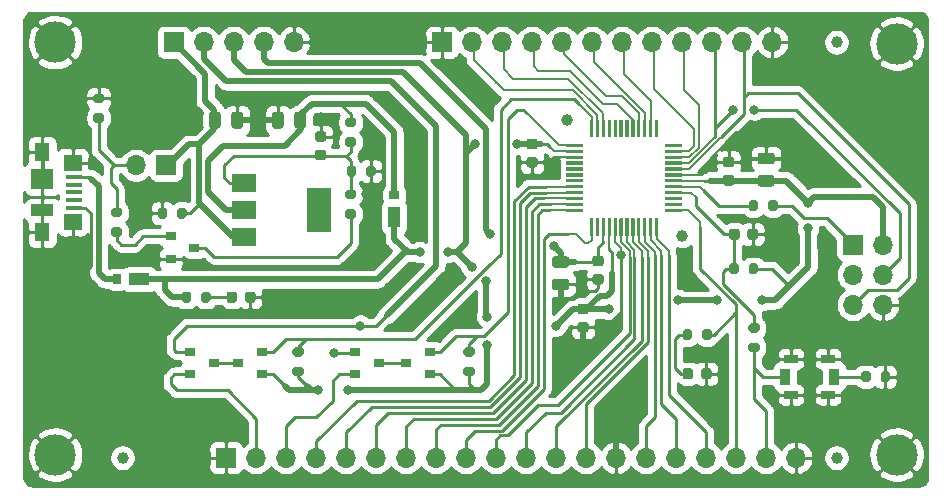
<source format=gtl>
%TF.GenerationSoftware,KiCad,Pcbnew,(5.1.12)-1*%
%TF.CreationDate,2022-04-21T18:08:35-07:00*%
%TF.ProjectId,ATMega809 Breakout,41544d65-6761-4383-9039-20427265616b,rev?*%
%TF.SameCoordinates,Original*%
%TF.FileFunction,Copper,L1,Top*%
%TF.FilePolarity,Positive*%
%FSLAX46Y46*%
G04 Gerber Fmt 4.6, Leading zero omitted, Abs format (unit mm)*
G04 Created by KiCad (PCBNEW (5.1.12)-1) date 2022-04-21 18:08:35*
%MOMM*%
%LPD*%
G01*
G04 APERTURE LIST*
%TA.AperFunction,SMDPad,CuDef*%
%ADD10R,1.900000X1.000000*%
%TD*%
%TA.AperFunction,SMDPad,CuDef*%
%ADD11R,1.900000X1.800000*%
%TD*%
%TA.AperFunction,SMDPad,CuDef*%
%ADD12R,1.300000X1.650000*%
%TD*%
%TA.AperFunction,SMDPad,CuDef*%
%ADD13R,1.550000X1.425000*%
%TD*%
%TA.AperFunction,SMDPad,CuDef*%
%ADD14R,1.380000X0.450000*%
%TD*%
%TA.AperFunction,SMDPad,CuDef*%
%ADD15R,0.863600X0.708000*%
%TD*%
%TA.AperFunction,SMDPad,CuDef*%
%ADD16R,1.092200X1.800200*%
%TD*%
%TA.AperFunction,SMDPad,CuDef*%
%ADD17R,0.708000X0.863600*%
%TD*%
%TA.AperFunction,SMDPad,CuDef*%
%ADD18R,1.800200X1.092200*%
%TD*%
%TA.AperFunction,SMDPad,CuDef*%
%ADD19R,2.000000X1.500000*%
%TD*%
%TA.AperFunction,SMDPad,CuDef*%
%ADD20R,2.000000X3.800000*%
%TD*%
%TA.AperFunction,SMDPad,CuDef*%
%ADD21R,1.143000X0.762000*%
%TD*%
%TA.AperFunction,SMDPad,CuDef*%
%ADD22R,0.939800X1.397000*%
%TD*%
%TA.AperFunction,SMDPad,CuDef*%
%ADD23C,1.000000*%
%TD*%
%TA.AperFunction,ComponentPad*%
%ADD24O,1.700000X1.700000*%
%TD*%
%TA.AperFunction,ComponentPad*%
%ADD25R,1.700000X1.700000*%
%TD*%
%TA.AperFunction,ComponentPad*%
%ADD26C,3.500000*%
%TD*%
%TA.AperFunction,SMDPad,CuDef*%
%ADD27R,0.900000X0.800000*%
%TD*%
%TA.AperFunction,ViaPad*%
%ADD28C,0.800000*%
%TD*%
%TA.AperFunction,Conductor*%
%ADD29C,0.250000*%
%TD*%
%TA.AperFunction,Conductor*%
%ADD30C,0.200000*%
%TD*%
%TA.AperFunction,Conductor*%
%ADD31C,0.500000*%
%TD*%
%TA.AperFunction,Conductor*%
%ADD32C,0.254000*%
%TD*%
%TA.AperFunction,Conductor*%
%ADD33C,0.100000*%
%TD*%
G04 APERTURE END LIST*
%TO.P,R13,2*%
%TO.N,Net-(R13-Pad2)*%
%TA.AperFunction,SMDPad,CuDef*%
G36*
G01*
X172676000Y-63606000D02*
X172676000Y-64156000D01*
G75*
G02*
X172476000Y-64356000I-200000J0D01*
G01*
X172076000Y-64356000D01*
G75*
G02*
X171876000Y-64156000I0J200000D01*
G01*
X171876000Y-63606000D01*
G75*
G02*
X172076000Y-63406000I200000J0D01*
G01*
X172476000Y-63406000D01*
G75*
G02*
X172676000Y-63606000I0J-200000D01*
G01*
G37*
%TD.AperFunction*%
%TO.P,R13,1*%
%TO.N,GND*%
%TA.AperFunction,SMDPad,CuDef*%
G36*
G01*
X174326000Y-63606000D02*
X174326000Y-64156000D01*
G75*
G02*
X174126000Y-64356000I-200000J0D01*
G01*
X173726000Y-64356000D01*
G75*
G02*
X173526000Y-64156000I0J200000D01*
G01*
X173526000Y-63606000D01*
G75*
G02*
X173726000Y-63406000I200000J0D01*
G01*
X174126000Y-63406000D01*
G75*
G02*
X174326000Y-63606000I0J-200000D01*
G01*
G37*
%TD.AperFunction*%
%TD*%
%TO.P,C10,2*%
%TO.N,VDD*%
%TA.AperFunction,SMDPad,CuDef*%
G36*
G01*
X148586000Y-58603000D02*
X148086000Y-58603000D01*
G75*
G02*
X147861000Y-58378000I0J225000D01*
G01*
X147861000Y-57928000D01*
G75*
G02*
X148086000Y-57703000I225000J0D01*
G01*
X148586000Y-57703000D01*
G75*
G02*
X148811000Y-57928000I0J-225000D01*
G01*
X148811000Y-58378000D01*
G75*
G02*
X148586000Y-58603000I-225000J0D01*
G01*
G37*
%TD.AperFunction*%
%TO.P,C10,1*%
%TO.N,GND*%
%TA.AperFunction,SMDPad,CuDef*%
G36*
G01*
X148586000Y-60153000D02*
X148086000Y-60153000D01*
G75*
G02*
X147861000Y-59928000I0J225000D01*
G01*
X147861000Y-59478000D01*
G75*
G02*
X148086000Y-59253000I225000J0D01*
G01*
X148586000Y-59253000D01*
G75*
G02*
X148811000Y-59478000I0J-225000D01*
G01*
X148811000Y-59928000D01*
G75*
G02*
X148586000Y-60153000I-225000J0D01*
G01*
G37*
%TD.AperFunction*%
%TD*%
%TO.P,R14,2*%
%TO.N,UPDI*%
%TA.AperFunction,SMDPad,CuDef*%
G36*
G01*
X164001000Y-49678000D02*
X164001000Y-49128000D01*
G75*
G02*
X164201000Y-48928000I200000J0D01*
G01*
X164601000Y-48928000D01*
G75*
G02*
X164801000Y-49128000I0J-200000D01*
G01*
X164801000Y-49678000D01*
G75*
G02*
X164601000Y-49878000I-200000J0D01*
G01*
X164201000Y-49878000D01*
G75*
G02*
X164001000Y-49678000I0J200000D01*
G01*
G37*
%TD.AperFunction*%
%TO.P,R14,1*%
%TO.N,/UPDI_MCU*%
%TA.AperFunction,SMDPad,CuDef*%
G36*
G01*
X162351000Y-49678000D02*
X162351000Y-49128000D01*
G75*
G02*
X162551000Y-48928000I200000J0D01*
G01*
X162951000Y-48928000D01*
G75*
G02*
X163151000Y-49128000I0J-200000D01*
G01*
X163151000Y-49678000D01*
G75*
G02*
X162951000Y-49878000I-200000J0D01*
G01*
X162551000Y-49878000D01*
G75*
G02*
X162351000Y-49678000I0J200000D01*
G01*
G37*
%TD.AperFunction*%
%TD*%
%TO.P,R12,2*%
%TO.N,/RESET_MCU_L*%
%TA.AperFunction,SMDPad,CuDef*%
G36*
G01*
X163089000Y-60154000D02*
X162539000Y-60154000D01*
G75*
G02*
X162339000Y-59954000I0J200000D01*
G01*
X162339000Y-59554000D01*
G75*
G02*
X162539000Y-59354000I200000J0D01*
G01*
X163089000Y-59354000D01*
G75*
G02*
X163289000Y-59554000I0J-200000D01*
G01*
X163289000Y-59954000D01*
G75*
G02*
X163089000Y-60154000I-200000J0D01*
G01*
G37*
%TD.AperFunction*%
%TO.P,R12,1*%
%TO.N,RESET_L*%
%TA.AperFunction,SMDPad,CuDef*%
G36*
G01*
X163089000Y-61804000D02*
X162539000Y-61804000D01*
G75*
G02*
X162339000Y-61604000I0J200000D01*
G01*
X162339000Y-61204000D01*
G75*
G02*
X162539000Y-61004000I200000J0D01*
G01*
X163089000Y-61004000D01*
G75*
G02*
X163289000Y-61204000I0J-200000D01*
G01*
X163289000Y-61604000D01*
G75*
G02*
X163089000Y-61804000I-200000J0D01*
G01*
G37*
%TD.AperFunction*%
%TD*%
D10*
%TO.P,J1,6*%
%TO.N,GND*%
X102559000Y-49810000D03*
D11*
X102559000Y-47110000D03*
D12*
X102559000Y-51635000D03*
X102559000Y-44885000D03*
D13*
X105134000Y-50747500D03*
X105134000Y-45772500D03*
D14*
%TO.P,J1,5*%
X105219000Y-49560000D03*
%TO.P,J1,4*%
%TO.N,Net-(J1-Pad4)*%
X105219000Y-48910000D03*
%TO.P,J1,3*%
%TO.N,Net-(J1-Pad3)*%
X105219000Y-48260000D03*
%TO.P,J1,2*%
%TO.N,Net-(J1-Pad2)*%
X105219000Y-47610000D03*
%TO.P,J1,1*%
%TO.N,/VUSB*%
X105219000Y-46960000D03*
%TD*%
D15*
%TO.P,D2,2*%
%TO.N,/VREG_OUT*%
X132334000Y-48514000D03*
D16*
%TO.P,D2,1*%
%TO.N,VDD*%
X132334000Y-50352300D03*
%TD*%
D17*
%TO.P,D1,2*%
%TO.N,/VUSB*%
X108916800Y-55626000D03*
D18*
%TO.P,D1,1*%
%TO.N,VDD*%
X110755100Y-55626000D03*
%TD*%
D19*
%TO.P,U1,1*%
%TO.N,/LINADJ*%
X119659000Y-47484000D03*
%TO.P,U1,3*%
%TO.N,VIN*%
X119659000Y-52084000D03*
%TO.P,U1,2*%
%TO.N,/VREG_OUT*%
X119659000Y-49784000D03*
D20*
%TO.P,U1,4*%
%TO.N,N/C*%
X125959000Y-49784000D03*
%TD*%
D21*
%TO.P,SW1,3*%
%TO.N,GND*%
X169088001Y-65406001D03*
X165937999Y-65406001D03*
X169088001Y-62355999D03*
X165937999Y-62355999D03*
D22*
%TO.P,SW1,2*%
%TO.N,Net-(R13-Pad2)*%
X169588000Y-63881000D03*
%TO.P,SW1,1*%
%TO.N,RESET_L*%
X165438000Y-63881000D03*
%TD*%
D23*
%TO.P,FID5,*%
%TO.N,*%
X156718000Y-51943000D03*
%TD*%
%TO.P,FID4,*%
%TO.N,*%
X146939000Y-42164000D03*
%TD*%
%TO.P,FID3,*%
%TO.N,*%
X109347000Y-70739000D03*
%TD*%
%TO.P,FID2,*%
%TO.N,*%
X169799000Y-70739000D03*
%TD*%
%TO.P,FID1,*%
%TO.N,*%
X169799000Y-35560000D03*
%TD*%
D24*
%TO.P,J4,12*%
%TO.N,GND*%
X164338000Y-35560000D03*
%TO.P,J4,11*%
%TO.N,/TX*%
X161798000Y-35560000D03*
%TO.P,J4,10*%
%TO.N,/RX*%
X159258000Y-35560000D03*
%TO.P,J4,9*%
%TO.N,/D2*%
X156718000Y-35560000D03*
%TO.P,J4,8*%
%TO.N,/D3*%
X154178000Y-35560000D03*
%TO.P,J4,7*%
%TO.N,/D4*%
X151638000Y-35560000D03*
%TO.P,J4,6*%
%TO.N,/D5*%
X149098000Y-35560000D03*
%TO.P,J4,5*%
%TO.N,/TX3*%
X146558000Y-35560000D03*
%TO.P,J4,4*%
%TO.N,/RX3*%
X144018000Y-35560000D03*
%TO.P,J4,3*%
%TO.N,/D8*%
X141478000Y-35560000D03*
%TO.P,J4,2*%
%TO.N,/D9*%
X138938000Y-35560000D03*
D25*
%TO.P,J4,1*%
%TO.N,GND*%
X136398000Y-35560000D03*
%TD*%
D24*
%TO.P,J3,20*%
%TO.N,GND*%
X166370000Y-70739000D03*
%TO.P,J3,19*%
%TO.N,RESET_L*%
X163830000Y-70739000D03*
%TO.P,J3,18*%
%TO.N,/D23*%
X161290000Y-70739000D03*
%TO.P,J3,17*%
%TO.N,/D22*%
X158750000Y-70739000D03*
%TO.P,J3,16*%
%TO.N,/D21*%
X156210000Y-70739000D03*
%TO.P,J3,15*%
%TO.N,/D20*%
X153670000Y-70739000D03*
%TO.P,J3,14*%
%TO.N,GND*%
X151130000Y-70739000D03*
%TO.P,J3,13*%
%TO.N,/SS*%
X148590000Y-70739000D03*
%TO.P,J3,12*%
%TO.N,/SCK*%
X146050000Y-70739000D03*
%TO.P,J3,11*%
%TO.N,/MISO*%
X143510000Y-70739000D03*
%TO.P,J3,10*%
%TO.N,/MOSI*%
X140970000Y-70739000D03*
%TO.P,J3,9*%
%TO.N,/D15*%
X138430000Y-70739000D03*
%TO.P,J3,8*%
%TO.N,/D14*%
X135890000Y-70739000D03*
%TO.P,J3,7*%
%TO.N,/D13*%
X133350000Y-70739000D03*
%TO.P,J3,6*%
%TO.N,/A2*%
X130810000Y-70739000D03*
%TO.P,J3,5*%
%TO.N,/A1*%
X128270000Y-70739000D03*
%TO.P,J3,4*%
%TO.N,/A0*%
X125730000Y-70739000D03*
%TO.P,J3,3*%
%TO.N,/SCL*%
X123190000Y-70739000D03*
%TO.P,J3,2*%
%TO.N,/SDA*%
X120650000Y-70739000D03*
D25*
%TO.P,J3,1*%
%TO.N,GND*%
X118110000Y-70739000D03*
%TD*%
%TO.P,C2,2*%
%TO.N,/LINADJ*%
%TA.AperFunction,SMDPad,CuDef*%
G36*
G01*
X125861000Y-44648000D02*
X126361000Y-44648000D01*
G75*
G02*
X126586000Y-44873000I0J-225000D01*
G01*
X126586000Y-45323000D01*
G75*
G02*
X126361000Y-45548000I-225000J0D01*
G01*
X125861000Y-45548000D01*
G75*
G02*
X125636000Y-45323000I0J225000D01*
G01*
X125636000Y-44873000D01*
G75*
G02*
X125861000Y-44648000I225000J0D01*
G01*
G37*
%TD.AperFunction*%
%TO.P,C2,1*%
%TO.N,GND*%
%TA.AperFunction,SMDPad,CuDef*%
G36*
G01*
X125861000Y-43098000D02*
X126361000Y-43098000D01*
G75*
G02*
X126586000Y-43323000I0J-225000D01*
G01*
X126586000Y-43773000D01*
G75*
G02*
X126361000Y-43998000I-225000J0D01*
G01*
X125861000Y-43998000D01*
G75*
G02*
X125636000Y-43773000I0J225000D01*
G01*
X125636000Y-43323000D01*
G75*
G02*
X125861000Y-43098000I225000J0D01*
G01*
G37*
%TD.AperFunction*%
%TD*%
D24*
%TO.P,J2,5*%
%TO.N,GND*%
X123825000Y-35560000D03*
%TO.P,J2,4*%
%TO.N,/VREF*%
X121285000Y-35560000D03*
%TO.P,J2,3*%
%TO.N,VDD*%
X118745000Y-35560000D03*
%TO.P,J2,2*%
%TO.N,VBUS*%
X116205000Y-35560000D03*
D25*
%TO.P,J2,1*%
%TO.N,VIN*%
X113665000Y-35560000D03*
%TD*%
%TO.P,R9,2*%
%TO.N,Net-(D3-Pad2)*%
%TA.AperFunction,SMDPad,CuDef*%
G36*
G01*
X157563000Y-60050000D02*
X157563000Y-60600000D01*
G75*
G02*
X157363000Y-60800000I-200000J0D01*
G01*
X156963000Y-60800000D01*
G75*
G02*
X156763000Y-60600000I0J200000D01*
G01*
X156763000Y-60050000D01*
G75*
G02*
X156963000Y-59850000I200000J0D01*
G01*
X157363000Y-59850000D01*
G75*
G02*
X157563000Y-60050000I0J-200000D01*
G01*
G37*
%TD.AperFunction*%
%TO.P,R9,1*%
%TO.N,/D23*%
%TA.AperFunction,SMDPad,CuDef*%
G36*
G01*
X159213000Y-60050000D02*
X159213000Y-60600000D01*
G75*
G02*
X159013000Y-60800000I-200000J0D01*
G01*
X158613000Y-60800000D01*
G75*
G02*
X158413000Y-60600000I0J200000D01*
G01*
X158413000Y-60050000D01*
G75*
G02*
X158613000Y-59850000I200000J0D01*
G01*
X159013000Y-59850000D01*
G75*
G02*
X159213000Y-60050000I0J-200000D01*
G01*
G37*
%TD.AperFunction*%
%TD*%
D26*
%TO.P,H4,1*%
%TO.N,GND*%
X103632000Y-35560000D03*
%TD*%
%TO.P,H3,1*%
%TO.N,GND*%
X103632000Y-70485000D03*
%TD*%
%TO.P,H2,1*%
%TO.N,GND*%
X174879000Y-70485000D03*
%TD*%
%TO.P,H1,1*%
%TO.N,GND*%
X174879000Y-35687000D03*
%TD*%
D24*
%TO.P,J5,6*%
%TO.N,GND*%
X173736000Y-57785000D03*
%TO.P,J5,5*%
%TO.N,/TX*%
X171196000Y-57785000D03*
%TO.P,J5,4*%
%TO.N,/RX*%
X173736000Y-55245000D03*
%TO.P,J5,3*%
%TO.N,Net-(J5-Pad3)*%
X171196000Y-55245000D03*
%TO.P,J5,2*%
%TO.N,VDD*%
X173736000Y-52705000D03*
D25*
%TO.P,J5,1*%
%TO.N,UPDI*%
X171196000Y-52705000D03*
%TD*%
%TO.P,U2,1*%
%TO.N,Net-(U2-Pad1)*%
%TA.AperFunction,SMDPad,CuDef*%
G36*
G01*
X154434600Y-42139000D02*
X154675400Y-42139000D01*
G75*
G02*
X154695000Y-42158600I0J-19600D01*
G01*
X154695000Y-43589400D01*
G75*
G02*
X154675400Y-43609000I-19600J0D01*
G01*
X154434600Y-43609000D01*
G75*
G02*
X154415000Y-43589400I0J19600D01*
G01*
X154415000Y-42158600D01*
G75*
G02*
X154434600Y-42139000I19600J0D01*
G01*
G37*
%TD.AperFunction*%
%TO.P,U2,2*%
%TO.N,/D4*%
%TA.AperFunction,SMDPad,CuDef*%
G36*
G01*
X153934600Y-42139000D02*
X154175400Y-42139000D01*
G75*
G02*
X154195000Y-42158600I0J-19600D01*
G01*
X154195000Y-43589400D01*
G75*
G02*
X154175400Y-43609000I-19600J0D01*
G01*
X153934600Y-43609000D01*
G75*
G02*
X153915000Y-43589400I0J19600D01*
G01*
X153915000Y-42158600D01*
G75*
G02*
X153934600Y-42139000I19600J0D01*
G01*
G37*
%TD.AperFunction*%
%TO.P,U2,3*%
%TO.N,/D5*%
%TA.AperFunction,SMDPad,CuDef*%
G36*
G01*
X153434600Y-42139000D02*
X153675400Y-42139000D01*
G75*
G02*
X153695000Y-42158600I0J-19600D01*
G01*
X153695000Y-43589400D01*
G75*
G02*
X153675400Y-43609000I-19600J0D01*
G01*
X153434600Y-43609000D01*
G75*
G02*
X153415000Y-43589400I0J19600D01*
G01*
X153415000Y-42158600D01*
G75*
G02*
X153434600Y-42139000I19600J0D01*
G01*
G37*
%TD.AperFunction*%
%TO.P,U2,4*%
%TO.N,/TX3*%
%TA.AperFunction,SMDPad,CuDef*%
G36*
G01*
X152934600Y-42139000D02*
X153175400Y-42139000D01*
G75*
G02*
X153195000Y-42158600I0J-19600D01*
G01*
X153195000Y-43589400D01*
G75*
G02*
X153175400Y-43609000I-19600J0D01*
G01*
X152934600Y-43609000D01*
G75*
G02*
X152915000Y-43589400I0J19600D01*
G01*
X152915000Y-42158600D01*
G75*
G02*
X152934600Y-42139000I19600J0D01*
G01*
G37*
%TD.AperFunction*%
%TO.P,U2,5*%
%TO.N,/RX3*%
%TA.AperFunction,SMDPad,CuDef*%
G36*
G01*
X152434600Y-42139000D02*
X152675400Y-42139000D01*
G75*
G02*
X152695000Y-42158600I0J-19600D01*
G01*
X152695000Y-43589400D01*
G75*
G02*
X152675400Y-43609000I-19600J0D01*
G01*
X152434600Y-43609000D01*
G75*
G02*
X152415000Y-43589400I0J19600D01*
G01*
X152415000Y-42158600D01*
G75*
G02*
X152434600Y-42139000I19600J0D01*
G01*
G37*
%TD.AperFunction*%
%TO.P,U2,6*%
%TO.N,Net-(U2-Pad6)*%
%TA.AperFunction,SMDPad,CuDef*%
G36*
G01*
X151934600Y-42139000D02*
X152175400Y-42139000D01*
G75*
G02*
X152195000Y-42158600I0J-19600D01*
G01*
X152195000Y-43589400D01*
G75*
G02*
X152175400Y-43609000I-19600J0D01*
G01*
X151934600Y-43609000D01*
G75*
G02*
X151915000Y-43589400I0J19600D01*
G01*
X151915000Y-42158600D01*
G75*
G02*
X151934600Y-42139000I19600J0D01*
G01*
G37*
%TD.AperFunction*%
%TO.P,U2,7*%
%TO.N,Net-(U2-Pad7)*%
%TA.AperFunction,SMDPad,CuDef*%
G36*
G01*
X151434600Y-42139000D02*
X151675400Y-42139000D01*
G75*
G02*
X151695000Y-42158600I0J-19600D01*
G01*
X151695000Y-43589400D01*
G75*
G02*
X151675400Y-43609000I-19600J0D01*
G01*
X151434600Y-43609000D01*
G75*
G02*
X151415000Y-43589400I0J19600D01*
G01*
X151415000Y-42158600D01*
G75*
G02*
X151434600Y-42139000I19600J0D01*
G01*
G37*
%TD.AperFunction*%
%TO.P,U2,8*%
%TO.N,Net-(U2-Pad8)*%
%TA.AperFunction,SMDPad,CuDef*%
G36*
G01*
X150934600Y-42139000D02*
X151175400Y-42139000D01*
G75*
G02*
X151195000Y-42158600I0J-19600D01*
G01*
X151195000Y-43589400D01*
G75*
G02*
X151175400Y-43609000I-19600J0D01*
G01*
X150934600Y-43609000D01*
G75*
G02*
X150915000Y-43589400I0J19600D01*
G01*
X150915000Y-42158600D01*
G75*
G02*
X150934600Y-42139000I19600J0D01*
G01*
G37*
%TD.AperFunction*%
%TO.P,U2,9*%
%TO.N,Net-(U2-Pad9)*%
%TA.AperFunction,SMDPad,CuDef*%
G36*
G01*
X150434600Y-42139000D02*
X150675400Y-42139000D01*
G75*
G02*
X150695000Y-42158600I0J-19600D01*
G01*
X150695000Y-43589400D01*
G75*
G02*
X150675400Y-43609000I-19600J0D01*
G01*
X150434600Y-43609000D01*
G75*
G02*
X150415000Y-43589400I0J19600D01*
G01*
X150415000Y-42158600D01*
G75*
G02*
X150434600Y-42139000I19600J0D01*
G01*
G37*
%TD.AperFunction*%
%TO.P,U2,10*%
%TO.N,/D8*%
%TA.AperFunction,SMDPad,CuDef*%
G36*
G01*
X149934600Y-42139000D02*
X150175400Y-42139000D01*
G75*
G02*
X150195000Y-42158600I0J-19600D01*
G01*
X150195000Y-43589400D01*
G75*
G02*
X150175400Y-43609000I-19600J0D01*
G01*
X149934600Y-43609000D01*
G75*
G02*
X149915000Y-43589400I0J19600D01*
G01*
X149915000Y-42158600D01*
G75*
G02*
X149934600Y-42139000I19600J0D01*
G01*
G37*
%TD.AperFunction*%
%TO.P,U2,11*%
%TO.N,/D9*%
%TA.AperFunction,SMDPad,CuDef*%
G36*
G01*
X149434600Y-42139000D02*
X149675400Y-42139000D01*
G75*
G02*
X149695000Y-42158600I0J-19600D01*
G01*
X149695000Y-43589400D01*
G75*
G02*
X149675400Y-43609000I-19600J0D01*
G01*
X149434600Y-43609000D01*
G75*
G02*
X149415000Y-43589400I0J19600D01*
G01*
X149415000Y-42158600D01*
G75*
G02*
X149434600Y-42139000I19600J0D01*
G01*
G37*
%TD.AperFunction*%
%TO.P,U2,12*%
%TO.N,/SDA_MCU*%
%TA.AperFunction,SMDPad,CuDef*%
G36*
G01*
X148934600Y-42139000D02*
X149175400Y-42139000D01*
G75*
G02*
X149195000Y-42158600I0J-19600D01*
G01*
X149195000Y-43589400D01*
G75*
G02*
X149175400Y-43609000I-19600J0D01*
G01*
X148934600Y-43609000D01*
G75*
G02*
X148915000Y-43589400I0J19600D01*
G01*
X148915000Y-42158600D01*
G75*
G02*
X148934600Y-42139000I19600J0D01*
G01*
G37*
%TD.AperFunction*%
%TO.P,U2,13*%
%TO.N,/SCL_MCU*%
%TA.AperFunction,SMDPad,CuDef*%
G36*
G01*
X146900000Y-44414400D02*
X146900000Y-44173600D01*
G75*
G02*
X146919600Y-44154000I19600J0D01*
G01*
X148350400Y-44154000D01*
G75*
G02*
X148370000Y-44173600I0J-19600D01*
G01*
X148370000Y-44414400D01*
G75*
G02*
X148350400Y-44434000I-19600J0D01*
G01*
X146919600Y-44434000D01*
G75*
G02*
X146900000Y-44414400I0J19600D01*
G01*
G37*
%TD.AperFunction*%
%TO.P,U2,14*%
%TO.N,VDD*%
%TA.AperFunction,SMDPad,CuDef*%
G36*
G01*
X146900000Y-44914400D02*
X146900000Y-44673600D01*
G75*
G02*
X146919600Y-44654000I19600J0D01*
G01*
X148350400Y-44654000D01*
G75*
G02*
X148370000Y-44673600I0J-19600D01*
G01*
X148370000Y-44914400D01*
G75*
G02*
X148350400Y-44934000I-19600J0D01*
G01*
X146919600Y-44934000D01*
G75*
G02*
X146900000Y-44914400I0J19600D01*
G01*
G37*
%TD.AperFunction*%
%TO.P,U2,15*%
%TO.N,GND*%
%TA.AperFunction,SMDPad,CuDef*%
G36*
G01*
X146900000Y-45414400D02*
X146900000Y-45173600D01*
G75*
G02*
X146919600Y-45154000I19600J0D01*
G01*
X148350400Y-45154000D01*
G75*
G02*
X148370000Y-45173600I0J-19600D01*
G01*
X148370000Y-45414400D01*
G75*
G02*
X148350400Y-45434000I-19600J0D01*
G01*
X146919600Y-45434000D01*
G75*
G02*
X146900000Y-45414400I0J19600D01*
G01*
G37*
%TD.AperFunction*%
%TO.P,U2,16*%
%TO.N,Net-(U2-Pad16)*%
%TA.AperFunction,SMDPad,CuDef*%
G36*
G01*
X146900000Y-45914400D02*
X146900000Y-45673600D01*
G75*
G02*
X146919600Y-45654000I19600J0D01*
G01*
X148350400Y-45654000D01*
G75*
G02*
X148370000Y-45673600I0J-19600D01*
G01*
X148370000Y-45914400D01*
G75*
G02*
X148350400Y-45934000I-19600J0D01*
G01*
X146919600Y-45934000D01*
G75*
G02*
X146900000Y-45914400I0J19600D01*
G01*
G37*
%TD.AperFunction*%
%TO.P,U2,17*%
%TO.N,Net-(U2-Pad17)*%
%TA.AperFunction,SMDPad,CuDef*%
G36*
G01*
X146900000Y-46414400D02*
X146900000Y-46173600D01*
G75*
G02*
X146919600Y-46154000I19600J0D01*
G01*
X148350400Y-46154000D01*
G75*
G02*
X148370000Y-46173600I0J-19600D01*
G01*
X148370000Y-46414400D01*
G75*
G02*
X148350400Y-46434000I-19600J0D01*
G01*
X146919600Y-46434000D01*
G75*
G02*
X146900000Y-46414400I0J19600D01*
G01*
G37*
%TD.AperFunction*%
%TO.P,U2,18*%
%TO.N,Net-(U2-Pad18)*%
%TA.AperFunction,SMDPad,CuDef*%
G36*
G01*
X146900000Y-46914400D02*
X146900000Y-46673600D01*
G75*
G02*
X146919600Y-46654000I19600J0D01*
G01*
X148350400Y-46654000D01*
G75*
G02*
X148370000Y-46673600I0J-19600D01*
G01*
X148370000Y-46914400D01*
G75*
G02*
X148350400Y-46934000I-19600J0D01*
G01*
X146919600Y-46934000D01*
G75*
G02*
X146900000Y-46914400I0J19600D01*
G01*
G37*
%TD.AperFunction*%
%TO.P,U2,19*%
%TO.N,Net-(U2-Pad19)*%
%TA.AperFunction,SMDPad,CuDef*%
G36*
G01*
X146900000Y-47414400D02*
X146900000Y-47173600D01*
G75*
G02*
X146919600Y-47154000I19600J0D01*
G01*
X148350400Y-47154000D01*
G75*
G02*
X148370000Y-47173600I0J-19600D01*
G01*
X148370000Y-47414400D01*
G75*
G02*
X148350400Y-47434000I-19600J0D01*
G01*
X146919600Y-47434000D01*
G75*
G02*
X146900000Y-47414400I0J19600D01*
G01*
G37*
%TD.AperFunction*%
%TO.P,U2,20*%
%TO.N,/A0*%
%TA.AperFunction,SMDPad,CuDef*%
G36*
G01*
X146900000Y-47914400D02*
X146900000Y-47673600D01*
G75*
G02*
X146919600Y-47654000I19600J0D01*
G01*
X148350400Y-47654000D01*
G75*
G02*
X148370000Y-47673600I0J-19600D01*
G01*
X148370000Y-47914400D01*
G75*
G02*
X148350400Y-47934000I-19600J0D01*
G01*
X146919600Y-47934000D01*
G75*
G02*
X146900000Y-47914400I0J19600D01*
G01*
G37*
%TD.AperFunction*%
%TO.P,U2,21*%
%TO.N,/A1*%
%TA.AperFunction,SMDPad,CuDef*%
G36*
G01*
X146900000Y-48414400D02*
X146900000Y-48173600D01*
G75*
G02*
X146919600Y-48154000I19600J0D01*
G01*
X148350400Y-48154000D01*
G75*
G02*
X148370000Y-48173600I0J-19600D01*
G01*
X148370000Y-48414400D01*
G75*
G02*
X148350400Y-48434000I-19600J0D01*
G01*
X146919600Y-48434000D01*
G75*
G02*
X146900000Y-48414400I0J19600D01*
G01*
G37*
%TD.AperFunction*%
%TO.P,U2,22*%
%TO.N,/A2*%
%TA.AperFunction,SMDPad,CuDef*%
G36*
G01*
X146900000Y-48914400D02*
X146900000Y-48673600D01*
G75*
G02*
X146919600Y-48654000I19600J0D01*
G01*
X148350400Y-48654000D01*
G75*
G02*
X148370000Y-48673600I0J-19600D01*
G01*
X148370000Y-48914400D01*
G75*
G02*
X148350400Y-48934000I-19600J0D01*
G01*
X146919600Y-48934000D01*
G75*
G02*
X146900000Y-48914400I0J19600D01*
G01*
G37*
%TD.AperFunction*%
%TO.P,U2,23*%
%TO.N,/D13*%
%TA.AperFunction,SMDPad,CuDef*%
G36*
G01*
X146900000Y-49414400D02*
X146900000Y-49173600D01*
G75*
G02*
X146919600Y-49154000I19600J0D01*
G01*
X148350400Y-49154000D01*
G75*
G02*
X148370000Y-49173600I0J-19600D01*
G01*
X148370000Y-49414400D01*
G75*
G02*
X148350400Y-49434000I-19600J0D01*
G01*
X146919600Y-49434000D01*
G75*
G02*
X146900000Y-49414400I0J19600D01*
G01*
G37*
%TD.AperFunction*%
%TO.P,U2,24*%
%TO.N,/D14*%
%TA.AperFunction,SMDPad,CuDef*%
G36*
G01*
X146900000Y-49914400D02*
X146900000Y-49673600D01*
G75*
G02*
X146919600Y-49654000I19600J0D01*
G01*
X148350400Y-49654000D01*
G75*
G02*
X148370000Y-49673600I0J-19600D01*
G01*
X148370000Y-49914400D01*
G75*
G02*
X148350400Y-49934000I-19600J0D01*
G01*
X146919600Y-49934000D01*
G75*
G02*
X146900000Y-49914400I0J19600D01*
G01*
G37*
%TD.AperFunction*%
%TO.P,U2,25*%
%TO.N,/D15*%
%TA.AperFunction,SMDPad,CuDef*%
G36*
G01*
X149175400Y-51949000D02*
X148934600Y-51949000D01*
G75*
G02*
X148915000Y-51929400I0J19600D01*
G01*
X148915000Y-50498600D01*
G75*
G02*
X148934600Y-50479000I19600J0D01*
G01*
X149175400Y-50479000D01*
G75*
G02*
X149195000Y-50498600I0J-19600D01*
G01*
X149195000Y-51929400D01*
G75*
G02*
X149175400Y-51949000I-19600J0D01*
G01*
G37*
%TD.AperFunction*%
%TO.P,U2,26*%
%TO.N,Net-(U2-Pad26)*%
%TA.AperFunction,SMDPad,CuDef*%
G36*
G01*
X149675400Y-51949000D02*
X149434600Y-51949000D01*
G75*
G02*
X149415000Y-51929400I0J19600D01*
G01*
X149415000Y-50498600D01*
G75*
G02*
X149434600Y-50479000I19600J0D01*
G01*
X149675400Y-50479000D01*
G75*
G02*
X149695000Y-50498600I0J-19600D01*
G01*
X149695000Y-51929400D01*
G75*
G02*
X149675400Y-51949000I-19600J0D01*
G01*
G37*
%TD.AperFunction*%
%TO.P,U2,27*%
%TO.N,/VREF*%
%TA.AperFunction,SMDPad,CuDef*%
G36*
G01*
X150175400Y-51949000D02*
X149934600Y-51949000D01*
G75*
G02*
X149915000Y-51929400I0J19600D01*
G01*
X149915000Y-50498600D01*
G75*
G02*
X149934600Y-50479000I19600J0D01*
G01*
X150175400Y-50479000D01*
G75*
G02*
X150195000Y-50498600I0J-19600D01*
G01*
X150195000Y-51929400D01*
G75*
G02*
X150175400Y-51949000I-19600J0D01*
G01*
G37*
%TD.AperFunction*%
%TO.P,U2,28*%
%TO.N,VDD*%
%TA.AperFunction,SMDPad,CuDef*%
G36*
G01*
X150675400Y-51949000D02*
X150434600Y-51949000D01*
G75*
G02*
X150415000Y-51929400I0J19600D01*
G01*
X150415000Y-50498600D01*
G75*
G02*
X150434600Y-50479000I19600J0D01*
G01*
X150675400Y-50479000D01*
G75*
G02*
X150695000Y-50498600I0J-19600D01*
G01*
X150695000Y-51929400D01*
G75*
G02*
X150675400Y-51949000I-19600J0D01*
G01*
G37*
%TD.AperFunction*%
%TO.P,U2,29*%
%TO.N,GND*%
%TA.AperFunction,SMDPad,CuDef*%
G36*
G01*
X151175400Y-51949000D02*
X150934600Y-51949000D01*
G75*
G02*
X150915000Y-51929400I0J19600D01*
G01*
X150915000Y-50498600D01*
G75*
G02*
X150934600Y-50479000I19600J0D01*
G01*
X151175400Y-50479000D01*
G75*
G02*
X151195000Y-50498600I0J-19600D01*
G01*
X151195000Y-51929400D01*
G75*
G02*
X151175400Y-51949000I-19600J0D01*
G01*
G37*
%TD.AperFunction*%
%TO.P,U2,30*%
%TO.N,/MOSI*%
%TA.AperFunction,SMDPad,CuDef*%
G36*
G01*
X151675400Y-51949000D02*
X151434600Y-51949000D01*
G75*
G02*
X151415000Y-51929400I0J19600D01*
G01*
X151415000Y-50498600D01*
G75*
G02*
X151434600Y-50479000I19600J0D01*
G01*
X151675400Y-50479000D01*
G75*
G02*
X151695000Y-50498600I0J-19600D01*
G01*
X151695000Y-51929400D01*
G75*
G02*
X151675400Y-51949000I-19600J0D01*
G01*
G37*
%TD.AperFunction*%
%TO.P,U2,31*%
%TO.N,/MISO*%
%TA.AperFunction,SMDPad,CuDef*%
G36*
G01*
X152175400Y-51949000D02*
X151934600Y-51949000D01*
G75*
G02*
X151915000Y-51929400I0J19600D01*
G01*
X151915000Y-50498600D01*
G75*
G02*
X151934600Y-50479000I19600J0D01*
G01*
X152175400Y-50479000D01*
G75*
G02*
X152195000Y-50498600I0J-19600D01*
G01*
X152195000Y-51929400D01*
G75*
G02*
X152175400Y-51949000I-19600J0D01*
G01*
G37*
%TD.AperFunction*%
%TO.P,U2,32*%
%TO.N,/SCK*%
%TA.AperFunction,SMDPad,CuDef*%
G36*
G01*
X152675400Y-51949000D02*
X152434600Y-51949000D01*
G75*
G02*
X152415000Y-51929400I0J19600D01*
G01*
X152415000Y-50498600D01*
G75*
G02*
X152434600Y-50479000I19600J0D01*
G01*
X152675400Y-50479000D01*
G75*
G02*
X152695000Y-50498600I0J-19600D01*
G01*
X152695000Y-51929400D01*
G75*
G02*
X152675400Y-51949000I-19600J0D01*
G01*
G37*
%TD.AperFunction*%
%TO.P,U2,33*%
%TO.N,/SS*%
%TA.AperFunction,SMDPad,CuDef*%
G36*
G01*
X153175400Y-51949000D02*
X152934600Y-51949000D01*
G75*
G02*
X152915000Y-51929400I0J19600D01*
G01*
X152915000Y-50498600D01*
G75*
G02*
X152934600Y-50479000I19600J0D01*
G01*
X153175400Y-50479000D01*
G75*
G02*
X153195000Y-50498600I0J-19600D01*
G01*
X153195000Y-51929400D01*
G75*
G02*
X153175400Y-51949000I-19600J0D01*
G01*
G37*
%TD.AperFunction*%
%TO.P,U2,34*%
%TO.N,/D20*%
%TA.AperFunction,SMDPad,CuDef*%
G36*
G01*
X153675400Y-51949000D02*
X153434600Y-51949000D01*
G75*
G02*
X153415000Y-51929400I0J19600D01*
G01*
X153415000Y-50498600D01*
G75*
G02*
X153434600Y-50479000I19600J0D01*
G01*
X153675400Y-50479000D01*
G75*
G02*
X153695000Y-50498600I0J-19600D01*
G01*
X153695000Y-51929400D01*
G75*
G02*
X153675400Y-51949000I-19600J0D01*
G01*
G37*
%TD.AperFunction*%
%TO.P,U2,35*%
%TO.N,/D21*%
%TA.AperFunction,SMDPad,CuDef*%
G36*
G01*
X154175400Y-51949000D02*
X153934600Y-51949000D01*
G75*
G02*
X153915000Y-51929400I0J19600D01*
G01*
X153915000Y-50498600D01*
G75*
G02*
X153934600Y-50479000I19600J0D01*
G01*
X154175400Y-50479000D01*
G75*
G02*
X154195000Y-50498600I0J-19600D01*
G01*
X154195000Y-51929400D01*
G75*
G02*
X154175400Y-51949000I-19600J0D01*
G01*
G37*
%TD.AperFunction*%
%TO.P,U2,36*%
%TO.N,/D22*%
%TA.AperFunction,SMDPad,CuDef*%
G36*
G01*
X154675400Y-51949000D02*
X154434600Y-51949000D01*
G75*
G02*
X154415000Y-51929400I0J19600D01*
G01*
X154415000Y-50498600D01*
G75*
G02*
X154434600Y-50479000I19600J0D01*
G01*
X154675400Y-50479000D01*
G75*
G02*
X154695000Y-50498600I0J-19600D01*
G01*
X154695000Y-51929400D01*
G75*
G02*
X154675400Y-51949000I-19600J0D01*
G01*
G37*
%TD.AperFunction*%
%TO.P,U2,37*%
%TO.N,/D23*%
%TA.AperFunction,SMDPad,CuDef*%
G36*
G01*
X156710000Y-49673600D02*
X156710000Y-49914400D01*
G75*
G02*
X156690400Y-49934000I-19600J0D01*
G01*
X155259600Y-49934000D01*
G75*
G02*
X155240000Y-49914400I0J19600D01*
G01*
X155240000Y-49673600D01*
G75*
G02*
X155259600Y-49654000I19600J0D01*
G01*
X156690400Y-49654000D01*
G75*
G02*
X156710000Y-49673600I0J-19600D01*
G01*
G37*
%TD.AperFunction*%
%TO.P,U2,38*%
%TO.N,Net-(U2-Pad38)*%
%TA.AperFunction,SMDPad,CuDef*%
G36*
G01*
X156710000Y-49173600D02*
X156710000Y-49414400D01*
G75*
G02*
X156690400Y-49434000I-19600J0D01*
G01*
X155259600Y-49434000D01*
G75*
G02*
X155240000Y-49414400I0J19600D01*
G01*
X155240000Y-49173600D01*
G75*
G02*
X155259600Y-49154000I19600J0D01*
G01*
X156690400Y-49154000D01*
G75*
G02*
X156710000Y-49173600I0J-19600D01*
G01*
G37*
%TD.AperFunction*%
%TO.P,U2,39*%
%TO.N,Net-(U2-Pad39)*%
%TA.AperFunction,SMDPad,CuDef*%
G36*
G01*
X156710000Y-48673600D02*
X156710000Y-48914400D01*
G75*
G02*
X156690400Y-48934000I-19600J0D01*
G01*
X155259600Y-48934000D01*
G75*
G02*
X155240000Y-48914400I0J19600D01*
G01*
X155240000Y-48673600D01*
G75*
G02*
X155259600Y-48654000I19600J0D01*
G01*
X156690400Y-48654000D01*
G75*
G02*
X156710000Y-48673600I0J-19600D01*
G01*
G37*
%TD.AperFunction*%
%TO.P,U2,40*%
%TO.N,/RESET_MCU_L*%
%TA.AperFunction,SMDPad,CuDef*%
G36*
G01*
X156710000Y-48173600D02*
X156710000Y-48414400D01*
G75*
G02*
X156690400Y-48434000I-19600J0D01*
G01*
X155259600Y-48434000D01*
G75*
G02*
X155240000Y-48414400I0J19600D01*
G01*
X155240000Y-48173600D01*
G75*
G02*
X155259600Y-48154000I19600J0D01*
G01*
X156690400Y-48154000D01*
G75*
G02*
X156710000Y-48173600I0J-19600D01*
G01*
G37*
%TD.AperFunction*%
%TO.P,U2,41*%
%TO.N,/UPDI_MCU*%
%TA.AperFunction,SMDPad,CuDef*%
G36*
G01*
X156710000Y-47673600D02*
X156710000Y-47914400D01*
G75*
G02*
X156690400Y-47934000I-19600J0D01*
G01*
X155259600Y-47934000D01*
G75*
G02*
X155240000Y-47914400I0J19600D01*
G01*
X155240000Y-47673600D01*
G75*
G02*
X155259600Y-47654000I19600J0D01*
G01*
X156690400Y-47654000D01*
G75*
G02*
X156710000Y-47673600I0J-19600D01*
G01*
G37*
%TD.AperFunction*%
%TO.P,U2,42*%
%TO.N,VDD*%
%TA.AperFunction,SMDPad,CuDef*%
G36*
G01*
X156710000Y-47173600D02*
X156710000Y-47414400D01*
G75*
G02*
X156690400Y-47434000I-19600J0D01*
G01*
X155259600Y-47434000D01*
G75*
G02*
X155240000Y-47414400I0J19600D01*
G01*
X155240000Y-47173600D01*
G75*
G02*
X155259600Y-47154000I19600J0D01*
G01*
X156690400Y-47154000D01*
G75*
G02*
X156710000Y-47173600I0J-19600D01*
G01*
G37*
%TD.AperFunction*%
%TO.P,U2,43*%
%TO.N,GND*%
%TA.AperFunction,SMDPad,CuDef*%
G36*
G01*
X156710000Y-46673600D02*
X156710000Y-46914400D01*
G75*
G02*
X156690400Y-46934000I-19600J0D01*
G01*
X155259600Y-46934000D01*
G75*
G02*
X155240000Y-46914400I0J19600D01*
G01*
X155240000Y-46673600D01*
G75*
G02*
X155259600Y-46654000I19600J0D01*
G01*
X156690400Y-46654000D01*
G75*
G02*
X156710000Y-46673600I0J-19600D01*
G01*
G37*
%TD.AperFunction*%
%TO.P,U2,44*%
%TO.N,/TX*%
%TA.AperFunction,SMDPad,CuDef*%
G36*
G01*
X156710000Y-46173600D02*
X156710000Y-46414400D01*
G75*
G02*
X156690400Y-46434000I-19600J0D01*
G01*
X155259600Y-46434000D01*
G75*
G02*
X155240000Y-46414400I0J19600D01*
G01*
X155240000Y-46173600D01*
G75*
G02*
X155259600Y-46154000I19600J0D01*
G01*
X156690400Y-46154000D01*
G75*
G02*
X156710000Y-46173600I0J-19600D01*
G01*
G37*
%TD.AperFunction*%
%TO.P,U2,45*%
%TO.N,/RX*%
%TA.AperFunction,SMDPad,CuDef*%
G36*
G01*
X156710000Y-45673600D02*
X156710000Y-45914400D01*
G75*
G02*
X156690400Y-45934000I-19600J0D01*
G01*
X155259600Y-45934000D01*
G75*
G02*
X155240000Y-45914400I0J19600D01*
G01*
X155240000Y-45673600D01*
G75*
G02*
X155259600Y-45654000I19600J0D01*
G01*
X156690400Y-45654000D01*
G75*
G02*
X156710000Y-45673600I0J-19600D01*
G01*
G37*
%TD.AperFunction*%
%TO.P,U2,46*%
%TO.N,/D2*%
%TA.AperFunction,SMDPad,CuDef*%
G36*
G01*
X156710000Y-45173600D02*
X156710000Y-45414400D01*
G75*
G02*
X156690400Y-45434000I-19600J0D01*
G01*
X155259600Y-45434000D01*
G75*
G02*
X155240000Y-45414400I0J19600D01*
G01*
X155240000Y-45173600D01*
G75*
G02*
X155259600Y-45154000I19600J0D01*
G01*
X156690400Y-45154000D01*
G75*
G02*
X156710000Y-45173600I0J-19600D01*
G01*
G37*
%TD.AperFunction*%
%TO.P,U2,47*%
%TO.N,/D3*%
%TA.AperFunction,SMDPad,CuDef*%
G36*
G01*
X156710000Y-44673600D02*
X156710000Y-44914400D01*
G75*
G02*
X156690400Y-44934000I-19600J0D01*
G01*
X155259600Y-44934000D01*
G75*
G02*
X155240000Y-44914400I0J19600D01*
G01*
X155240000Y-44673600D01*
G75*
G02*
X155259600Y-44654000I19600J0D01*
G01*
X156690400Y-44654000D01*
G75*
G02*
X156710000Y-44673600I0J-19600D01*
G01*
G37*
%TD.AperFunction*%
%TO.P,U2,48*%
%TO.N,Net-(U2-Pad48)*%
%TA.AperFunction,SMDPad,CuDef*%
G36*
G01*
X156710000Y-44173600D02*
X156710000Y-44414400D01*
G75*
G02*
X156690400Y-44434000I-19600J0D01*
G01*
X155259600Y-44434000D01*
G75*
G02*
X155240000Y-44414400I0J19600D01*
G01*
X155240000Y-44173600D01*
G75*
G02*
X155259600Y-44154000I19600J0D01*
G01*
X156690400Y-44154000D01*
G75*
G02*
X156710000Y-44173600I0J-19600D01*
G01*
G37*
%TD.AperFunction*%
%TD*%
%TO.P,R11,2*%
%TO.N,/RESET_MCU_L*%
%TA.AperFunction,SMDPad,CuDef*%
G36*
G01*
X161500000Y-54462000D02*
X161500000Y-55012000D01*
G75*
G02*
X161300000Y-55212000I-200000J0D01*
G01*
X160900000Y-55212000D01*
G75*
G02*
X160700000Y-55012000I0J200000D01*
G01*
X160700000Y-54462000D01*
G75*
G02*
X160900000Y-54262000I200000J0D01*
G01*
X161300000Y-54262000D01*
G75*
G02*
X161500000Y-54462000I0J-200000D01*
G01*
G37*
%TD.AperFunction*%
%TO.P,R11,1*%
%TO.N,VDD*%
%TA.AperFunction,SMDPad,CuDef*%
G36*
G01*
X163150000Y-54462000D02*
X163150000Y-55012000D01*
G75*
G02*
X162950000Y-55212000I-200000J0D01*
G01*
X162550000Y-55212000D01*
G75*
G02*
X162350000Y-55012000I0J200000D01*
G01*
X162350000Y-54462000D01*
G75*
G02*
X162550000Y-54262000I200000J0D01*
G01*
X162950000Y-54262000D01*
G75*
G02*
X163150000Y-54462000I0J-200000D01*
G01*
G37*
%TD.AperFunction*%
%TD*%
%TO.P,R10,2*%
%TO.N,Net-(D4-Pad2)*%
%TA.AperFunction,SMDPad,CuDef*%
G36*
G01*
X115995000Y-57425000D02*
X115995000Y-56875000D01*
G75*
G02*
X116195000Y-56675000I200000J0D01*
G01*
X116595000Y-56675000D01*
G75*
G02*
X116795000Y-56875000I0J-200000D01*
G01*
X116795000Y-57425000D01*
G75*
G02*
X116595000Y-57625000I-200000J0D01*
G01*
X116195000Y-57625000D01*
G75*
G02*
X115995000Y-57425000I0J200000D01*
G01*
G37*
%TD.AperFunction*%
%TO.P,R10,1*%
%TO.N,VDD*%
%TA.AperFunction,SMDPad,CuDef*%
G36*
G01*
X114345000Y-57425000D02*
X114345000Y-56875000D01*
G75*
G02*
X114545000Y-56675000I200000J0D01*
G01*
X114945000Y-56675000D01*
G75*
G02*
X115145000Y-56875000I0J-200000D01*
G01*
X115145000Y-57425000D01*
G75*
G02*
X114945000Y-57625000I-200000J0D01*
G01*
X114545000Y-57625000D01*
G75*
G02*
X114345000Y-57425000I0J200000D01*
G01*
G37*
%TD.AperFunction*%
%TD*%
%TO.P,R8,2*%
%TO.N,GND*%
%TA.AperFunction,SMDPad,CuDef*%
G36*
G01*
X129965000Y-46757000D02*
X129965000Y-46207000D01*
G75*
G02*
X130165000Y-46007000I200000J0D01*
G01*
X130565000Y-46007000D01*
G75*
G02*
X130765000Y-46207000I0J-200000D01*
G01*
X130765000Y-46757000D01*
G75*
G02*
X130565000Y-46957000I-200000J0D01*
G01*
X130165000Y-46957000D01*
G75*
G02*
X129965000Y-46757000I0J200000D01*
G01*
G37*
%TD.AperFunction*%
%TO.P,R8,1*%
%TO.N,/LINADJ*%
%TA.AperFunction,SMDPad,CuDef*%
G36*
G01*
X128315000Y-46757000D02*
X128315000Y-46207000D01*
G75*
G02*
X128515000Y-46007000I200000J0D01*
G01*
X128915000Y-46007000D01*
G75*
G02*
X129115000Y-46207000I0J-200000D01*
G01*
X129115000Y-46757000D01*
G75*
G02*
X128915000Y-46957000I-200000J0D01*
G01*
X128515000Y-46957000D01*
G75*
G02*
X128315000Y-46757000I0J200000D01*
G01*
G37*
%TD.AperFunction*%
%TD*%
%TO.P,R7,2*%
%TO.N,/LINADJ*%
%TA.AperFunction,SMDPad,CuDef*%
G36*
G01*
X128376000Y-43605000D02*
X128926000Y-43605000D01*
G75*
G02*
X129126000Y-43805000I0J-200000D01*
G01*
X129126000Y-44205000D01*
G75*
G02*
X128926000Y-44405000I-200000J0D01*
G01*
X128376000Y-44405000D01*
G75*
G02*
X128176000Y-44205000I0J200000D01*
G01*
X128176000Y-43805000D01*
G75*
G02*
X128376000Y-43605000I200000J0D01*
G01*
G37*
%TD.AperFunction*%
%TO.P,R7,1*%
%TO.N,/VREG_OUT*%
%TA.AperFunction,SMDPad,CuDef*%
G36*
G01*
X128376000Y-41955000D02*
X128926000Y-41955000D01*
G75*
G02*
X129126000Y-42155000I0J-200000D01*
G01*
X129126000Y-42555000D01*
G75*
G02*
X128926000Y-42755000I-200000J0D01*
G01*
X128376000Y-42755000D01*
G75*
G02*
X128176000Y-42555000I0J200000D01*
G01*
X128176000Y-42155000D01*
G75*
G02*
X128376000Y-41955000I200000J0D01*
G01*
G37*
%TD.AperFunction*%
%TD*%
%TO.P,R6,2*%
%TO.N,/SCL_MCU*%
%TA.AperFunction,SMDPad,CuDef*%
G36*
G01*
X138959000Y-62186000D02*
X138409000Y-62186000D01*
G75*
G02*
X138209000Y-61986000I0J200000D01*
G01*
X138209000Y-61586000D01*
G75*
G02*
X138409000Y-61386000I200000J0D01*
G01*
X138959000Y-61386000D01*
G75*
G02*
X139159000Y-61586000I0J-200000D01*
G01*
X139159000Y-61986000D01*
G75*
G02*
X138959000Y-62186000I-200000J0D01*
G01*
G37*
%TD.AperFunction*%
%TO.P,R6,1*%
%TO.N,VDD*%
%TA.AperFunction,SMDPad,CuDef*%
G36*
G01*
X138959000Y-63836000D02*
X138409000Y-63836000D01*
G75*
G02*
X138209000Y-63636000I0J200000D01*
G01*
X138209000Y-63236000D01*
G75*
G02*
X138409000Y-63036000I200000J0D01*
G01*
X138959000Y-63036000D01*
G75*
G02*
X139159000Y-63236000I0J-200000D01*
G01*
X139159000Y-63636000D01*
G75*
G02*
X138959000Y-63836000I-200000J0D01*
G01*
G37*
%TD.AperFunction*%
%TD*%
%TO.P,R5,2*%
%TO.N,/SDA_MCU*%
%TA.AperFunction,SMDPad,CuDef*%
G36*
G01*
X124481000Y-62186000D02*
X123931000Y-62186000D01*
G75*
G02*
X123731000Y-61986000I0J200000D01*
G01*
X123731000Y-61586000D01*
G75*
G02*
X123931000Y-61386000I200000J0D01*
G01*
X124481000Y-61386000D01*
G75*
G02*
X124681000Y-61586000I0J-200000D01*
G01*
X124681000Y-61986000D01*
G75*
G02*
X124481000Y-62186000I-200000J0D01*
G01*
G37*
%TD.AperFunction*%
%TO.P,R5,1*%
%TO.N,VDD*%
%TA.AperFunction,SMDPad,CuDef*%
G36*
G01*
X124481000Y-63836000D02*
X123931000Y-63836000D01*
G75*
G02*
X123731000Y-63636000I0J200000D01*
G01*
X123731000Y-63236000D01*
G75*
G02*
X123931000Y-63036000I200000J0D01*
G01*
X124481000Y-63036000D01*
G75*
G02*
X124681000Y-63236000I0J-200000D01*
G01*
X124681000Y-63636000D01*
G75*
G02*
X124481000Y-63836000I-200000J0D01*
G01*
G37*
%TD.AperFunction*%
%TD*%
%TO.P,R4,2*%
%TO.N,Net-(Q5-Pad3)*%
%TA.AperFunction,SMDPad,CuDef*%
G36*
G01*
X128376000Y-49701000D02*
X128926000Y-49701000D01*
G75*
G02*
X129126000Y-49901000I0J-200000D01*
G01*
X129126000Y-50301000D01*
G75*
G02*
X128926000Y-50501000I-200000J0D01*
G01*
X128376000Y-50501000D01*
G75*
G02*
X128176000Y-50301000I0J200000D01*
G01*
X128176000Y-49901000D01*
G75*
G02*
X128376000Y-49701000I200000J0D01*
G01*
G37*
%TD.AperFunction*%
%TO.P,R4,1*%
%TO.N,/LINADJ*%
%TA.AperFunction,SMDPad,CuDef*%
G36*
G01*
X128376000Y-48051000D02*
X128926000Y-48051000D01*
G75*
G02*
X129126000Y-48251000I0J-200000D01*
G01*
X129126000Y-48651000D01*
G75*
G02*
X128926000Y-48851000I-200000J0D01*
G01*
X128376000Y-48851000D01*
G75*
G02*
X128176000Y-48651000I0J200000D01*
G01*
X128176000Y-48251000D01*
G75*
G02*
X128376000Y-48051000I200000J0D01*
G01*
G37*
%TD.AperFunction*%
%TD*%
%TO.P,R3,2*%
%TO.N,Net-(Q5-Pad1)*%
%TA.AperFunction,SMDPad,CuDef*%
G36*
G01*
X108564000Y-51225000D02*
X109114000Y-51225000D01*
G75*
G02*
X109314000Y-51425000I0J-200000D01*
G01*
X109314000Y-51825000D01*
G75*
G02*
X109114000Y-52025000I-200000J0D01*
G01*
X108564000Y-52025000D01*
G75*
G02*
X108364000Y-51825000I0J200000D01*
G01*
X108364000Y-51425000D01*
G75*
G02*
X108564000Y-51225000I200000J0D01*
G01*
G37*
%TD.AperFunction*%
%TO.P,R3,1*%
%TO.N,/3V3SELECT*%
%TA.AperFunction,SMDPad,CuDef*%
G36*
G01*
X108564000Y-49575000D02*
X109114000Y-49575000D01*
G75*
G02*
X109314000Y-49775000I0J-200000D01*
G01*
X109314000Y-50175000D01*
G75*
G02*
X109114000Y-50375000I-200000J0D01*
G01*
X108564000Y-50375000D01*
G75*
G02*
X108364000Y-50175000I0J200000D01*
G01*
X108364000Y-49775000D01*
G75*
G02*
X108564000Y-49575000I200000J0D01*
G01*
G37*
%TD.AperFunction*%
%TD*%
%TO.P,R2,2*%
%TO.N,/3V3SELECT*%
%TA.AperFunction,SMDPad,CuDef*%
G36*
G01*
X107040000Y-41573000D02*
X107590000Y-41573000D01*
G75*
G02*
X107790000Y-41773000I0J-200000D01*
G01*
X107790000Y-42173000D01*
G75*
G02*
X107590000Y-42373000I-200000J0D01*
G01*
X107040000Y-42373000D01*
G75*
G02*
X106840000Y-42173000I0J200000D01*
G01*
X106840000Y-41773000D01*
G75*
G02*
X107040000Y-41573000I200000J0D01*
G01*
G37*
%TD.AperFunction*%
%TO.P,R2,1*%
%TO.N,GND*%
%TA.AperFunction,SMDPad,CuDef*%
G36*
G01*
X107040000Y-39923000D02*
X107590000Y-39923000D01*
G75*
G02*
X107790000Y-40123000I0J-200000D01*
G01*
X107790000Y-40523000D01*
G75*
G02*
X107590000Y-40723000I-200000J0D01*
G01*
X107040000Y-40723000D01*
G75*
G02*
X106840000Y-40523000I0J200000D01*
G01*
X106840000Y-40123000D01*
G75*
G02*
X107040000Y-39923000I200000J0D01*
G01*
G37*
%TD.AperFunction*%
%TD*%
%TO.P,R1,2*%
%TO.N,VIN*%
%TA.AperFunction,SMDPad,CuDef*%
G36*
G01*
X113963000Y-50313000D02*
X113963000Y-49763000D01*
G75*
G02*
X114163000Y-49563000I200000J0D01*
G01*
X114563000Y-49563000D01*
G75*
G02*
X114763000Y-49763000I0J-200000D01*
G01*
X114763000Y-50313000D01*
G75*
G02*
X114563000Y-50513000I-200000J0D01*
G01*
X114163000Y-50513000D01*
G75*
G02*
X113963000Y-50313000I0J200000D01*
G01*
G37*
%TD.AperFunction*%
%TO.P,R1,1*%
%TO.N,GND*%
%TA.AperFunction,SMDPad,CuDef*%
G36*
G01*
X112313000Y-50313000D02*
X112313000Y-49763000D01*
G75*
G02*
X112513000Y-49563000I200000J0D01*
G01*
X112913000Y-49563000D01*
G75*
G02*
X113113000Y-49763000I0J-200000D01*
G01*
X113113000Y-50313000D01*
G75*
G02*
X112913000Y-50513000I-200000J0D01*
G01*
X112513000Y-50513000D01*
G75*
G02*
X112313000Y-50313000I0J200000D01*
G01*
G37*
%TD.AperFunction*%
%TD*%
D27*
%TO.P,Q5,3*%
%TO.N,Net-(Q5-Pad3)*%
X115427000Y-52959000D03*
%TO.P,Q5,2*%
%TO.N,GND*%
X113427000Y-53909000D03*
%TO.P,Q5,1*%
%TO.N,Net-(Q5-Pad1)*%
X113427000Y-52009000D03*
%TD*%
%TO.P,Q4,3*%
%TO.N,Net-(Q1-Pad3)*%
X119142000Y-62738000D03*
%TO.P,Q4,2*%
%TO.N,/SDA_MCU*%
X121142000Y-61788000D03*
%TO.P,Q4,1*%
%TO.N,VDD*%
X121142000Y-63688000D03*
%TD*%
%TO.P,Q3,3*%
%TO.N,Net-(Q2-Pad3)*%
X133366000Y-62738000D03*
%TO.P,Q3,2*%
%TO.N,/SCL_MCU*%
X135366000Y-61788000D03*
%TO.P,Q3,1*%
%TO.N,VDD*%
X135366000Y-63688000D03*
%TD*%
%TO.P,Q2,3*%
%TO.N,Net-(Q2-Pad3)*%
X131048000Y-62738000D03*
%TO.P,Q2,2*%
%TO.N,/SCL*%
X129048000Y-63688000D03*
%TO.P,Q2,1*%
%TO.N,VBUS*%
X129048000Y-61788000D03*
%TD*%
%TO.P,Q1,3*%
%TO.N,Net-(Q1-Pad3)*%
X117078000Y-62738000D03*
%TO.P,Q1,2*%
%TO.N,/SDA*%
X115078000Y-63688000D03*
%TO.P,Q1,1*%
%TO.N,VBUS*%
X115078000Y-61788000D03*
%TD*%
D24*
%TO.P,JP1,2*%
%TO.N,/3V3SELECT*%
X110490000Y-45974000D03*
D25*
%TO.P,JP1,1*%
%TO.N,VIN*%
X113030000Y-45974000D03*
%TD*%
%TO.P,D4,2*%
%TO.N,Net-(D4-Pad2)*%
%TA.AperFunction,SMDPad,CuDef*%
G36*
G01*
X119030000Y-56893750D02*
X119030000Y-57406250D01*
G75*
G02*
X118811250Y-57625000I-218750J0D01*
G01*
X118373750Y-57625000D01*
G75*
G02*
X118155000Y-57406250I0J218750D01*
G01*
X118155000Y-56893750D01*
G75*
G02*
X118373750Y-56675000I218750J0D01*
G01*
X118811250Y-56675000D01*
G75*
G02*
X119030000Y-56893750I0J-218750D01*
G01*
G37*
%TD.AperFunction*%
%TO.P,D4,1*%
%TO.N,GND*%
%TA.AperFunction,SMDPad,CuDef*%
G36*
G01*
X120605000Y-56893750D02*
X120605000Y-57406250D01*
G75*
G02*
X120386250Y-57625000I-218750J0D01*
G01*
X119948750Y-57625000D01*
G75*
G02*
X119730000Y-57406250I0J218750D01*
G01*
X119730000Y-56893750D01*
G75*
G02*
X119948750Y-56675000I218750J0D01*
G01*
X120386250Y-56675000D01*
G75*
G02*
X120605000Y-56893750I0J-218750D01*
G01*
G37*
%TD.AperFunction*%
%TD*%
%TO.P,D3,2*%
%TO.N,Net-(D3-Pad2)*%
%TA.AperFunction,SMDPad,CuDef*%
G36*
G01*
X157638000Y-63370750D02*
X157638000Y-63883250D01*
G75*
G02*
X157419250Y-64102000I-218750J0D01*
G01*
X156981750Y-64102000D01*
G75*
G02*
X156763000Y-63883250I0J218750D01*
G01*
X156763000Y-63370750D01*
G75*
G02*
X156981750Y-63152000I218750J0D01*
G01*
X157419250Y-63152000D01*
G75*
G02*
X157638000Y-63370750I0J-218750D01*
G01*
G37*
%TD.AperFunction*%
%TO.P,D3,1*%
%TO.N,GND*%
%TA.AperFunction,SMDPad,CuDef*%
G36*
G01*
X159213000Y-63370750D02*
X159213000Y-63883250D01*
G75*
G02*
X158994250Y-64102000I-218750J0D01*
G01*
X158556750Y-64102000D01*
G75*
G02*
X158338000Y-63883250I0J218750D01*
G01*
X158338000Y-63370750D01*
G75*
G02*
X158556750Y-63152000I218750J0D01*
G01*
X158994250Y-63152000D01*
G75*
G02*
X159213000Y-63370750I0J-218750D01*
G01*
G37*
%TD.AperFunction*%
%TD*%
%TO.P,C9,2*%
%TO.N,VDD*%
%TA.AperFunction,SMDPad,CuDef*%
G36*
G01*
X144268000Y-44633000D02*
X143768000Y-44633000D01*
G75*
G02*
X143543000Y-44408000I0J225000D01*
G01*
X143543000Y-43958000D01*
G75*
G02*
X143768000Y-43733000I225000J0D01*
G01*
X144268000Y-43733000D01*
G75*
G02*
X144493000Y-43958000I0J-225000D01*
G01*
X144493000Y-44408000D01*
G75*
G02*
X144268000Y-44633000I-225000J0D01*
G01*
G37*
%TD.AperFunction*%
%TO.P,C9,1*%
%TO.N,GND*%
%TA.AperFunction,SMDPad,CuDef*%
G36*
G01*
X144268000Y-46183000D02*
X143768000Y-46183000D01*
G75*
G02*
X143543000Y-45958000I0J225000D01*
G01*
X143543000Y-45508000D01*
G75*
G02*
X143768000Y-45283000I225000J0D01*
G01*
X144268000Y-45283000D01*
G75*
G02*
X144493000Y-45508000I0J-225000D01*
G01*
X144493000Y-45958000D01*
G75*
G02*
X144268000Y-46183000I-225000J0D01*
G01*
G37*
%TD.AperFunction*%
%TD*%
%TO.P,C4,2*%
%TO.N,/VREF*%
%TA.AperFunction,SMDPad,CuDef*%
G36*
G01*
X149856000Y-54539000D02*
X149356000Y-54539000D01*
G75*
G02*
X149131000Y-54314000I0J225000D01*
G01*
X149131000Y-53864000D01*
G75*
G02*
X149356000Y-53639000I225000J0D01*
G01*
X149856000Y-53639000D01*
G75*
G02*
X150081000Y-53864000I0J-225000D01*
G01*
X150081000Y-54314000D01*
G75*
G02*
X149856000Y-54539000I-225000J0D01*
G01*
G37*
%TD.AperFunction*%
%TO.P,C4,1*%
%TO.N,GND*%
%TA.AperFunction,SMDPad,CuDef*%
G36*
G01*
X149856000Y-56089000D02*
X149356000Y-56089000D01*
G75*
G02*
X149131000Y-55864000I0J225000D01*
G01*
X149131000Y-55414000D01*
G75*
G02*
X149356000Y-55189000I225000J0D01*
G01*
X149856000Y-55189000D01*
G75*
G02*
X150081000Y-55414000I0J-225000D01*
G01*
X150081000Y-55864000D01*
G75*
G02*
X149856000Y-56089000I-225000J0D01*
G01*
G37*
%TD.AperFunction*%
%TD*%
%TO.P,C5,2*%
%TO.N,VDD*%
%TA.AperFunction,SMDPad,CuDef*%
G36*
G01*
X160405000Y-46807000D02*
X160905000Y-46807000D01*
G75*
G02*
X161130000Y-47032000I0J-225000D01*
G01*
X161130000Y-47482000D01*
G75*
G02*
X160905000Y-47707000I-225000J0D01*
G01*
X160405000Y-47707000D01*
G75*
G02*
X160180000Y-47482000I0J225000D01*
G01*
X160180000Y-47032000D01*
G75*
G02*
X160405000Y-46807000I225000J0D01*
G01*
G37*
%TD.AperFunction*%
%TO.P,C5,1*%
%TO.N,GND*%
%TA.AperFunction,SMDPad,CuDef*%
G36*
G01*
X160405000Y-45257000D02*
X160905000Y-45257000D01*
G75*
G02*
X161130000Y-45482000I0J-225000D01*
G01*
X161130000Y-45932000D01*
G75*
G02*
X160905000Y-46157000I-225000J0D01*
G01*
X160405000Y-46157000D01*
G75*
G02*
X160180000Y-45932000I0J225000D01*
G01*
X160180000Y-45482000D01*
G75*
G02*
X160405000Y-45257000I225000J0D01*
G01*
G37*
%TD.AperFunction*%
%TD*%
%TO.P,C6,2*%
%TO.N,/RESET_MCU_L*%
%TA.AperFunction,SMDPad,CuDef*%
G36*
G01*
X161600000Y-51566000D02*
X161600000Y-52066000D01*
G75*
G02*
X161375000Y-52291000I-225000J0D01*
G01*
X160925000Y-52291000D01*
G75*
G02*
X160700000Y-52066000I0J225000D01*
G01*
X160700000Y-51566000D01*
G75*
G02*
X160925000Y-51341000I225000J0D01*
G01*
X161375000Y-51341000D01*
G75*
G02*
X161600000Y-51566000I0J-225000D01*
G01*
G37*
%TD.AperFunction*%
%TO.P,C6,1*%
%TO.N,GND*%
%TA.AperFunction,SMDPad,CuDef*%
G36*
G01*
X163150000Y-51566000D02*
X163150000Y-52066000D01*
G75*
G02*
X162925000Y-52291000I-225000J0D01*
G01*
X162475000Y-52291000D01*
G75*
G02*
X162250000Y-52066000I0J225000D01*
G01*
X162250000Y-51566000D01*
G75*
G02*
X162475000Y-51341000I225000J0D01*
G01*
X162925000Y-51341000D01*
G75*
G02*
X163150000Y-51566000I0J-225000D01*
G01*
G37*
%TD.AperFunction*%
%TD*%
%TO.P,C8,2*%
%TO.N,GND*%
%TA.AperFunction,SMDPad,CuDef*%
G36*
G01*
X145956000Y-55568000D02*
X146906000Y-55568000D01*
G75*
G02*
X147156000Y-55818000I0J-250000D01*
G01*
X147156000Y-56318000D01*
G75*
G02*
X146906000Y-56568000I-250000J0D01*
G01*
X145956000Y-56568000D01*
G75*
G02*
X145706000Y-56318000I0J250000D01*
G01*
X145706000Y-55818000D01*
G75*
G02*
X145956000Y-55568000I250000J0D01*
G01*
G37*
%TD.AperFunction*%
%TO.P,C8,1*%
%TO.N,/VREF*%
%TA.AperFunction,SMDPad,CuDef*%
G36*
G01*
X145956000Y-53668000D02*
X146906000Y-53668000D01*
G75*
G02*
X147156000Y-53918000I0J-250000D01*
G01*
X147156000Y-54418000D01*
G75*
G02*
X146906000Y-54668000I-250000J0D01*
G01*
X145956000Y-54668000D01*
G75*
G02*
X145706000Y-54418000I0J250000D01*
G01*
X145706000Y-53918000D01*
G75*
G02*
X145956000Y-53668000I250000J0D01*
G01*
G37*
%TD.AperFunction*%
%TD*%
%TO.P,C7,2*%
%TO.N,GND*%
%TA.AperFunction,SMDPad,CuDef*%
G36*
G01*
X164305000Y-45905000D02*
X163355000Y-45905000D01*
G75*
G02*
X163105000Y-45655000I0J250000D01*
G01*
X163105000Y-45155000D01*
G75*
G02*
X163355000Y-44905000I250000J0D01*
G01*
X164305000Y-44905000D01*
G75*
G02*
X164555000Y-45155000I0J-250000D01*
G01*
X164555000Y-45655000D01*
G75*
G02*
X164305000Y-45905000I-250000J0D01*
G01*
G37*
%TD.AperFunction*%
%TO.P,C7,1*%
%TO.N,VDD*%
%TA.AperFunction,SMDPad,CuDef*%
G36*
G01*
X164305000Y-47805000D02*
X163355000Y-47805000D01*
G75*
G02*
X163105000Y-47555000I0J250000D01*
G01*
X163105000Y-47055000D01*
G75*
G02*
X163355000Y-46805000I250000J0D01*
G01*
X164305000Y-46805000D01*
G75*
G02*
X164555000Y-47055000I0J-250000D01*
G01*
X164555000Y-47555000D01*
G75*
G02*
X164305000Y-47805000I-250000J0D01*
G01*
G37*
%TD.AperFunction*%
%TD*%
%TO.P,C3,1*%
%TO.N,/VREG_OUT*%
%TA.AperFunction,SMDPad,CuDef*%
G36*
G01*
X124894000Y-41689000D02*
X124894000Y-42639000D01*
G75*
G02*
X124644000Y-42889000I-250000J0D01*
G01*
X124144000Y-42889000D01*
G75*
G02*
X123894000Y-42639000I0J250000D01*
G01*
X123894000Y-41689000D01*
G75*
G02*
X124144000Y-41439000I250000J0D01*
G01*
X124644000Y-41439000D01*
G75*
G02*
X124894000Y-41689000I0J-250000D01*
G01*
G37*
%TD.AperFunction*%
%TO.P,C3,2*%
%TO.N,GND*%
%TA.AperFunction,SMDPad,CuDef*%
G36*
G01*
X122994000Y-41689000D02*
X122994000Y-42639000D01*
G75*
G02*
X122744000Y-42889000I-250000J0D01*
G01*
X122244000Y-42889000D01*
G75*
G02*
X121994000Y-42639000I0J250000D01*
G01*
X121994000Y-41689000D01*
G75*
G02*
X122244000Y-41439000I250000J0D01*
G01*
X122744000Y-41439000D01*
G75*
G02*
X122994000Y-41689000I0J-250000D01*
G01*
G37*
%TD.AperFunction*%
%TD*%
%TO.P,C1,1*%
%TO.N,VIN*%
%TA.AperFunction,SMDPad,CuDef*%
G36*
G01*
X116660000Y-42639000D02*
X116660000Y-41689000D01*
G75*
G02*
X116910000Y-41439000I250000J0D01*
G01*
X117410000Y-41439000D01*
G75*
G02*
X117660000Y-41689000I0J-250000D01*
G01*
X117660000Y-42639000D01*
G75*
G02*
X117410000Y-42889000I-250000J0D01*
G01*
X116910000Y-42889000D01*
G75*
G02*
X116660000Y-42639000I0J250000D01*
G01*
G37*
%TD.AperFunction*%
%TO.P,C1,2*%
%TO.N,GND*%
%TA.AperFunction,SMDPad,CuDef*%
G36*
G01*
X118560000Y-42639000D02*
X118560000Y-41689000D01*
G75*
G02*
X118810000Y-41439000I250000J0D01*
G01*
X119310000Y-41439000D01*
G75*
G02*
X119560000Y-41689000I0J-250000D01*
G01*
X119560000Y-42639000D01*
G75*
G02*
X119310000Y-42889000I-250000J0D01*
G01*
X118810000Y-42889000D01*
G75*
G02*
X118560000Y-42639000I0J250000D01*
G01*
G37*
%TD.AperFunction*%
%TD*%
D28*
%TO.N,GND*%
X111252000Y-50038000D03*
X120777000Y-42164000D03*
X151511000Y-53594000D03*
X125095000Y-57531000D03*
X145796000Y-46101000D03*
X146177000Y-57785000D03*
X163830000Y-43180000D03*
X138176000Y-58801000D03*
X156845000Y-54737000D03*
X139446000Y-39751000D03*
X108966000Y-59817000D03*
X108966000Y-67056000D03*
X102997000Y-58293000D03*
X159512000Y-65278000D03*
X152146000Y-64516000D03*
X107315000Y-38354000D03*
X111887000Y-53975000D03*
X148336000Y-56261000D03*
X162179000Y-45466000D03*
X105918000Y-55245000D03*
X126111000Y-41910000D03*
X129921000Y-48387000D03*
X134239000Y-45339000D03*
X131826000Y-40386000D03*
X148336000Y-61595000D03*
X135509000Y-57150000D03*
X164084000Y-51816000D03*
X175133000Y-61595000D03*
X166624000Y-66929000D03*
X174117000Y-40767000D03*
%TO.N,VDD*%
X125857000Y-65024000D03*
X128397000Y-65024000D03*
X134493000Y-53340000D03*
X136906000Y-53340000D03*
X140208000Y-61214000D03*
X139181000Y-44196000D03*
X146050000Y-59563000D03*
X156350000Y-57404000D03*
X159639000Y-57404000D03*
X142748000Y-44196000D03*
X138938000Y-54610000D03*
X140121008Y-55793008D03*
X140208000Y-58801000D03*
X163474400Y-57404000D03*
X167386000Y-49136000D03*
X167383544Y-51308409D03*
X150495000Y-58166000D03*
%TO.N,/VREF*%
X140462000Y-51816000D03*
X145859500Y-52832000D03*
%TO.N,/RX*%
X162814000Y-41275000D03*
X161036000Y-41275000D03*
%TO.N,VBUS*%
X127254000Y-61849000D03*
X129489200Y-59563000D03*
%TD*%
D29*
%TO.N,GND*%
X112713000Y-50038000D02*
X111252000Y-50038000D01*
D30*
X151055000Y-51214000D02*
X151055000Y-52503000D01*
X151511000Y-52959000D02*
X151511000Y-53594000D01*
X151055000Y-52503000D02*
X151511000Y-52959000D01*
D31*
X146431000Y-57531000D02*
X146177000Y-57785000D01*
X146431000Y-56068000D02*
X146431000Y-57531000D01*
D29*
X169088001Y-62355999D02*
X169088001Y-61265001D01*
X165937999Y-62355999D02*
X165937999Y-61289999D01*
X165937999Y-65406001D02*
X165937999Y-66345001D01*
D30*
X155975000Y-46794000D02*
X158438000Y-46794000D01*
D29*
X173736000Y-57785000D02*
X175641000Y-57785000D01*
D31*
X151130000Y-67691000D02*
X151130000Y-67437000D01*
X151130000Y-70739000D02*
X151130000Y-67691000D01*
X152146000Y-65659000D02*
X151130000Y-66675000D01*
X152146000Y-64516000D02*
X152146000Y-65659000D01*
X151130000Y-66675000D02*
X151130000Y-67691000D01*
D29*
X107315000Y-40323000D02*
X107315000Y-38354000D01*
X111953000Y-53909000D02*
X111887000Y-53975000D01*
X113427000Y-53909000D02*
X111953000Y-53909000D01*
X104749600Y-45658100D02*
X104749600Y-45314600D01*
X160655000Y-45707000D02*
X160668000Y-45707000D01*
D31*
X163830000Y-45532000D02*
X163830000Y-45466000D01*
D29*
X106191000Y-49560000D02*
X106669000Y-50038000D01*
X104973500Y-49560000D02*
X106191000Y-49560000D01*
X124714000Y-57150000D02*
X121793000Y-57150000D01*
X121793000Y-57150000D02*
X121920000Y-57150000D01*
X120167500Y-57150000D02*
X121793000Y-57150000D01*
X124714000Y-57150000D02*
X125095000Y-57531000D01*
D31*
X119060000Y-42164000D02*
X120777000Y-42164000D01*
X122494000Y-42164000D02*
X120777000Y-42164000D01*
D29*
X126111000Y-43548000D02*
X126111000Y-41910000D01*
X130365000Y-46482000D02*
X130365000Y-47943000D01*
X145841000Y-45294000D02*
X146386000Y-45294000D01*
D30*
X147635000Y-45294000D02*
X146386000Y-45294000D01*
D29*
X145402000Y-45733000D02*
X145841000Y-45294000D01*
X144018000Y-45733000D02*
X145402000Y-45733000D01*
X161938000Y-45707000D02*
X162179000Y-45466000D01*
X160655000Y-45707000D02*
X161938000Y-45707000D01*
X159525000Y-45707000D02*
X159258000Y-45974000D01*
X160655000Y-45707000D02*
X159525000Y-45707000D01*
X162179000Y-45466000D02*
X163830000Y-45466000D01*
X163830000Y-45466000D02*
X165531800Y-45466000D01*
X106669000Y-54494000D02*
X106669000Y-50038000D01*
X105918000Y-55245000D02*
X106669000Y-54494000D01*
X148717000Y-56642000D02*
X148336000Y-56261000D01*
X149606000Y-56388000D02*
X149352000Y-56642000D01*
X149352000Y-56642000D02*
X148717000Y-56642000D01*
X149606000Y-55639000D02*
X149606000Y-56388000D01*
X102559000Y-51635000D02*
X102559000Y-53156000D01*
X105134000Y-50747500D02*
X105134000Y-53108000D01*
X105134000Y-45772500D02*
X105134000Y-43583000D01*
X102559000Y-44885000D02*
X102559000Y-43631000D01*
X129921000Y-48387000D02*
X130365000Y-47943000D01*
X166370000Y-68453000D02*
X166370000Y-70739000D01*
X159766000Y-63627000D02*
X158775500Y-63627000D01*
X160401000Y-64262000D02*
X159766000Y-63627000D01*
X160401000Y-64897000D02*
X160401000Y-64262000D01*
X160020000Y-65278000D02*
X160401000Y-64897000D01*
X159512000Y-65278000D02*
X160020000Y-65278000D01*
X169087800Y-65405800D02*
X169087800Y-66344800D01*
X162700000Y-51816000D02*
X163830000Y-51816000D01*
D30*
X158813500Y-46418500D02*
X159258000Y-45974000D01*
X159131000Y-45339000D02*
X161290000Y-43180000D01*
X159131000Y-46101000D02*
X158813500Y-46418500D01*
X159131000Y-45339000D02*
X159131000Y-46101000D01*
X158438000Y-46794000D02*
X158813500Y-46418500D01*
X161290000Y-43180000D02*
X163830000Y-43180000D01*
D31*
X148336000Y-59703000D02*
X148336000Y-61595000D01*
D29*
X151511000Y-58420000D02*
X148336000Y-61595000D01*
X151511000Y-53594000D02*
X151511000Y-58420000D01*
X102559000Y-51635000D02*
X102559000Y-49968000D01*
X102559000Y-47110000D02*
X102496000Y-47110000D01*
X102496000Y-47110000D02*
X102616000Y-46990000D01*
X102616000Y-46990000D02*
X102616000Y-44577000D01*
X173926000Y-63881000D02*
X175387000Y-63881000D01*
X145770000Y-46101000D02*
X145402000Y-45733000D01*
X145796000Y-46101000D02*
X145770000Y-46101000D01*
D31*
%TO.N,VIN*%
X118696000Y-52084000D02*
X115824000Y-49212000D01*
X119659000Y-52084000D02*
X118696000Y-52084000D01*
X113665000Y-35560000D02*
X113538000Y-35560000D01*
D29*
X115824000Y-49276000D02*
X115824000Y-48260000D01*
X115062000Y-50038000D02*
X115824000Y-49276000D01*
X114363000Y-50038000D02*
X115062000Y-50038000D01*
D31*
X115824000Y-48260000D02*
X115824000Y-44196000D01*
X115824000Y-49212000D02*
X115824000Y-48260000D01*
X115824000Y-44196000D02*
X114935000Y-44196000D01*
X114935000Y-44196000D02*
X113030000Y-46101000D01*
X117094000Y-42926000D02*
X115824000Y-44196000D01*
X117094000Y-41275000D02*
X117094000Y-42926000D01*
X116332000Y-40513000D02*
X117094000Y-41275000D01*
X116332000Y-38227000D02*
X116332000Y-40513000D01*
X113665000Y-35560000D02*
X116332000Y-38227000D01*
%TO.N,/VREG_OUT*%
X116586000Y-45593000D02*
X117856000Y-44323000D01*
X116586000Y-48260000D02*
X116586000Y-45593000D01*
X118110000Y-49784000D02*
X116586000Y-48260000D01*
X119659000Y-49784000D02*
X118110000Y-49784000D01*
X125349000Y-40767000D02*
X127762000Y-40767000D01*
X117856000Y-44323000D02*
X123063000Y-44323000D01*
X123063000Y-44323000D02*
X124460000Y-42926000D01*
X124460000Y-42926000D02*
X124460000Y-41656000D01*
X124460000Y-41656000D02*
X125349000Y-40767000D01*
D29*
X128651000Y-41656000D02*
X127762000Y-40767000D01*
X128651000Y-42355000D02*
X128651000Y-41656000D01*
D31*
X127762000Y-40767000D02*
X129921000Y-40767000D01*
X129921000Y-40767000D02*
X132334000Y-43180000D01*
X132334000Y-43180000D02*
X132334000Y-48514000D01*
%TO.N,VDD*%
X118745000Y-37084000D02*
X119761000Y-38100000D01*
X118745000Y-35560000D02*
X118745000Y-37084000D01*
D29*
X124206000Y-63436000D02*
X124206000Y-63881000D01*
X121142000Y-63688000D02*
X122108000Y-63688000D01*
X138684000Y-64516000D02*
X139192000Y-65024000D01*
X138684000Y-63436000D02*
X138684000Y-64516000D01*
D30*
X155975000Y-47294000D02*
X158546000Y-47294000D01*
D31*
X123444000Y-65024000D02*
X123063000Y-64643000D01*
D29*
X123063000Y-64643000D02*
X123190000Y-64770000D01*
X122108000Y-63688000D02*
X123063000Y-64643000D01*
D31*
X125349000Y-65024000D02*
X124968000Y-64643000D01*
D29*
X124968000Y-64643000D02*
X125095000Y-64770000D01*
X124206000Y-63881000D02*
X124968000Y-64643000D01*
D31*
X125349000Y-65024000D02*
X125857000Y-65024000D01*
X125857000Y-65024000D02*
X123444000Y-65024000D01*
X137414000Y-65024000D02*
X128397000Y-65024000D01*
X136906000Y-53340000D02*
X137668000Y-53340000D01*
X119761000Y-38100000D02*
X133096000Y-38100000D01*
X138430000Y-52578000D02*
X137668000Y-53340000D01*
D30*
X150555000Y-51214000D02*
X150555000Y-53019000D01*
D31*
X150749000Y-56642000D02*
X150749000Y-55118000D01*
X137541000Y-42545000D02*
X137541000Y-42556000D01*
X133096000Y-38100000D02*
X137541000Y-42545000D01*
X137541000Y-42545000D02*
X138430000Y-43434000D01*
X156350000Y-57404000D02*
X159639000Y-57404000D01*
X138430000Y-44947000D02*
X138430000Y-45466000D01*
X139181000Y-44196000D02*
X138430000Y-44947000D01*
X138430000Y-45466000D02*
X138430000Y-52578000D01*
X138430000Y-43434000D02*
X138430000Y-45466000D01*
X167386000Y-49136000D02*
X167881000Y-48641000D01*
X167881000Y-48641000D02*
X172847000Y-48641000D01*
X172847000Y-48641000D02*
X173736000Y-49530000D01*
X173736000Y-49530000D02*
X173736000Y-52959000D01*
X167386000Y-49136000D02*
X166573500Y-48323500D01*
X139700000Y-65024000D02*
X138430000Y-65024000D01*
X138811000Y-65024000D02*
X138430000Y-65024000D01*
D30*
X147635000Y-44794000D02*
X145886000Y-44794000D01*
X145886000Y-44794000D02*
X145542000Y-44450000D01*
D31*
X137668000Y-53340000D02*
X138938000Y-54610000D01*
X140121008Y-55793008D02*
X140121008Y-58714008D01*
X140121008Y-58714008D02*
X140208000Y-58801000D01*
D29*
X158546000Y-47294000D02*
X159081000Y-47294000D01*
D31*
X159081000Y-47294000D02*
X162737000Y-47294000D01*
X144018000Y-44183000D02*
X144767000Y-44183000D01*
D29*
X145275000Y-44183000D02*
X144767000Y-44183000D01*
X145542000Y-44450000D02*
X145275000Y-44183000D01*
D31*
X133477000Y-53340000D02*
X134493000Y-53340000D01*
X110755100Y-55626000D02*
X112903000Y-55626000D01*
X132334000Y-50352300D02*
X132334000Y-52197000D01*
X132334000Y-52197000D02*
X133477000Y-53340000D01*
X166573500Y-48323500D02*
X166560500Y-48323500D01*
X165531000Y-47294000D02*
X162737000Y-47294000D01*
X166560500Y-48323500D02*
X165531000Y-47294000D01*
X162737000Y-47294000D02*
X163753000Y-47294000D01*
X140208000Y-64516000D02*
X139700000Y-65024000D01*
X140208000Y-61214000D02*
X140208000Y-64516000D01*
X142748000Y-44196000D02*
X144018000Y-44196000D01*
X113538000Y-57150000D02*
X114808000Y-57150000D01*
X112903000Y-56515000D02*
X113538000Y-57150000D01*
X112903000Y-55626000D02*
X112903000Y-56515000D01*
X130937000Y-55626000D02*
X112903000Y-55626000D01*
X133223000Y-53340000D02*
X130937000Y-55626000D01*
X133477000Y-53340000D02*
X133223000Y-53340000D01*
D29*
X137414000Y-64897000D02*
X137414000Y-65024000D01*
X135366000Y-63688000D02*
X136205000Y-63688000D01*
X136205000Y-63688000D02*
X137414000Y-64897000D01*
D31*
X138430000Y-65024000D02*
X137414000Y-65024000D01*
X165798500Y-56197500D02*
X167386000Y-54610000D01*
D29*
X162750000Y-54737000D02*
X163576000Y-54737000D01*
X163385000Y-54737000D02*
X163576000Y-54737000D01*
D31*
X165798500Y-56197500D02*
X164592000Y-57404000D01*
X164592000Y-57404000D02*
X163474400Y-57404000D01*
X167386000Y-53086000D02*
X167383544Y-53083544D01*
X167383544Y-53083544D02*
X167383544Y-51308409D01*
X167386000Y-54610000D02*
X167386000Y-53086000D01*
X148590000Y-58153000D02*
X148603000Y-58153000D01*
X149733000Y-57023000D02*
X150368000Y-57023000D01*
X148603000Y-58153000D02*
X149733000Y-57023000D01*
X148336000Y-58153000D02*
X148603000Y-58153000D01*
X147447000Y-58166000D02*
X146050000Y-59563000D01*
X150495000Y-58166000D02*
X147447000Y-58166000D01*
D29*
X150749000Y-55118000D02*
X150749000Y-53340000D01*
D31*
X150368000Y-57023000D02*
X150749000Y-56642000D01*
D29*
X150555000Y-53019000D02*
X150555000Y-53146000D01*
X150555000Y-53146000D02*
X150749000Y-53340000D01*
X164338000Y-54737000D02*
X165798500Y-56197500D01*
X163576000Y-54737000D02*
X164338000Y-54737000D01*
D31*
%TO.N,/VREF*%
X121285000Y-35560000D02*
X121285000Y-36957000D01*
X121285000Y-36957000D02*
X121677990Y-37349990D01*
D30*
X150055000Y-51214000D02*
X150055000Y-52383000D01*
D29*
X149606000Y-54089000D02*
X149606000Y-53467000D01*
D31*
X121677990Y-37349990D02*
X130798010Y-37349990D01*
X130798010Y-37349990D02*
X134366000Y-37349990D01*
X146431000Y-53403500D02*
X146431000Y-53467000D01*
X145859500Y-52832000D02*
X146431000Y-53403500D01*
X146431000Y-53403500D02*
X146431000Y-53975000D01*
X146431000Y-54168000D02*
X147635000Y-54168000D01*
D29*
X147635000Y-54168000D02*
X149413000Y-54168000D01*
X149606000Y-53975000D02*
X149606000Y-53467000D01*
X149413000Y-54168000D02*
X149606000Y-53975000D01*
D31*
X134504990Y-37349990D02*
X130798010Y-37349990D01*
X140081000Y-42926000D02*
X134504990Y-37349990D01*
X140081000Y-51435000D02*
X140081000Y-42926000D01*
X140462000Y-51816000D02*
X140081000Y-51435000D01*
D29*
X149606000Y-52959000D02*
X149606000Y-53467000D01*
X150055000Y-52510000D02*
X149606000Y-52959000D01*
X150055000Y-52383000D02*
X150055000Y-52510000D01*
D31*
%TO.N,/VUSB*%
X107823000Y-55626000D02*
X108027800Y-55626000D01*
X107823000Y-55626000D02*
X108966000Y-55626000D01*
D29*
X106523000Y-46960000D02*
X106680000Y-47117000D01*
X105270300Y-46960000D02*
X106523000Y-46960000D01*
D31*
X107315000Y-55118000D02*
X107823000Y-55626000D01*
X107315000Y-47752000D02*
X107315000Y-55118000D01*
X106680000Y-47117000D02*
X107315000Y-47752000D01*
D29*
%TO.N,Net-(D4-Pad2)*%
X116395000Y-57150000D02*
X118745000Y-57150000D01*
D30*
%TO.N,/TX*%
X157300964Y-46294000D02*
X160026982Y-43567982D01*
X155975000Y-46294000D02*
X157300964Y-46294000D01*
X160026982Y-43567982D02*
X159862008Y-43732956D01*
D29*
X160026982Y-43567982D02*
X160026982Y-43554018D01*
X160026982Y-43554018D02*
X161473518Y-42107482D01*
X161487482Y-42107482D02*
X161925000Y-41669964D01*
X161925000Y-40259000D02*
X161925000Y-35687000D01*
X161925000Y-41669964D02*
X161925000Y-40259000D01*
X174879000Y-56515000D02*
X172466000Y-56515000D01*
X175895000Y-55499000D02*
X174879000Y-56515000D01*
X175895000Y-49276000D02*
X175895000Y-55499000D01*
X172466000Y-56515000D02*
X171196000Y-57785000D01*
X166497000Y-39878000D02*
X175895000Y-49276000D01*
X162306000Y-39878000D02*
X166497000Y-39878000D01*
X161925000Y-40259000D02*
X162306000Y-39878000D01*
D30*
%TO.N,/RX*%
X157305976Y-45794000D02*
X159512000Y-43587976D01*
X155975000Y-45794000D02*
X157305976Y-45794000D01*
D29*
X161036000Y-41275000D02*
X159512000Y-42799000D01*
X159512000Y-43552620D02*
X159494322Y-43570298D01*
X159512000Y-43053000D02*
X159512000Y-43552620D01*
X159512000Y-43053000D02*
X159512000Y-35941000D01*
X159512000Y-42799000D02*
X159512000Y-43053000D01*
X173736000Y-55245000D02*
X175133000Y-53848000D01*
X166364896Y-41275000D02*
X162814000Y-41275000D01*
X175133000Y-50043104D02*
X166364896Y-41275000D01*
X175133000Y-53848000D02*
X175133000Y-50043104D01*
D30*
%TO.N,/D2*%
X157310988Y-45294000D02*
X158115000Y-44489988D01*
X155975000Y-45294000D02*
X157310988Y-45294000D01*
X156845000Y-39624000D02*
X156845000Y-35560000D01*
X158115000Y-40894000D02*
X156845000Y-39624000D01*
X158115000Y-44489988D02*
X158115000Y-40894000D01*
%TO.N,/D3*%
X155975000Y-44794000D02*
X157316000Y-44794000D01*
X157316000Y-44794000D02*
X157734000Y-44376000D01*
X157734000Y-44376000D02*
X157734000Y-42926000D01*
X157734000Y-42926000D02*
X154305000Y-39497000D01*
X154305000Y-39497000D02*
X154305000Y-35560000D01*
%TO.N,/D4*%
X151765000Y-38227000D02*
X151765000Y-35560000D01*
X154051000Y-40513000D02*
X151765000Y-38227000D01*
X154051000Y-43053000D02*
X154051000Y-40513000D01*
%TO.N,/D5*%
X153555000Y-41554012D02*
X151116988Y-39116000D01*
X153555000Y-42874000D02*
X153555000Y-41554012D01*
X151116988Y-39102988D02*
X149225000Y-37211000D01*
X151116988Y-39116000D02*
X151116988Y-39102988D01*
X149225000Y-37211000D02*
X149225000Y-35433000D01*
%TO.N,/TX3*%
X153055000Y-41549000D02*
X153055000Y-42874000D01*
X151638000Y-40132000D02*
X153055000Y-41549000D01*
X150241000Y-40132000D02*
X151638000Y-40132000D01*
X146685000Y-36576000D02*
X150241000Y-40132000D01*
X146685000Y-36576000D02*
X146685000Y-35560000D01*
%TO.N,/RX3*%
X151183000Y-40767000D02*
X152555000Y-42139000D01*
X152555000Y-42139000D02*
X152555000Y-42874000D01*
X149987000Y-40767000D02*
X151183000Y-40767000D01*
X147193000Y-37973000D02*
X149987000Y-40767000D01*
X144526000Y-37973000D02*
X147193000Y-37973000D01*
X144145000Y-37592000D02*
X144526000Y-37973000D01*
X144145000Y-35687000D02*
X144145000Y-37592000D01*
%TO.N,/D8*%
X150055000Y-41597000D02*
X150055000Y-42874000D01*
X147096990Y-38638990D02*
X150055000Y-41597000D01*
X142397990Y-38638990D02*
X147096990Y-38638990D01*
X141605000Y-37846000D02*
X142397990Y-38638990D01*
X141605000Y-35560000D02*
X141605000Y-37846000D01*
%TO.N,/D9*%
X139065000Y-35560000D02*
X139065000Y-37084000D01*
X149555000Y-42874000D02*
X149555000Y-41718988D01*
X140843000Y-38862000D02*
X141605000Y-39624000D01*
X139065000Y-37084000D02*
X140843000Y-38862000D01*
X140843000Y-38862000D02*
X140970000Y-38989000D01*
X141611506Y-39617494D02*
X147453506Y-39617494D01*
X141605000Y-39624000D02*
X141611506Y-39617494D01*
X149555000Y-41718988D02*
X147453506Y-39617494D01*
D29*
%TO.N,/A0*%
X143722000Y-47794000D02*
X145203000Y-47794000D01*
X142494000Y-49022000D02*
X143722000Y-47794000D01*
X140339002Y-65913000D02*
X142494000Y-63758002D01*
X129159000Y-65913000D02*
X140339002Y-65913000D01*
X125730000Y-69342000D02*
X129159000Y-65913000D01*
X142494000Y-63758002D02*
X142494000Y-49022000D01*
X125730000Y-70739000D02*
X125730000Y-69342000D01*
D30*
X145203000Y-47794000D02*
X145076000Y-47794000D01*
X147635000Y-47794000D02*
X145203000Y-47794000D01*
D29*
%TO.N,/A1*%
X143857000Y-48294000D02*
X145195000Y-48294000D01*
X143002000Y-49149000D02*
X143857000Y-48294000D01*
X143002000Y-63881000D02*
X143002000Y-49149000D01*
X140462000Y-66421000D02*
X143002000Y-63881000D01*
X130429000Y-66421000D02*
X140462000Y-66421000D01*
X128270000Y-68580000D02*
X130429000Y-66421000D01*
X128270000Y-70739000D02*
X128270000Y-68580000D01*
D30*
X145195000Y-48294000D02*
X145068000Y-48294000D01*
X147635000Y-48294000D02*
X145195000Y-48294000D01*
D31*
%TO.N,VBUS*%
X116205000Y-35560000D02*
X116205000Y-36957000D01*
X116205000Y-36957000D02*
X118110000Y-38862000D01*
D29*
X115078000Y-61788000D02*
X113858000Y-61788000D01*
X127254000Y-61849000D02*
X129159000Y-61849000D01*
D31*
X118110000Y-38862000D02*
X132080000Y-38862000D01*
X132080000Y-38862000D02*
X135890000Y-42672000D01*
D29*
X130810000Y-59563000D02*
X114808000Y-59563000D01*
X114808000Y-59563000D02*
X113665000Y-60706000D01*
X113665000Y-61595000D02*
X113858000Y-61788000D01*
X113665000Y-60706000D02*
X113665000Y-61595000D01*
D31*
X135890000Y-42672000D02*
X135890000Y-54483000D01*
X135890000Y-54483000D02*
X131699000Y-58674000D01*
D29*
X131699000Y-58674000D02*
X130810000Y-59563000D01*
D30*
%TO.N,/D23*%
X155975000Y-49794000D02*
X157236000Y-49794000D01*
X157236000Y-49794000D02*
X158242000Y-50800000D01*
X158242000Y-50800000D02*
X158242000Y-51181000D01*
D29*
X159385000Y-60325000D02*
X161270990Y-58439010D01*
X158813000Y-60325000D02*
X159385000Y-60325000D01*
X161290000Y-65208699D02*
X161290000Y-70993000D01*
X161270990Y-65189689D02*
X161290000Y-65208699D01*
X158242000Y-51181000D02*
X158242000Y-54737000D01*
X158242000Y-54737000D02*
X161270990Y-57765990D01*
X161270990Y-58439010D02*
X161270990Y-65189689D01*
X161270990Y-57765990D02*
X161270990Y-58439010D01*
%TO.N,/D22*%
X158750000Y-70739000D02*
X158750000Y-68580000D01*
X158750000Y-68580000D02*
X155575000Y-65405000D01*
D30*
X154555000Y-51214000D02*
X154555000Y-52193000D01*
X155575000Y-53213000D02*
X155575000Y-53848000D01*
X154555000Y-52193000D02*
X155575000Y-53213000D01*
D29*
X155575000Y-53848000D02*
X155575000Y-53594000D01*
X155575000Y-65405000D02*
X155575000Y-53848000D01*
D30*
%TO.N,/D21*%
X154055000Y-51214000D02*
X154055000Y-52328000D01*
X154055000Y-52328000D02*
X154940000Y-53213000D01*
X154940000Y-53213000D02*
X154940000Y-53594000D01*
D29*
X154940000Y-66167000D02*
X154940000Y-53594000D01*
X156210000Y-67437000D02*
X154940000Y-66167000D01*
X156210000Y-70739000D02*
X156210000Y-67437000D01*
D30*
%TO.N,/D20*%
X153555000Y-52489024D02*
X154432000Y-53366024D01*
X153555000Y-51214000D02*
X153555000Y-52489024D01*
X154432000Y-53594000D02*
X154432000Y-53721000D01*
X154432000Y-53366024D02*
X154432000Y-53594000D01*
D29*
X153670000Y-70739000D02*
X153670000Y-68072000D01*
X154432000Y-67310000D02*
X154432000Y-53594000D01*
X153670000Y-68072000D02*
X154432000Y-67310000D01*
%TO.N,/SS*%
X148590000Y-70739000D02*
X148590000Y-66167000D01*
X148590000Y-66167000D02*
X153797000Y-60960000D01*
D30*
X153797000Y-53226012D02*
X153797000Y-53975000D01*
X153055000Y-52484012D02*
X153797000Y-53226012D01*
X153055000Y-51214000D02*
X153055000Y-52484012D01*
D29*
X153797000Y-53975000D02*
X153797000Y-53721000D01*
X153797000Y-60960000D02*
X153797000Y-53975000D01*
D30*
%TO.N,/SCK*%
X152555000Y-52505024D02*
X153289000Y-53239024D01*
X152555000Y-51214000D02*
X152555000Y-52505024D01*
D29*
X153289000Y-60833000D02*
X153289000Y-53721000D01*
X146050000Y-68072000D02*
X153289000Y-60833000D01*
X146050000Y-70739000D02*
X146050000Y-68072000D01*
D30*
X153289000Y-53239024D02*
X153289000Y-53721000D01*
%TO.N,/MISO*%
X152055000Y-51214000D02*
X152055000Y-52500012D01*
D29*
X146431000Y-66929000D02*
X152673010Y-60686990D01*
X145161000Y-66929000D02*
X146431000Y-66929000D01*
X143510000Y-68580000D02*
X145161000Y-66929000D01*
X143510000Y-70739000D02*
X143510000Y-68580000D01*
D30*
X152055000Y-52500012D02*
X152673010Y-53118022D01*
D29*
X152673010Y-53955990D02*
X152673010Y-53721000D01*
D30*
X152673010Y-53118022D02*
X152673010Y-53955990D01*
D29*
X152673010Y-56622990D02*
X152673010Y-60686990D01*
X152673010Y-53955990D02*
X152673010Y-56622990D01*
X152673010Y-56622990D02*
X152673010Y-56749990D01*
D30*
%TO.N,/MOSI*%
X151555000Y-52508012D02*
X152132988Y-53086000D01*
X151555000Y-51214000D02*
X151555000Y-52508012D01*
X152132988Y-53086000D02*
X152146000Y-53086000D01*
X152146000Y-53086000D02*
X152273000Y-53213000D01*
X152273000Y-53721000D02*
X152273000Y-53975000D01*
X152273000Y-53213000D02*
X152273000Y-53721000D01*
D29*
X140970000Y-69215000D02*
X140970000Y-70739000D01*
X141331990Y-68853010D02*
X140970000Y-69215000D01*
X141966990Y-68853010D02*
X141331990Y-68853010D01*
X144526000Y-66294000D02*
X141966990Y-68853010D01*
X152273000Y-60198000D02*
X146177000Y-66294000D01*
X146177000Y-66294000D02*
X144526000Y-66294000D01*
X152273000Y-53721000D02*
X152273000Y-60198000D01*
D30*
%TO.N,/D15*%
X149055000Y-51214000D02*
X149055000Y-52281000D01*
X149055000Y-52281000D02*
X148758000Y-52578000D01*
X148758000Y-52578000D02*
X148463000Y-52578000D01*
X148463000Y-52578000D02*
X147701000Y-51816000D01*
D29*
X145415000Y-51816000D02*
X145034000Y-52197000D01*
X147066000Y-51816000D02*
X145415000Y-51816000D01*
D30*
X147701000Y-51816000D02*
X147066000Y-51816000D01*
X147066000Y-51816000D02*
X146812000Y-51816000D01*
D29*
X145034000Y-52197000D02*
X145034000Y-64897000D01*
X145034000Y-64897000D02*
X141478000Y-68453000D01*
X141478000Y-68453000D02*
X139192000Y-68453000D01*
X139192000Y-68453000D02*
X138430000Y-69215000D01*
X138430000Y-69215000D02*
X138430000Y-70866000D01*
%TO.N,/D14*%
X144897000Y-49794000D02*
X145552000Y-49794000D01*
X144526000Y-64643000D02*
X144526000Y-50165000D01*
X141224000Y-67945000D02*
X144526000Y-64643000D01*
X144526000Y-50165000D02*
X144897000Y-49794000D01*
X136271000Y-67945000D02*
X141224000Y-67945000D01*
X135890000Y-70739000D02*
X135890000Y-68326000D01*
X135890000Y-68326000D02*
X136271000Y-67945000D01*
D30*
X145552000Y-49794000D02*
X145298000Y-49794000D01*
X147635000Y-49794000D02*
X145552000Y-49794000D01*
D29*
%TO.N,/D13*%
X144018000Y-49911000D02*
X144635000Y-49294000D01*
X144018000Y-64389000D02*
X144018000Y-49911000D01*
X140970000Y-67437000D02*
X144018000Y-64389000D01*
X133350000Y-68072000D02*
X133985000Y-67437000D01*
X144635000Y-49294000D02*
X145651000Y-49294000D01*
X133350000Y-70739000D02*
X133350000Y-68072000D01*
D30*
X145651000Y-49294000D02*
X145306000Y-49294000D01*
D29*
X133985000Y-67437000D02*
X140970000Y-67437000D01*
D30*
X147635000Y-49294000D02*
X145651000Y-49294000D01*
%TO.N,/A2*%
X147635000Y-48794000D02*
X145060000Y-48794000D01*
D29*
X144246000Y-48794000D02*
X145060000Y-48794000D01*
X143510000Y-64135000D02*
X143510000Y-49530000D01*
X143510000Y-49530000D02*
X144246000Y-48794000D01*
X131826000Y-66929000D02*
X140716000Y-66929000D01*
X130810000Y-67945000D02*
X131826000Y-66929000D01*
X140716000Y-66929000D02*
X143510000Y-64135000D01*
X130810000Y-70739000D02*
X130810000Y-67945000D01*
%TO.N,/SCL*%
X128336000Y-63692002D02*
X128336000Y-63688000D01*
X129048000Y-63688000D02*
X128336000Y-63688000D01*
X123190000Y-68072000D02*
X123190000Y-70739000D01*
X123952000Y-67310000D02*
X123190000Y-68072000D01*
X125730000Y-67310000D02*
X123952000Y-67310000D01*
X127127000Y-65913000D02*
X125730000Y-67310000D01*
X127127000Y-64262000D02*
X127127000Y-65913000D01*
X127701000Y-63688000D02*
X127127000Y-64262000D01*
X128336000Y-63688000D02*
X127701000Y-63688000D01*
%TO.N,/SDA*%
X118237000Y-65024000D02*
X120650000Y-67437000D01*
X113919000Y-65024000D02*
X118237000Y-65024000D01*
X113411000Y-64516000D02*
X113919000Y-65024000D01*
X113411000Y-64008000D02*
X113411000Y-64516000D01*
X113731000Y-63688000D02*
X113411000Y-64008000D01*
X115078000Y-63688000D02*
X113731000Y-63688000D01*
X120650000Y-70739000D02*
X120650000Y-68961000D01*
X120650000Y-68961000D02*
X120650000Y-67437000D01*
X120650000Y-69469000D02*
X120650000Y-68961000D01*
D30*
%TO.N,/UPDI_MCU*%
X155975000Y-47794000D02*
X158197458Y-47794000D01*
D29*
%TO.N,/3V3SELECT*%
X107315000Y-44704000D02*
X107315000Y-42418000D01*
X108585000Y-45974000D02*
X107315000Y-44704000D01*
X107315000Y-42418000D02*
X107315000Y-41910000D01*
X107315000Y-42672000D02*
X107315000Y-42418000D01*
X110490000Y-45974000D02*
X108585000Y-45974000D01*
X108585000Y-45974000D02*
X108331000Y-46228000D01*
X108839000Y-49975000D02*
X108839000Y-48006000D01*
X108331000Y-47498000D02*
X108331000Y-46228000D01*
X108839000Y-48006000D02*
X108331000Y-47498000D01*
%TO.N,Net-(Q1-Pad3)*%
X117078000Y-62738000D02*
X119126000Y-62738000D01*
%TO.N,Net-(Q2-Pad3)*%
X131048000Y-62738000D02*
X133477000Y-62738000D01*
%TO.N,/SCL_MCU*%
X135366000Y-61788000D02*
X136205000Y-61788000D01*
X136205000Y-61788000D02*
X137541000Y-60452000D01*
X138684000Y-61786000D02*
X138684000Y-61087000D01*
X138684000Y-61087000D02*
X139319000Y-60452000D01*
X139319000Y-60452000D02*
X139573000Y-60452000D01*
X137541000Y-60452000D02*
X139573000Y-60452000D01*
D30*
X147635000Y-44294000D02*
X146275000Y-44294000D01*
D29*
X143256000Y-41275000D02*
X143573500Y-41592500D01*
X141986000Y-58420000D02*
X141986000Y-42037000D01*
X139954000Y-60452000D02*
X141986000Y-58420000D01*
X139573000Y-60452000D02*
X139954000Y-60452000D01*
X142748000Y-41275000D02*
X143256000Y-41275000D01*
D30*
X143573500Y-41592500D02*
X143383000Y-41402000D01*
D29*
X141986000Y-42037000D02*
X142748000Y-41275000D01*
D30*
X146275000Y-44294000D02*
X143573500Y-41592500D01*
D29*
%TO.N,/SDA_MCU*%
X121142000Y-61788000D02*
X122108000Y-61788000D01*
X122108000Y-61788000D02*
X123190000Y-60706000D01*
D30*
X149055000Y-42874000D02*
X149055000Y-41867000D01*
D29*
X139954000Y-54864000D02*
X141351000Y-53467000D01*
X134112000Y-60706000D02*
X139954000Y-54864000D01*
X139954000Y-54864000D02*
X140462000Y-54356000D01*
X141351000Y-53467000D02*
X141351000Y-50927000D01*
X141351000Y-51308000D02*
X141351000Y-50927000D01*
X141351000Y-50927000D02*
X141351000Y-41275000D01*
X124206000Y-61341000D02*
X124841000Y-60706000D01*
X124206000Y-61786000D02*
X124206000Y-61341000D01*
X124841000Y-60706000D02*
X134112000Y-60706000D01*
X123190000Y-60706000D02*
X124841000Y-60706000D01*
X147574000Y-40386000D02*
X147955000Y-40767000D01*
X142240000Y-40386000D02*
X147574000Y-40386000D01*
D30*
X149055000Y-41867000D02*
X147955000Y-40767000D01*
D29*
X141351000Y-41275000D02*
X142240000Y-40386000D01*
%TO.N,Net-(Q5-Pad3)*%
X128651000Y-52578000D02*
X128651000Y-50038000D01*
X127508000Y-53721000D02*
X128651000Y-52578000D01*
X116332000Y-52959000D02*
X117094000Y-53721000D01*
X115427000Y-52959000D02*
X116332000Y-52959000D01*
X117094000Y-53721000D02*
X127508000Y-53721000D01*
%TO.N,Net-(Q5-Pad1)*%
X111059000Y-52009000D02*
X113427000Y-52009000D01*
X110363000Y-52705000D02*
X111059000Y-52009000D01*
X109220000Y-52705000D02*
X110363000Y-52705000D01*
X108839000Y-52324000D02*
X109220000Y-52705000D01*
X108839000Y-51625000D02*
X108839000Y-52324000D01*
%TO.N,/LINADJ*%
X118409000Y-47484000D02*
X117973010Y-47048010D01*
X119659000Y-47484000D02*
X118409000Y-47484000D01*
X117973010Y-47048010D02*
X117973010Y-45983990D01*
X117973010Y-45983990D02*
X118745000Y-45212000D01*
X118745000Y-45212000D02*
X125984000Y-45212000D01*
X127381000Y-45212000D02*
X127762000Y-45212000D01*
X128651000Y-45593000D02*
X128270000Y-45212000D01*
X128651000Y-48451000D02*
X128651000Y-45593000D01*
X128270000Y-45212000D02*
X127762000Y-45212000D01*
X127762000Y-45212000D02*
X127381000Y-45212000D01*
X127127000Y-45212000D02*
X127381000Y-45212000D01*
X125984000Y-45212000D02*
X127127000Y-45212000D01*
X128651000Y-44005000D02*
X128651000Y-44069000D01*
X127762000Y-45212000D02*
X127127000Y-45212000D01*
X128270000Y-45212000D02*
X128651000Y-44831000D01*
X128651000Y-44831000D02*
X128651000Y-43942000D01*
%TO.N,Net-(D3-Pad2)*%
X156464000Y-60325000D02*
X157163000Y-60325000D01*
X156083000Y-60706000D02*
X156464000Y-60325000D01*
X156083000Y-63119000D02*
X156083000Y-60706000D01*
X156591000Y-63627000D02*
X156083000Y-63119000D01*
X157353000Y-63627000D02*
X156591000Y-63627000D01*
%TO.N,UPDI*%
X164401000Y-49403000D02*
X165989000Y-49403000D01*
X165989000Y-49403000D02*
X167068500Y-50482500D01*
X167068500Y-50482500D02*
X168973500Y-50482500D01*
X168973500Y-50482500D02*
X171323000Y-52832000D01*
%TO.N,/UPDI_MCU*%
X159806458Y-49403000D02*
X158516229Y-48112771D01*
X162751000Y-49403000D02*
X159806458Y-49403000D01*
D30*
X158197458Y-47794000D02*
X158516229Y-48112771D01*
%TO.N,/RESET_MCU_L*%
X155975000Y-48294000D02*
X156049000Y-48294000D01*
X155975000Y-48294000D02*
X157514000Y-48294000D01*
X157514000Y-48294000D02*
X157861000Y-48641000D01*
D29*
X161150000Y-51816000D02*
X160274000Y-51816000D01*
X160274000Y-51816000D02*
X157861000Y-49403000D01*
X157861000Y-49403000D02*
X157861000Y-48641000D01*
X161150000Y-51816000D02*
X161150000Y-54724000D01*
X160147000Y-54991000D02*
X160147000Y-56007000D01*
X160401000Y-54737000D02*
X160147000Y-54991000D01*
X161100000Y-54737000D02*
X160401000Y-54737000D01*
X162814000Y-58674000D02*
X160147000Y-56007000D01*
X162814000Y-58674000D02*
X162814000Y-59817000D01*
%TO.N,RESET_L*%
X163830000Y-70104000D02*
X163830000Y-66802000D01*
X162814000Y-65786000D02*
X163830000Y-66802000D01*
X163576000Y-63881000D02*
X162814000Y-63119000D01*
X165438000Y-63881000D02*
X163576000Y-63881000D01*
X162814000Y-63119000D02*
X162814000Y-65786000D01*
X162814000Y-61404000D02*
X162814000Y-63119000D01*
%TO.N,Net-(R13-Pad2)*%
X169588000Y-63881000D02*
X172339000Y-63881000D01*
%TD*%
D32*
%TO.N,GND*%
X176921660Y-33086783D02*
X177054069Y-33126760D01*
X177176194Y-33191695D01*
X177283386Y-33279118D01*
X177371553Y-33385694D01*
X177437339Y-33507362D01*
X177478239Y-33639492D01*
X177496000Y-33808474D01*
X177496001Y-72356484D01*
X177479217Y-72527659D01*
X177439240Y-72660070D01*
X177374304Y-72782196D01*
X177286882Y-72889386D01*
X177180311Y-72977549D01*
X177058636Y-73043339D01*
X176926511Y-73084239D01*
X176757527Y-73102000D01*
X101760506Y-73102000D01*
X101589341Y-73085217D01*
X101456930Y-73045240D01*
X101334804Y-72980304D01*
X101227614Y-72892882D01*
X101139451Y-72786311D01*
X101073661Y-72664636D01*
X101032761Y-72532511D01*
X101015000Y-72363527D01*
X101015000Y-72067710D01*
X102049997Y-72067710D01*
X102223754Y-72424135D01*
X102629119Y-72661610D01*
X103073025Y-72815440D01*
X103538412Y-72879712D01*
X104007395Y-72851957D01*
X104461952Y-72733240D01*
X104884614Y-72528124D01*
X105040246Y-72424135D01*
X105214003Y-72067710D01*
X103632000Y-70485707D01*
X102049997Y-72067710D01*
X101015000Y-72067710D01*
X101015000Y-70391412D01*
X101237288Y-70391412D01*
X101265043Y-70860395D01*
X101383760Y-71314952D01*
X101588876Y-71737614D01*
X101692865Y-71893246D01*
X102049290Y-72067003D01*
X103631293Y-70485000D01*
X103632707Y-70485000D01*
X105214710Y-72067003D01*
X105571135Y-71893246D01*
X105808610Y-71487881D01*
X105962440Y-71043975D01*
X106019996Y-70627212D01*
X108212000Y-70627212D01*
X108212000Y-70850788D01*
X108255617Y-71070067D01*
X108341176Y-71276624D01*
X108465388Y-71462520D01*
X108623480Y-71620612D01*
X108809376Y-71744824D01*
X109015933Y-71830383D01*
X109235212Y-71874000D01*
X109458788Y-71874000D01*
X109678067Y-71830383D01*
X109884624Y-71744824D01*
X110070520Y-71620612D01*
X110102132Y-71589000D01*
X116621928Y-71589000D01*
X116634188Y-71713482D01*
X116670498Y-71833180D01*
X116729463Y-71943494D01*
X116808815Y-72040185D01*
X116905506Y-72119537D01*
X117015820Y-72178502D01*
X117135518Y-72214812D01*
X117260000Y-72227072D01*
X117950750Y-72224000D01*
X118109500Y-72065250D01*
X118109500Y-70739500D01*
X116783750Y-70739500D01*
X116625000Y-70898250D01*
X116621928Y-71589000D01*
X110102132Y-71589000D01*
X110228612Y-71462520D01*
X110352824Y-71276624D01*
X110438383Y-71070067D01*
X110482000Y-70850788D01*
X110482000Y-70627212D01*
X110438383Y-70407933D01*
X110352824Y-70201376D01*
X110228612Y-70015480D01*
X110102132Y-69889000D01*
X116621928Y-69889000D01*
X116625000Y-70579750D01*
X116783750Y-70738500D01*
X118109500Y-70738500D01*
X118109500Y-69412750D01*
X117950750Y-69254000D01*
X117260000Y-69250928D01*
X117135518Y-69263188D01*
X117015820Y-69299498D01*
X116905506Y-69358463D01*
X116808815Y-69437815D01*
X116729463Y-69534506D01*
X116670498Y-69644820D01*
X116634188Y-69764518D01*
X116621928Y-69889000D01*
X110102132Y-69889000D01*
X110070520Y-69857388D01*
X109884624Y-69733176D01*
X109678067Y-69647617D01*
X109458788Y-69604000D01*
X109235212Y-69604000D01*
X109015933Y-69647617D01*
X108809376Y-69733176D01*
X108623480Y-69857388D01*
X108465388Y-70015480D01*
X108341176Y-70201376D01*
X108255617Y-70407933D01*
X108212000Y-70627212D01*
X106019996Y-70627212D01*
X106026712Y-70578588D01*
X105998957Y-70109605D01*
X105880240Y-69655048D01*
X105675124Y-69232386D01*
X105571135Y-69076754D01*
X105214710Y-68902997D01*
X103632707Y-70485000D01*
X103631293Y-70485000D01*
X102049290Y-68902997D01*
X101692865Y-69076754D01*
X101455390Y-69482119D01*
X101301560Y-69926025D01*
X101237288Y-70391412D01*
X101015000Y-70391412D01*
X101015000Y-68902290D01*
X102049997Y-68902290D01*
X103632000Y-70484293D01*
X105214003Y-68902290D01*
X105040246Y-68545865D01*
X104634881Y-68308390D01*
X104190975Y-68154560D01*
X103725588Y-68090288D01*
X103256605Y-68118043D01*
X102802048Y-68236760D01*
X102379386Y-68441876D01*
X102223754Y-68545865D01*
X102049997Y-68902290D01*
X101015000Y-68902290D01*
X101015000Y-52460000D01*
X101270928Y-52460000D01*
X101283188Y-52584482D01*
X101319498Y-52704180D01*
X101378463Y-52814494D01*
X101457815Y-52911185D01*
X101554506Y-52990537D01*
X101664820Y-53049502D01*
X101784518Y-53085812D01*
X101909000Y-53098072D01*
X102399750Y-53095000D01*
X102558500Y-52936250D01*
X102558500Y-51635500D01*
X101432750Y-51635500D01*
X101274000Y-51794250D01*
X101270928Y-52460000D01*
X101015000Y-52460000D01*
X101015000Y-50539352D01*
X101019498Y-50554180D01*
X101078463Y-50664494D01*
X101157815Y-50761185D01*
X101254506Y-50840537D01*
X101271110Y-50849412D01*
X101274000Y-51475750D01*
X101432750Y-51634500D01*
X102558500Y-51634500D01*
X102558500Y-49810500D01*
X102538500Y-49810500D01*
X102538500Y-49809500D01*
X102558500Y-49809500D01*
X102558500Y-48833750D01*
X102399750Y-48675000D01*
X101609000Y-48671928D01*
X101484518Y-48684188D01*
X101364820Y-48720498D01*
X101254506Y-48779463D01*
X101157815Y-48858815D01*
X101078463Y-48955506D01*
X101019498Y-49065820D01*
X101015000Y-49080648D01*
X101015000Y-48239352D01*
X101019498Y-48254180D01*
X101078463Y-48364494D01*
X101157815Y-48461185D01*
X101254506Y-48540537D01*
X101364820Y-48599502D01*
X101484518Y-48635812D01*
X101609000Y-48648072D01*
X102399750Y-48645000D01*
X102558500Y-48486250D01*
X102558500Y-47110500D01*
X102538500Y-47110500D01*
X102538500Y-47109500D01*
X102558500Y-47109500D01*
X102558500Y-44885500D01*
X101432750Y-44885500D01*
X101274000Y-45044250D01*
X101271110Y-45670588D01*
X101254506Y-45679463D01*
X101157815Y-45758815D01*
X101078463Y-45855506D01*
X101019498Y-45965820D01*
X101015000Y-45980648D01*
X101015000Y-44060000D01*
X101270928Y-44060000D01*
X101274000Y-44725750D01*
X101432750Y-44884500D01*
X102558500Y-44884500D01*
X102558500Y-43583750D01*
X102559500Y-43583750D01*
X102559500Y-44884500D01*
X102579500Y-44884500D01*
X102579500Y-44885500D01*
X102559500Y-44885500D01*
X102559500Y-47109500D01*
X102579500Y-47109500D01*
X102579500Y-47110500D01*
X102559500Y-47110500D01*
X102559500Y-48486250D01*
X102718250Y-48645000D01*
X103509000Y-48648072D01*
X103633482Y-48635812D01*
X103753180Y-48599502D01*
X103863494Y-48540537D01*
X103893937Y-48515553D01*
X103900777Y-48585000D01*
X103890928Y-48685000D01*
X103890928Y-48801977D01*
X103863494Y-48779463D01*
X103753180Y-48720498D01*
X103633482Y-48684188D01*
X103509000Y-48671928D01*
X102718250Y-48675000D01*
X102559500Y-48833750D01*
X102559500Y-49809500D01*
X102579500Y-49809500D01*
X102579500Y-49810500D01*
X102559500Y-49810500D01*
X102559500Y-51634500D01*
X102579500Y-51634500D01*
X102579500Y-51635500D01*
X102559500Y-51635500D01*
X102559500Y-52936250D01*
X102718250Y-53095000D01*
X103209000Y-53098072D01*
X103333482Y-53085812D01*
X103453180Y-53049502D01*
X103563494Y-52990537D01*
X103660185Y-52911185D01*
X103739537Y-52814494D01*
X103798502Y-52704180D01*
X103834812Y-52584482D01*
X103847072Y-52460000D01*
X103844182Y-51833647D01*
X103907815Y-51911185D01*
X104004506Y-51990537D01*
X104114820Y-52049502D01*
X104234518Y-52085812D01*
X104359000Y-52098072D01*
X104974750Y-52095000D01*
X105133500Y-51936250D01*
X105133500Y-50748000D01*
X105113500Y-50748000D01*
X105113500Y-50747000D01*
X105133500Y-50747000D01*
X105133500Y-50727000D01*
X105134500Y-50727000D01*
X105134500Y-50747000D01*
X105154500Y-50747000D01*
X105154500Y-50748000D01*
X105134500Y-50748000D01*
X105134500Y-51936250D01*
X105293250Y-52095000D01*
X105909000Y-52098072D01*
X106033482Y-52085812D01*
X106153180Y-52049502D01*
X106263494Y-51990537D01*
X106360185Y-51911185D01*
X106430001Y-51826114D01*
X106430001Y-55074521D01*
X106425719Y-55118000D01*
X106442805Y-55291490D01*
X106493412Y-55458313D01*
X106575590Y-55612059D01*
X106658468Y-55713046D01*
X106658471Y-55713049D01*
X106686184Y-55746817D01*
X106719952Y-55774530D01*
X107166466Y-56221044D01*
X107194183Y-56254817D01*
X107328941Y-56365411D01*
X107482687Y-56447589D01*
X107649510Y-56498195D01*
X107779523Y-56511000D01*
X107779533Y-56511000D01*
X107822999Y-56515281D01*
X107866465Y-56511000D01*
X108114070Y-56511000D01*
X108208306Y-56588337D01*
X108318620Y-56647302D01*
X108438318Y-56683612D01*
X108562800Y-56695872D01*
X109270800Y-56695872D01*
X109395282Y-56683612D01*
X109455183Y-56665441D01*
X109500506Y-56702637D01*
X109610820Y-56761602D01*
X109730518Y-56797912D01*
X109855000Y-56810172D01*
X111655200Y-56810172D01*
X111779682Y-56797912D01*
X111899380Y-56761602D01*
X112009694Y-56702637D01*
X112030515Y-56685549D01*
X112030805Y-56688490D01*
X112081412Y-56855313D01*
X112163590Y-57009059D01*
X112246468Y-57110046D01*
X112246471Y-57110049D01*
X112274184Y-57143817D01*
X112307951Y-57171529D01*
X112881470Y-57745049D01*
X112909183Y-57778817D01*
X112942951Y-57806530D01*
X112942953Y-57806532D01*
X113043941Y-57889411D01*
X113197686Y-57971589D01*
X113364510Y-58022195D01*
X113494523Y-58035000D01*
X113494531Y-58035000D01*
X113538000Y-58039281D01*
X113581469Y-58035000D01*
X113973589Y-58035000D01*
X114079392Y-58121831D01*
X114224284Y-58199278D01*
X114381500Y-58246969D01*
X114545000Y-58263072D01*
X114945000Y-58263072D01*
X115108500Y-58246969D01*
X115265716Y-58199278D01*
X115410608Y-58121831D01*
X115537606Y-58017606D01*
X115570000Y-57978134D01*
X115602394Y-58017606D01*
X115729392Y-58121831D01*
X115874284Y-58199278D01*
X116031500Y-58246969D01*
X116195000Y-58263072D01*
X116595000Y-58263072D01*
X116758500Y-58246969D01*
X116915716Y-58199278D01*
X117060608Y-58121831D01*
X117187606Y-58017606D01*
X117275916Y-57910000D01*
X117684082Y-57910000D01*
X117767885Y-58012115D01*
X117897725Y-58118671D01*
X118045858Y-58197850D01*
X118206592Y-58246608D01*
X118373750Y-58263072D01*
X118811250Y-58263072D01*
X118978408Y-58246608D01*
X119139142Y-58197850D01*
X119287275Y-58118671D01*
X119308930Y-58100900D01*
X119375506Y-58155537D01*
X119485820Y-58214502D01*
X119605518Y-58250812D01*
X119730000Y-58263072D01*
X120008250Y-58260000D01*
X120167000Y-58101250D01*
X120167000Y-57150500D01*
X120168000Y-57150500D01*
X120168000Y-58101250D01*
X120326750Y-58260000D01*
X120605000Y-58263072D01*
X120729482Y-58250812D01*
X120849180Y-58214502D01*
X120959494Y-58155537D01*
X121056185Y-58076185D01*
X121135537Y-57979494D01*
X121194502Y-57869180D01*
X121230812Y-57749482D01*
X121243072Y-57625000D01*
X121240000Y-57309250D01*
X121081250Y-57150500D01*
X120168000Y-57150500D01*
X120167000Y-57150500D01*
X120147000Y-57150500D01*
X120147000Y-57149500D01*
X120167000Y-57149500D01*
X120167000Y-57129500D01*
X120168000Y-57129500D01*
X120168000Y-57149500D01*
X121081250Y-57149500D01*
X121240000Y-56990750D01*
X121243072Y-56675000D01*
X121230812Y-56550518D01*
X121218824Y-56511000D01*
X130893531Y-56511000D01*
X130937000Y-56515281D01*
X130980469Y-56511000D01*
X130980477Y-56511000D01*
X131110490Y-56498195D01*
X131277313Y-56447589D01*
X131431059Y-56365411D01*
X131565817Y-56254817D01*
X131593534Y-56221044D01*
X133589579Y-54225000D01*
X133954546Y-54225000D01*
X134002744Y-54257205D01*
X134191102Y-54335226D01*
X134391061Y-54375000D01*
X134594939Y-54375000D01*
X134784034Y-54337387D01*
X131042468Y-58078954D01*
X130959590Y-58179941D01*
X130877412Y-58333687D01*
X130839484Y-58458714D01*
X130495199Y-58803000D01*
X130192911Y-58803000D01*
X130148974Y-58759063D01*
X129979456Y-58645795D01*
X129791098Y-58567774D01*
X129591139Y-58528000D01*
X129387261Y-58528000D01*
X129187302Y-58567774D01*
X128998944Y-58645795D01*
X128829426Y-58759063D01*
X128785489Y-58803000D01*
X114845322Y-58803000D01*
X114807999Y-58799324D01*
X114770676Y-58803000D01*
X114770667Y-58803000D01*
X114659014Y-58813997D01*
X114516693Y-58857169D01*
X114515753Y-58857454D01*
X114383723Y-58928026D01*
X114311146Y-58987589D01*
X114267999Y-59022999D01*
X114244201Y-59051997D01*
X113154002Y-60142196D01*
X113124999Y-60165999D01*
X113069871Y-60233174D01*
X113030026Y-60281724D01*
X112975044Y-60384588D01*
X112959454Y-60413754D01*
X112915997Y-60557015D01*
X112905000Y-60668668D01*
X112905000Y-60668678D01*
X112901324Y-60706000D01*
X112905000Y-60743322D01*
X112905000Y-61557678D01*
X112901324Y-61595000D01*
X112905000Y-61632322D01*
X112905000Y-61632333D01*
X112912866Y-61712188D01*
X112915998Y-61743985D01*
X112959454Y-61887246D01*
X113030026Y-62019276D01*
X113098759Y-62103026D01*
X113125000Y-62135001D01*
X113153998Y-62158799D01*
X113294196Y-62298997D01*
X113317999Y-62328001D01*
X113433724Y-62422974D01*
X113565753Y-62493546D01*
X113709014Y-62537003D01*
X113820667Y-62548000D01*
X113820676Y-62548000D01*
X113857999Y-62551676D01*
X113895322Y-62548000D01*
X114101982Y-62548000D01*
X114176815Y-62639185D01*
X114273506Y-62718537D01*
X114309918Y-62738000D01*
X114273506Y-62757463D01*
X114176815Y-62836815D01*
X114101982Y-62928000D01*
X113768322Y-62928000D01*
X113730999Y-62924324D01*
X113693676Y-62928000D01*
X113693667Y-62928000D01*
X113582014Y-62938997D01*
X113438753Y-62982454D01*
X113306724Y-63053026D01*
X113190999Y-63147999D01*
X113167196Y-63177003D01*
X112900003Y-63444196D01*
X112870999Y-63467999D01*
X112815871Y-63535174D01*
X112776026Y-63583724D01*
X112716862Y-63694412D01*
X112705454Y-63715754D01*
X112661997Y-63859015D01*
X112651000Y-63970668D01*
X112651000Y-63970678D01*
X112647324Y-64008000D01*
X112651000Y-64045322D01*
X112651000Y-64478678D01*
X112647324Y-64516000D01*
X112651000Y-64553322D01*
X112651000Y-64553333D01*
X112661997Y-64664986D01*
X112705454Y-64808247D01*
X112776026Y-64940276D01*
X112871000Y-65056001D01*
X112899998Y-65079799D01*
X113355200Y-65535002D01*
X113378999Y-65564001D01*
X113494724Y-65658974D01*
X113626753Y-65729546D01*
X113770014Y-65773003D01*
X113881667Y-65784000D01*
X113881676Y-65784000D01*
X113918999Y-65787676D01*
X113956322Y-65784000D01*
X117922199Y-65784000D01*
X119890001Y-67751803D01*
X119890000Y-68923667D01*
X119890000Y-69460822D01*
X119703368Y-69585525D01*
X119571513Y-69717380D01*
X119549502Y-69644820D01*
X119490537Y-69534506D01*
X119411185Y-69437815D01*
X119314494Y-69358463D01*
X119204180Y-69299498D01*
X119084482Y-69263188D01*
X118960000Y-69250928D01*
X118269250Y-69254000D01*
X118110500Y-69412750D01*
X118110500Y-70738500D01*
X118130500Y-70738500D01*
X118130500Y-70739500D01*
X118110500Y-70739500D01*
X118110500Y-72065250D01*
X118269250Y-72224000D01*
X118960000Y-72227072D01*
X119084482Y-72214812D01*
X119204180Y-72178502D01*
X119314494Y-72119537D01*
X119411185Y-72040185D01*
X119490537Y-71943494D01*
X119549502Y-71833180D01*
X119571513Y-71760620D01*
X119703368Y-71892475D01*
X119946589Y-72054990D01*
X120216842Y-72166932D01*
X120503740Y-72224000D01*
X120796260Y-72224000D01*
X121083158Y-72166932D01*
X121353411Y-72054990D01*
X121596632Y-71892475D01*
X121803475Y-71685632D01*
X121920000Y-71511240D01*
X122036525Y-71685632D01*
X122243368Y-71892475D01*
X122486589Y-72054990D01*
X122756842Y-72166932D01*
X123043740Y-72224000D01*
X123336260Y-72224000D01*
X123623158Y-72166932D01*
X123893411Y-72054990D01*
X124136632Y-71892475D01*
X124343475Y-71685632D01*
X124460000Y-71511240D01*
X124576525Y-71685632D01*
X124783368Y-71892475D01*
X125026589Y-72054990D01*
X125296842Y-72166932D01*
X125583740Y-72224000D01*
X125876260Y-72224000D01*
X126163158Y-72166932D01*
X126433411Y-72054990D01*
X126676632Y-71892475D01*
X126883475Y-71685632D01*
X127000000Y-71511240D01*
X127116525Y-71685632D01*
X127323368Y-71892475D01*
X127566589Y-72054990D01*
X127836842Y-72166932D01*
X128123740Y-72224000D01*
X128416260Y-72224000D01*
X128703158Y-72166932D01*
X128973411Y-72054990D01*
X129216632Y-71892475D01*
X129423475Y-71685632D01*
X129540000Y-71511240D01*
X129656525Y-71685632D01*
X129863368Y-71892475D01*
X130106589Y-72054990D01*
X130376842Y-72166932D01*
X130663740Y-72224000D01*
X130956260Y-72224000D01*
X131243158Y-72166932D01*
X131513411Y-72054990D01*
X131756632Y-71892475D01*
X131963475Y-71685632D01*
X132080000Y-71511240D01*
X132196525Y-71685632D01*
X132403368Y-71892475D01*
X132646589Y-72054990D01*
X132916842Y-72166932D01*
X133203740Y-72224000D01*
X133496260Y-72224000D01*
X133783158Y-72166932D01*
X134053411Y-72054990D01*
X134296632Y-71892475D01*
X134503475Y-71685632D01*
X134620000Y-71511240D01*
X134736525Y-71685632D01*
X134943368Y-71892475D01*
X135186589Y-72054990D01*
X135456842Y-72166932D01*
X135743740Y-72224000D01*
X136036260Y-72224000D01*
X136323158Y-72166932D01*
X136593411Y-72054990D01*
X136836632Y-71892475D01*
X137043475Y-71685632D01*
X137160000Y-71511240D01*
X137276525Y-71685632D01*
X137483368Y-71892475D01*
X137726589Y-72054990D01*
X137996842Y-72166932D01*
X138283740Y-72224000D01*
X138576260Y-72224000D01*
X138863158Y-72166932D01*
X139133411Y-72054990D01*
X139376632Y-71892475D01*
X139583475Y-71685632D01*
X139700000Y-71511240D01*
X139816525Y-71685632D01*
X140023368Y-71892475D01*
X140266589Y-72054990D01*
X140536842Y-72166932D01*
X140823740Y-72224000D01*
X141116260Y-72224000D01*
X141403158Y-72166932D01*
X141673411Y-72054990D01*
X141916632Y-71892475D01*
X142123475Y-71685632D01*
X142240000Y-71511240D01*
X142356525Y-71685632D01*
X142563368Y-71892475D01*
X142806589Y-72054990D01*
X143076842Y-72166932D01*
X143363740Y-72224000D01*
X143656260Y-72224000D01*
X143943158Y-72166932D01*
X144213411Y-72054990D01*
X144456632Y-71892475D01*
X144663475Y-71685632D01*
X144780000Y-71511240D01*
X144896525Y-71685632D01*
X145103368Y-71892475D01*
X145346589Y-72054990D01*
X145616842Y-72166932D01*
X145903740Y-72224000D01*
X146196260Y-72224000D01*
X146483158Y-72166932D01*
X146753411Y-72054990D01*
X146996632Y-71892475D01*
X147203475Y-71685632D01*
X147320000Y-71511240D01*
X147436525Y-71685632D01*
X147643368Y-71892475D01*
X147886589Y-72054990D01*
X148156842Y-72166932D01*
X148443740Y-72224000D01*
X148736260Y-72224000D01*
X149023158Y-72166932D01*
X149293411Y-72054990D01*
X149536632Y-71892475D01*
X149743475Y-71685632D01*
X149861218Y-71509418D01*
X149864091Y-71515337D01*
X150039871Y-71747386D01*
X150257544Y-71940684D01*
X150508745Y-72087802D01*
X150783820Y-72183086D01*
X150897201Y-72205639D01*
X151129500Y-72065250D01*
X151129500Y-70739500D01*
X151109500Y-70739500D01*
X151109500Y-70738500D01*
X151129500Y-70738500D01*
X151129500Y-69412750D01*
X150897201Y-69272361D01*
X150783820Y-69294914D01*
X150508745Y-69390198D01*
X150257544Y-69537316D01*
X150039871Y-69730614D01*
X149864091Y-69962663D01*
X149861218Y-69968582D01*
X149743475Y-69792368D01*
X149536632Y-69585525D01*
X149350000Y-69460822D01*
X149350000Y-66481801D01*
X153672000Y-62159801D01*
X153672000Y-66995198D01*
X153158998Y-67508201D01*
X153130000Y-67531999D01*
X153106202Y-67560997D01*
X153106201Y-67560998D01*
X153035026Y-67647724D01*
X152964454Y-67779754D01*
X152943146Y-67850001D01*
X152920998Y-67923014D01*
X152918830Y-67945026D01*
X152906324Y-68072000D01*
X152910001Y-68109332D01*
X152910000Y-69460821D01*
X152723368Y-69585525D01*
X152516525Y-69792368D01*
X152398782Y-69968582D01*
X152395909Y-69962663D01*
X152220129Y-69730614D01*
X152002456Y-69537316D01*
X151751255Y-69390198D01*
X151476180Y-69294914D01*
X151362799Y-69272361D01*
X151130500Y-69412750D01*
X151130500Y-70738500D01*
X151150500Y-70738500D01*
X151150500Y-70739500D01*
X151130500Y-70739500D01*
X151130500Y-72065250D01*
X151362799Y-72205639D01*
X151476180Y-72183086D01*
X151751255Y-72087802D01*
X152002456Y-71940684D01*
X152220129Y-71747386D01*
X152395909Y-71515337D01*
X152398782Y-71509418D01*
X152516525Y-71685632D01*
X152723368Y-71892475D01*
X152966589Y-72054990D01*
X153236842Y-72166932D01*
X153523740Y-72224000D01*
X153816260Y-72224000D01*
X154103158Y-72166932D01*
X154373411Y-72054990D01*
X154616632Y-71892475D01*
X154823475Y-71685632D01*
X154940000Y-71511240D01*
X155056525Y-71685632D01*
X155263368Y-71892475D01*
X155506589Y-72054990D01*
X155776842Y-72166932D01*
X156063740Y-72224000D01*
X156356260Y-72224000D01*
X156643158Y-72166932D01*
X156913411Y-72054990D01*
X157156632Y-71892475D01*
X157363475Y-71685632D01*
X157480000Y-71511240D01*
X157596525Y-71685632D01*
X157803368Y-71892475D01*
X158046589Y-72054990D01*
X158316842Y-72166932D01*
X158603740Y-72224000D01*
X158896260Y-72224000D01*
X159183158Y-72166932D01*
X159453411Y-72054990D01*
X159696632Y-71892475D01*
X159903475Y-71685632D01*
X160020000Y-71511240D01*
X160136525Y-71685632D01*
X160343368Y-71892475D01*
X160586589Y-72054990D01*
X160856842Y-72166932D01*
X161143740Y-72224000D01*
X161436260Y-72224000D01*
X161723158Y-72166932D01*
X161993411Y-72054990D01*
X162236632Y-71892475D01*
X162443475Y-71685632D01*
X162560000Y-71511240D01*
X162676525Y-71685632D01*
X162883368Y-71892475D01*
X163126589Y-72054990D01*
X163396842Y-72166932D01*
X163683740Y-72224000D01*
X163976260Y-72224000D01*
X164263158Y-72166932D01*
X164533411Y-72054990D01*
X164776632Y-71892475D01*
X164983475Y-71685632D01*
X165101218Y-71509418D01*
X165104091Y-71515337D01*
X165279871Y-71747386D01*
X165497544Y-71940684D01*
X165748745Y-72087802D01*
X166023820Y-72183086D01*
X166137201Y-72205639D01*
X166369500Y-72065250D01*
X166369500Y-70739500D01*
X166370500Y-70739500D01*
X166370500Y-72065250D01*
X166602799Y-72205639D01*
X166716180Y-72183086D01*
X166991255Y-72087802D01*
X167025561Y-72067710D01*
X173296997Y-72067710D01*
X173470754Y-72424135D01*
X173876119Y-72661610D01*
X174320025Y-72815440D01*
X174785412Y-72879712D01*
X175254395Y-72851957D01*
X175708952Y-72733240D01*
X176131614Y-72528124D01*
X176287246Y-72424135D01*
X176461003Y-72067710D01*
X174879000Y-70485707D01*
X173296997Y-72067710D01*
X167025561Y-72067710D01*
X167242456Y-71940684D01*
X167460129Y-71747386D01*
X167635909Y-71515337D01*
X167763041Y-71253453D01*
X167836639Y-70971799D01*
X167696250Y-70739500D01*
X166370500Y-70739500D01*
X166369500Y-70739500D01*
X166349500Y-70739500D01*
X166349500Y-70738500D01*
X166369500Y-70738500D01*
X166369500Y-69412750D01*
X166370500Y-69412750D01*
X166370500Y-70738500D01*
X167696250Y-70738500D01*
X167763506Y-70627212D01*
X168664000Y-70627212D01*
X168664000Y-70850788D01*
X168707617Y-71070067D01*
X168793176Y-71276624D01*
X168917388Y-71462520D01*
X169075480Y-71620612D01*
X169261376Y-71744824D01*
X169467933Y-71830383D01*
X169687212Y-71874000D01*
X169910788Y-71874000D01*
X170130067Y-71830383D01*
X170336624Y-71744824D01*
X170522520Y-71620612D01*
X170680612Y-71462520D01*
X170804824Y-71276624D01*
X170890383Y-71070067D01*
X170934000Y-70850788D01*
X170934000Y-70627212D01*
X170890383Y-70407933D01*
X170883540Y-70391412D01*
X172484288Y-70391412D01*
X172512043Y-70860395D01*
X172630760Y-71314952D01*
X172835876Y-71737614D01*
X172939865Y-71893246D01*
X173296290Y-72067003D01*
X174878293Y-70485000D01*
X174879707Y-70485000D01*
X176461710Y-72067003D01*
X176818135Y-71893246D01*
X177055610Y-71487881D01*
X177209440Y-71043975D01*
X177273712Y-70578588D01*
X177245957Y-70109605D01*
X177127240Y-69655048D01*
X176922124Y-69232386D01*
X176818135Y-69076754D01*
X176461710Y-68902997D01*
X174879707Y-70485000D01*
X174878293Y-70485000D01*
X173296290Y-68902997D01*
X172939865Y-69076754D01*
X172702390Y-69482119D01*
X172548560Y-69926025D01*
X172484288Y-70391412D01*
X170883540Y-70391412D01*
X170804824Y-70201376D01*
X170680612Y-70015480D01*
X170522520Y-69857388D01*
X170336624Y-69733176D01*
X170130067Y-69647617D01*
X169910788Y-69604000D01*
X169687212Y-69604000D01*
X169467933Y-69647617D01*
X169261376Y-69733176D01*
X169075480Y-69857388D01*
X168917388Y-70015480D01*
X168793176Y-70201376D01*
X168707617Y-70407933D01*
X168664000Y-70627212D01*
X167763506Y-70627212D01*
X167836639Y-70506201D01*
X167763041Y-70224547D01*
X167635909Y-69962663D01*
X167460129Y-69730614D01*
X167242456Y-69537316D01*
X166991255Y-69390198D01*
X166716180Y-69294914D01*
X166602799Y-69272361D01*
X166370500Y-69412750D01*
X166369500Y-69412750D01*
X166137201Y-69272361D01*
X166023820Y-69294914D01*
X165748745Y-69390198D01*
X165497544Y-69537316D01*
X165279871Y-69730614D01*
X165104091Y-69962663D01*
X165101218Y-69968582D01*
X164983475Y-69792368D01*
X164776632Y-69585525D01*
X164590000Y-69460822D01*
X164590000Y-68902290D01*
X173296997Y-68902290D01*
X174879000Y-70484293D01*
X176461003Y-68902290D01*
X176287246Y-68545865D01*
X175881881Y-68308390D01*
X175437975Y-68154560D01*
X174972588Y-68090288D01*
X174503605Y-68118043D01*
X174049048Y-68236760D01*
X173626386Y-68441876D01*
X173470754Y-68545865D01*
X173296997Y-68902290D01*
X164590000Y-68902290D01*
X164590000Y-66839322D01*
X164593676Y-66802000D01*
X164590000Y-66764677D01*
X164590000Y-66764667D01*
X164579003Y-66653014D01*
X164535546Y-66509753D01*
X164525814Y-66491546D01*
X164464974Y-66377723D01*
X164393799Y-66290997D01*
X164370001Y-66261999D01*
X164341003Y-66238201D01*
X163889803Y-65787001D01*
X164728427Y-65787001D01*
X164740687Y-65911483D01*
X164776997Y-66031181D01*
X164835962Y-66141495D01*
X164915314Y-66238186D01*
X165012005Y-66317538D01*
X165122319Y-66376503D01*
X165242017Y-66412813D01*
X165366499Y-66425073D01*
X165778749Y-66422001D01*
X165937499Y-66263251D01*
X165937499Y-65406501D01*
X165938499Y-65406501D01*
X165938499Y-66263251D01*
X166097249Y-66422001D01*
X166509499Y-66425073D01*
X166633981Y-66412813D01*
X166753679Y-66376503D01*
X166863993Y-66317538D01*
X166960684Y-66238186D01*
X167040036Y-66141495D01*
X167099001Y-66031181D01*
X167135311Y-65911483D01*
X167147571Y-65787001D01*
X167878429Y-65787001D01*
X167890689Y-65911483D01*
X167926999Y-66031181D01*
X167985964Y-66141495D01*
X168065316Y-66238186D01*
X168162007Y-66317538D01*
X168272321Y-66376503D01*
X168392019Y-66412813D01*
X168516501Y-66425073D01*
X168928751Y-66422001D01*
X169087501Y-66263251D01*
X169087501Y-65406501D01*
X169088501Y-65406501D01*
X169088501Y-66263251D01*
X169247251Y-66422001D01*
X169659501Y-66425073D01*
X169783983Y-66412813D01*
X169903681Y-66376503D01*
X170013995Y-66317538D01*
X170110686Y-66238186D01*
X170190038Y-66141495D01*
X170249003Y-66031181D01*
X170285313Y-65911483D01*
X170297573Y-65787001D01*
X170294501Y-65565251D01*
X170135751Y-65406501D01*
X169088501Y-65406501D01*
X169087501Y-65406501D01*
X168040251Y-65406501D01*
X167881501Y-65565251D01*
X167878429Y-65787001D01*
X167147571Y-65787001D01*
X167144499Y-65565251D01*
X166985749Y-65406501D01*
X165938499Y-65406501D01*
X165937499Y-65406501D01*
X164890249Y-65406501D01*
X164731499Y-65565251D01*
X164728427Y-65787001D01*
X163889803Y-65787001D01*
X163574000Y-65471199D01*
X163574000Y-64644479D01*
X163576000Y-64644676D01*
X163613325Y-64641000D01*
X164336085Y-64641000D01*
X164342288Y-64703982D01*
X164378598Y-64823680D01*
X164437563Y-64933994D01*
X164516915Y-65030685D01*
X164613606Y-65110037D01*
X164723920Y-65169002D01*
X164730449Y-65170983D01*
X164731499Y-65246751D01*
X164890249Y-65405501D01*
X165937499Y-65405501D01*
X165937499Y-65385501D01*
X165938499Y-65385501D01*
X165938499Y-65405501D01*
X166985749Y-65405501D01*
X167144499Y-65246751D01*
X167147571Y-65025001D01*
X167135311Y-64900519D01*
X167099001Y-64780821D01*
X167040036Y-64670507D01*
X166960684Y-64573816D01*
X166863993Y-64494464D01*
X166753679Y-64435499D01*
X166633981Y-64399189D01*
X166545972Y-64390521D01*
X166545972Y-63371479D01*
X166633981Y-63362811D01*
X166753679Y-63326501D01*
X166863993Y-63267536D01*
X166960684Y-63188184D01*
X167040036Y-63091493D01*
X167099001Y-62981179D01*
X167135311Y-62861481D01*
X167147571Y-62736999D01*
X167878429Y-62736999D01*
X167890689Y-62861481D01*
X167926999Y-62981179D01*
X167985964Y-63091493D01*
X168065316Y-63188184D01*
X168162007Y-63267536D01*
X168272321Y-63326501D01*
X168392019Y-63362811D01*
X168480028Y-63371479D01*
X168480028Y-64390521D01*
X168392019Y-64399189D01*
X168272321Y-64435499D01*
X168162007Y-64494464D01*
X168065316Y-64573816D01*
X167985964Y-64670507D01*
X167926999Y-64780821D01*
X167890689Y-64900519D01*
X167878429Y-65025001D01*
X167881501Y-65246751D01*
X168040251Y-65405501D01*
X169087501Y-65405501D01*
X169087501Y-65385501D01*
X169088501Y-65385501D01*
X169088501Y-65405501D01*
X170135751Y-65405501D01*
X170294501Y-65246751D01*
X170295551Y-65170983D01*
X170302080Y-65169002D01*
X170412394Y-65110037D01*
X170509085Y-65030685D01*
X170588437Y-64933994D01*
X170647402Y-64823680D01*
X170683712Y-64703982D01*
X170689915Y-64641000D01*
X171395084Y-64641000D01*
X171483394Y-64748606D01*
X171610392Y-64852831D01*
X171755284Y-64930278D01*
X171912500Y-64977969D01*
X172076000Y-64994072D01*
X172476000Y-64994072D01*
X172639500Y-64977969D01*
X172796716Y-64930278D01*
X172941608Y-64852831D01*
X173043590Y-64769137D01*
X173074815Y-64807185D01*
X173171506Y-64886537D01*
X173281820Y-64945502D01*
X173401518Y-64981812D01*
X173526000Y-64994072D01*
X173766750Y-64991000D01*
X173925500Y-64832250D01*
X173925500Y-63881500D01*
X173926500Y-63881500D01*
X173926500Y-64832250D01*
X174085250Y-64991000D01*
X174326000Y-64994072D01*
X174450482Y-64981812D01*
X174570180Y-64945502D01*
X174680494Y-64886537D01*
X174777185Y-64807185D01*
X174856537Y-64710494D01*
X174915502Y-64600180D01*
X174951812Y-64480482D01*
X174964072Y-64356000D01*
X174961000Y-64040250D01*
X174802250Y-63881500D01*
X173926500Y-63881500D01*
X173925500Y-63881500D01*
X173905500Y-63881500D01*
X173905500Y-63880500D01*
X173925500Y-63880500D01*
X173925500Y-62929750D01*
X173926500Y-62929750D01*
X173926500Y-63880500D01*
X174802250Y-63880500D01*
X174961000Y-63721750D01*
X174964072Y-63406000D01*
X174951812Y-63281518D01*
X174915502Y-63161820D01*
X174856537Y-63051506D01*
X174777185Y-62954815D01*
X174680494Y-62875463D01*
X174570180Y-62816498D01*
X174450482Y-62780188D01*
X174326000Y-62767928D01*
X174085250Y-62771000D01*
X173926500Y-62929750D01*
X173925500Y-62929750D01*
X173766750Y-62771000D01*
X173526000Y-62767928D01*
X173401518Y-62780188D01*
X173281820Y-62816498D01*
X173171506Y-62875463D01*
X173074815Y-62954815D01*
X173043590Y-62992863D01*
X172941608Y-62909169D01*
X172796716Y-62831722D01*
X172639500Y-62784031D01*
X172476000Y-62767928D01*
X172076000Y-62767928D01*
X171912500Y-62784031D01*
X171755284Y-62831722D01*
X171610392Y-62909169D01*
X171483394Y-63013394D01*
X171395084Y-63121000D01*
X170689915Y-63121000D01*
X170683712Y-63058018D01*
X170647402Y-62938320D01*
X170588437Y-62828006D01*
X170509085Y-62731315D01*
X170412394Y-62651963D01*
X170302080Y-62592998D01*
X170295551Y-62591017D01*
X170294501Y-62515249D01*
X170135751Y-62356499D01*
X169088501Y-62356499D01*
X169088501Y-62376499D01*
X169087501Y-62376499D01*
X169087501Y-62356499D01*
X168040251Y-62356499D01*
X167881501Y-62515249D01*
X167878429Y-62736999D01*
X167147571Y-62736999D01*
X167144499Y-62515249D01*
X166985749Y-62356499D01*
X165938499Y-62356499D01*
X165938499Y-62376499D01*
X165937499Y-62376499D01*
X165937499Y-62356499D01*
X164890249Y-62356499D01*
X164731499Y-62515249D01*
X164730449Y-62591017D01*
X164723920Y-62592998D01*
X164613606Y-62651963D01*
X164516915Y-62731315D01*
X164437563Y-62828006D01*
X164378598Y-62938320D01*
X164342288Y-63058018D01*
X164336085Y-63121000D01*
X163890802Y-63121000D01*
X163574000Y-62804199D01*
X163574000Y-62284916D01*
X163681606Y-62196606D01*
X163785831Y-62069608D01*
X163836400Y-61974999D01*
X164728427Y-61974999D01*
X164731499Y-62196749D01*
X164890249Y-62355499D01*
X165937499Y-62355499D01*
X165937499Y-61498749D01*
X165938499Y-61498749D01*
X165938499Y-62355499D01*
X166985749Y-62355499D01*
X167144499Y-62196749D01*
X167147571Y-61974999D01*
X167878429Y-61974999D01*
X167881501Y-62196749D01*
X168040251Y-62355499D01*
X169087501Y-62355499D01*
X169087501Y-61498749D01*
X169088501Y-61498749D01*
X169088501Y-62355499D01*
X170135751Y-62355499D01*
X170294501Y-62196749D01*
X170297573Y-61974999D01*
X170285313Y-61850517D01*
X170249003Y-61730819D01*
X170190038Y-61620505D01*
X170110686Y-61523814D01*
X170013995Y-61444462D01*
X169903681Y-61385497D01*
X169783983Y-61349187D01*
X169659501Y-61336927D01*
X169247251Y-61339999D01*
X169088501Y-61498749D01*
X169087501Y-61498749D01*
X168928751Y-61339999D01*
X168516501Y-61336927D01*
X168392019Y-61349187D01*
X168272321Y-61385497D01*
X168162007Y-61444462D01*
X168065316Y-61523814D01*
X167985964Y-61620505D01*
X167926999Y-61730819D01*
X167890689Y-61850517D01*
X167878429Y-61974999D01*
X167147571Y-61974999D01*
X167135311Y-61850517D01*
X167099001Y-61730819D01*
X167040036Y-61620505D01*
X166960684Y-61523814D01*
X166863993Y-61444462D01*
X166753679Y-61385497D01*
X166633981Y-61349187D01*
X166509499Y-61336927D01*
X166097249Y-61339999D01*
X165938499Y-61498749D01*
X165937499Y-61498749D01*
X165778749Y-61339999D01*
X165366499Y-61336927D01*
X165242017Y-61349187D01*
X165122319Y-61385497D01*
X165012005Y-61444462D01*
X164915314Y-61523814D01*
X164835962Y-61620505D01*
X164776997Y-61730819D01*
X164740687Y-61850517D01*
X164728427Y-61974999D01*
X163836400Y-61974999D01*
X163863278Y-61924716D01*
X163910969Y-61767500D01*
X163927072Y-61604000D01*
X163927072Y-61204000D01*
X163910969Y-61040500D01*
X163863278Y-60883284D01*
X163785831Y-60738392D01*
X163681606Y-60611394D01*
X163642134Y-60579000D01*
X163681606Y-60546606D01*
X163785831Y-60419608D01*
X163863278Y-60274716D01*
X163910969Y-60117500D01*
X163927072Y-59954000D01*
X163927072Y-59554000D01*
X163910969Y-59390500D01*
X163863278Y-59233284D01*
X163785831Y-59088392D01*
X163681606Y-58961394D01*
X163574000Y-58873084D01*
X163574000Y-58711333D01*
X163577677Y-58674000D01*
X163563003Y-58525014D01*
X163536911Y-58439000D01*
X163576339Y-58439000D01*
X163776298Y-58399226D01*
X163964656Y-58321205D01*
X164012854Y-58289000D01*
X164548531Y-58289000D01*
X164592000Y-58293281D01*
X164635469Y-58289000D01*
X164635477Y-58289000D01*
X164765490Y-58276195D01*
X164932313Y-58225589D01*
X165086059Y-58143411D01*
X165220817Y-58032817D01*
X165248534Y-57999044D01*
X166455032Y-56792547D01*
X166455036Y-56792542D01*
X167981050Y-55266529D01*
X168014817Y-55238817D01*
X168065491Y-55177072D01*
X168125410Y-55104060D01*
X168125411Y-55104059D01*
X168207589Y-54950313D01*
X168258195Y-54783490D01*
X168271000Y-54653477D01*
X168271000Y-54653467D01*
X168275281Y-54610001D01*
X168271000Y-54566534D01*
X168271000Y-53129465D01*
X168275281Y-53085999D01*
X168271000Y-53042533D01*
X168271000Y-53042523D01*
X168268544Y-53017586D01*
X168268544Y-51846863D01*
X168300749Y-51798665D01*
X168378770Y-51610307D01*
X168418544Y-51410348D01*
X168418544Y-51242500D01*
X168658699Y-51242500D01*
X169707928Y-52291730D01*
X169707928Y-53555000D01*
X169720188Y-53679482D01*
X169756498Y-53799180D01*
X169815463Y-53909494D01*
X169894815Y-54006185D01*
X169991506Y-54085537D01*
X170101820Y-54144502D01*
X170174380Y-54166513D01*
X170042525Y-54298368D01*
X169880010Y-54541589D01*
X169768068Y-54811842D01*
X169711000Y-55098740D01*
X169711000Y-55391260D01*
X169768068Y-55678158D01*
X169880010Y-55948411D01*
X170042525Y-56191632D01*
X170249368Y-56398475D01*
X170423760Y-56515000D01*
X170249368Y-56631525D01*
X170042525Y-56838368D01*
X169880010Y-57081589D01*
X169768068Y-57351842D01*
X169711000Y-57638740D01*
X169711000Y-57931260D01*
X169768068Y-58218158D01*
X169880010Y-58488411D01*
X170042525Y-58731632D01*
X170249368Y-58938475D01*
X170492589Y-59100990D01*
X170762842Y-59212932D01*
X171049740Y-59270000D01*
X171342260Y-59270000D01*
X171629158Y-59212932D01*
X171899411Y-59100990D01*
X172142632Y-58938475D01*
X172349475Y-58731632D01*
X172471128Y-58549565D01*
X172534316Y-58657456D01*
X172727614Y-58875129D01*
X172959663Y-59050909D01*
X173221547Y-59178041D01*
X173503201Y-59251639D01*
X173735500Y-59111250D01*
X173735500Y-57785500D01*
X173736500Y-57785500D01*
X173736500Y-59111250D01*
X173968799Y-59251639D01*
X174250453Y-59178041D01*
X174512337Y-59050909D01*
X174744386Y-58875129D01*
X174937684Y-58657456D01*
X175084802Y-58406255D01*
X175180086Y-58131180D01*
X175202639Y-58017799D01*
X175062250Y-57785500D01*
X173736500Y-57785500D01*
X173735500Y-57785500D01*
X173715500Y-57785500D01*
X173715500Y-57784500D01*
X173735500Y-57784500D01*
X173735500Y-57764500D01*
X173736500Y-57764500D01*
X173736500Y-57784500D01*
X175062250Y-57784500D01*
X175202639Y-57552201D01*
X175180086Y-57438820D01*
X175110826Y-57238874D01*
X175171247Y-57220546D01*
X175303276Y-57149974D01*
X175419001Y-57055001D01*
X175442804Y-57025998D01*
X176406003Y-56062799D01*
X176435001Y-56039001D01*
X176476843Y-55988016D01*
X176529974Y-55923277D01*
X176600546Y-55791247D01*
X176611541Y-55755000D01*
X176644003Y-55647986D01*
X176655000Y-55536333D01*
X176655000Y-55536323D01*
X176658676Y-55499000D01*
X176655000Y-55461678D01*
X176655000Y-49313322D01*
X176658676Y-49275999D01*
X176655000Y-49238676D01*
X176655000Y-49238667D01*
X176644003Y-49127014D01*
X176600546Y-48983753D01*
X176588509Y-48961234D01*
X176529974Y-48851723D01*
X176458799Y-48764997D01*
X176435001Y-48735999D01*
X176406003Y-48712201D01*
X167060804Y-39367003D01*
X167037001Y-39337999D01*
X166921276Y-39243026D01*
X166789247Y-39172454D01*
X166645986Y-39128997D01*
X166534333Y-39118000D01*
X166534322Y-39118000D01*
X166497000Y-39114324D01*
X166459678Y-39118000D01*
X162685000Y-39118000D01*
X162685000Y-37269710D01*
X173296997Y-37269710D01*
X173470754Y-37626135D01*
X173876119Y-37863610D01*
X174320025Y-38017440D01*
X174785412Y-38081712D01*
X175254395Y-38053957D01*
X175708952Y-37935240D01*
X176131614Y-37730124D01*
X176287246Y-37626135D01*
X176461003Y-37269710D01*
X174879000Y-35687707D01*
X173296997Y-37269710D01*
X162685000Y-37269710D01*
X162685000Y-36753320D01*
X162744632Y-36713475D01*
X162951475Y-36506632D01*
X163069218Y-36330418D01*
X163072091Y-36336337D01*
X163247871Y-36568386D01*
X163465544Y-36761684D01*
X163716745Y-36908802D01*
X163991820Y-37004086D01*
X164105201Y-37026639D01*
X164337500Y-36886250D01*
X164337500Y-35560500D01*
X164338500Y-35560500D01*
X164338500Y-36886250D01*
X164570799Y-37026639D01*
X164684180Y-37004086D01*
X164959255Y-36908802D01*
X165210456Y-36761684D01*
X165428129Y-36568386D01*
X165603909Y-36336337D01*
X165731041Y-36074453D01*
X165804639Y-35792799D01*
X165664250Y-35560500D01*
X164338500Y-35560500D01*
X164337500Y-35560500D01*
X164317500Y-35560500D01*
X164317500Y-35559500D01*
X164337500Y-35559500D01*
X164337500Y-34233750D01*
X164338500Y-34233750D01*
X164338500Y-35559500D01*
X165664250Y-35559500D01*
X165731506Y-35448212D01*
X168664000Y-35448212D01*
X168664000Y-35671788D01*
X168707617Y-35891067D01*
X168793176Y-36097624D01*
X168917388Y-36283520D01*
X169075480Y-36441612D01*
X169261376Y-36565824D01*
X169467933Y-36651383D01*
X169687212Y-36695000D01*
X169910788Y-36695000D01*
X170130067Y-36651383D01*
X170336624Y-36565824D01*
X170522520Y-36441612D01*
X170680612Y-36283520D01*
X170804824Y-36097624D01*
X170890383Y-35891067D01*
X170934000Y-35671788D01*
X170934000Y-35593412D01*
X172484288Y-35593412D01*
X172512043Y-36062395D01*
X172630760Y-36516952D01*
X172835876Y-36939614D01*
X172939865Y-37095246D01*
X173296290Y-37269003D01*
X174878293Y-35687000D01*
X174879707Y-35687000D01*
X176461710Y-37269003D01*
X176818135Y-37095246D01*
X177055610Y-36689881D01*
X177209440Y-36245975D01*
X177273712Y-35780588D01*
X177245957Y-35311605D01*
X177127240Y-34857048D01*
X176922124Y-34434386D01*
X176818135Y-34278754D01*
X176461710Y-34104997D01*
X174879707Y-35687000D01*
X174878293Y-35687000D01*
X173296290Y-34104997D01*
X172939865Y-34278754D01*
X172702390Y-34684119D01*
X172548560Y-35128025D01*
X172484288Y-35593412D01*
X170934000Y-35593412D01*
X170934000Y-35448212D01*
X170890383Y-35228933D01*
X170804824Y-35022376D01*
X170680612Y-34836480D01*
X170522520Y-34678388D01*
X170336624Y-34554176D01*
X170130067Y-34468617D01*
X169910788Y-34425000D01*
X169687212Y-34425000D01*
X169467933Y-34468617D01*
X169261376Y-34554176D01*
X169075480Y-34678388D01*
X168917388Y-34836480D01*
X168793176Y-35022376D01*
X168707617Y-35228933D01*
X168664000Y-35448212D01*
X165731506Y-35448212D01*
X165804639Y-35327201D01*
X165731041Y-35045547D01*
X165603909Y-34783663D01*
X165428129Y-34551614D01*
X165210456Y-34358316D01*
X164959255Y-34211198D01*
X164684180Y-34115914D01*
X164625743Y-34104290D01*
X173296997Y-34104290D01*
X174879000Y-35686293D01*
X176461003Y-34104290D01*
X176287246Y-33747865D01*
X175881881Y-33510390D01*
X175437975Y-33356560D01*
X174972588Y-33292288D01*
X174503605Y-33320043D01*
X174049048Y-33438760D01*
X173626386Y-33643876D01*
X173470754Y-33747865D01*
X173296997Y-34104290D01*
X164625743Y-34104290D01*
X164570799Y-34093361D01*
X164338500Y-34233750D01*
X164337500Y-34233750D01*
X164105201Y-34093361D01*
X163991820Y-34115914D01*
X163716745Y-34211198D01*
X163465544Y-34358316D01*
X163247871Y-34551614D01*
X163072091Y-34783663D01*
X163069218Y-34789582D01*
X162951475Y-34613368D01*
X162744632Y-34406525D01*
X162501411Y-34244010D01*
X162231158Y-34132068D01*
X161944260Y-34075000D01*
X161651740Y-34075000D01*
X161364842Y-34132068D01*
X161094589Y-34244010D01*
X160851368Y-34406525D01*
X160644525Y-34613368D01*
X160528000Y-34787760D01*
X160411475Y-34613368D01*
X160204632Y-34406525D01*
X159961411Y-34244010D01*
X159691158Y-34132068D01*
X159404260Y-34075000D01*
X159111740Y-34075000D01*
X158824842Y-34132068D01*
X158554589Y-34244010D01*
X158311368Y-34406525D01*
X158104525Y-34613368D01*
X157988000Y-34787760D01*
X157871475Y-34613368D01*
X157664632Y-34406525D01*
X157421411Y-34244010D01*
X157151158Y-34132068D01*
X156864260Y-34075000D01*
X156571740Y-34075000D01*
X156284842Y-34132068D01*
X156014589Y-34244010D01*
X155771368Y-34406525D01*
X155564525Y-34613368D01*
X155448000Y-34787760D01*
X155331475Y-34613368D01*
X155124632Y-34406525D01*
X154881411Y-34244010D01*
X154611158Y-34132068D01*
X154324260Y-34075000D01*
X154031740Y-34075000D01*
X153744842Y-34132068D01*
X153474589Y-34244010D01*
X153231368Y-34406525D01*
X153024525Y-34613368D01*
X152908000Y-34787760D01*
X152791475Y-34613368D01*
X152584632Y-34406525D01*
X152341411Y-34244010D01*
X152071158Y-34132068D01*
X151784260Y-34075000D01*
X151491740Y-34075000D01*
X151204842Y-34132068D01*
X150934589Y-34244010D01*
X150691368Y-34406525D01*
X150484525Y-34613368D01*
X150368000Y-34787760D01*
X150251475Y-34613368D01*
X150044632Y-34406525D01*
X149801411Y-34244010D01*
X149531158Y-34132068D01*
X149244260Y-34075000D01*
X148951740Y-34075000D01*
X148664842Y-34132068D01*
X148394589Y-34244010D01*
X148151368Y-34406525D01*
X147944525Y-34613368D01*
X147828000Y-34787760D01*
X147711475Y-34613368D01*
X147504632Y-34406525D01*
X147261411Y-34244010D01*
X146991158Y-34132068D01*
X146704260Y-34075000D01*
X146411740Y-34075000D01*
X146124842Y-34132068D01*
X145854589Y-34244010D01*
X145611368Y-34406525D01*
X145404525Y-34613368D01*
X145288000Y-34787760D01*
X145171475Y-34613368D01*
X144964632Y-34406525D01*
X144721411Y-34244010D01*
X144451158Y-34132068D01*
X144164260Y-34075000D01*
X143871740Y-34075000D01*
X143584842Y-34132068D01*
X143314589Y-34244010D01*
X143071368Y-34406525D01*
X142864525Y-34613368D01*
X142748000Y-34787760D01*
X142631475Y-34613368D01*
X142424632Y-34406525D01*
X142181411Y-34244010D01*
X141911158Y-34132068D01*
X141624260Y-34075000D01*
X141331740Y-34075000D01*
X141044842Y-34132068D01*
X140774589Y-34244010D01*
X140531368Y-34406525D01*
X140324525Y-34613368D01*
X140208000Y-34787760D01*
X140091475Y-34613368D01*
X139884632Y-34406525D01*
X139641411Y-34244010D01*
X139371158Y-34132068D01*
X139084260Y-34075000D01*
X138791740Y-34075000D01*
X138504842Y-34132068D01*
X138234589Y-34244010D01*
X137991368Y-34406525D01*
X137859513Y-34538380D01*
X137837502Y-34465820D01*
X137778537Y-34355506D01*
X137699185Y-34258815D01*
X137602494Y-34179463D01*
X137492180Y-34120498D01*
X137372482Y-34084188D01*
X137248000Y-34071928D01*
X136557250Y-34075000D01*
X136398500Y-34233750D01*
X136398500Y-35559500D01*
X136418500Y-35559500D01*
X136418500Y-35560500D01*
X136398500Y-35560500D01*
X136398500Y-36886250D01*
X136557250Y-37045000D01*
X137248000Y-37048072D01*
X137372482Y-37035812D01*
X137492180Y-36999502D01*
X137602494Y-36940537D01*
X137699185Y-36861185D01*
X137778537Y-36764494D01*
X137837502Y-36654180D01*
X137859513Y-36581620D01*
X137991368Y-36713475D01*
X138234589Y-36875990D01*
X138330001Y-36915511D01*
X138330001Y-37047885D01*
X138326444Y-37084000D01*
X138340635Y-37228085D01*
X138373893Y-37337718D01*
X138382664Y-37366633D01*
X138450914Y-37494320D01*
X138542763Y-37606238D01*
X138570808Y-37629254D01*
X140348806Y-39407253D01*
X140348811Y-39407257D01*
X141059756Y-40118203D01*
X141082763Y-40146237D01*
X141110797Y-40169244D01*
X141110806Y-40169253D01*
X141194680Y-40238087D01*
X141271858Y-40279340D01*
X140839998Y-40711201D01*
X140811000Y-40734999D01*
X140787202Y-40763997D01*
X140787201Y-40763998D01*
X140716026Y-40850724D01*
X140645454Y-40982754D01*
X140617118Y-41076169D01*
X140601998Y-41126014D01*
X140597841Y-41168225D01*
X140587324Y-41275000D01*
X140591001Y-41312332D01*
X140591001Y-42184422D01*
X135444452Y-37037874D01*
X135548000Y-37048072D01*
X136238750Y-37045000D01*
X136397500Y-36886250D01*
X136397500Y-35560500D01*
X135071750Y-35560500D01*
X134913000Y-35719250D01*
X134909928Y-36410000D01*
X134922188Y-36534482D01*
X134934865Y-36576272D01*
X134845303Y-36528401D01*
X134678480Y-36477795D01*
X134548467Y-36464990D01*
X134548459Y-36464990D01*
X134504990Y-36460709D01*
X134461521Y-36464990D01*
X124993453Y-36464990D01*
X125090909Y-36336337D01*
X125218041Y-36074453D01*
X125291639Y-35792799D01*
X125151250Y-35560500D01*
X123825500Y-35560500D01*
X123825500Y-35580500D01*
X123824500Y-35580500D01*
X123824500Y-35560500D01*
X123804500Y-35560500D01*
X123804500Y-35559500D01*
X123824500Y-35559500D01*
X123824500Y-34233750D01*
X123825500Y-34233750D01*
X123825500Y-35559500D01*
X125151250Y-35559500D01*
X125291639Y-35327201D01*
X125218041Y-35045547D01*
X125090909Y-34783663D01*
X125035109Y-34710000D01*
X134909928Y-34710000D01*
X134913000Y-35400750D01*
X135071750Y-35559500D01*
X136397500Y-35559500D01*
X136397500Y-34233750D01*
X136238750Y-34075000D01*
X135548000Y-34071928D01*
X135423518Y-34084188D01*
X135303820Y-34120498D01*
X135193506Y-34179463D01*
X135096815Y-34258815D01*
X135017463Y-34355506D01*
X134958498Y-34465820D01*
X134922188Y-34585518D01*
X134909928Y-34710000D01*
X125035109Y-34710000D01*
X124915129Y-34551614D01*
X124697456Y-34358316D01*
X124446255Y-34211198D01*
X124171180Y-34115914D01*
X124057799Y-34093361D01*
X123825500Y-34233750D01*
X123824500Y-34233750D01*
X123592201Y-34093361D01*
X123478820Y-34115914D01*
X123203745Y-34211198D01*
X122952544Y-34358316D01*
X122734871Y-34551614D01*
X122559091Y-34783663D01*
X122556218Y-34789582D01*
X122438475Y-34613368D01*
X122231632Y-34406525D01*
X121988411Y-34244010D01*
X121718158Y-34132068D01*
X121431260Y-34075000D01*
X121138740Y-34075000D01*
X120851842Y-34132068D01*
X120581589Y-34244010D01*
X120338368Y-34406525D01*
X120131525Y-34613368D01*
X120015000Y-34787760D01*
X119898475Y-34613368D01*
X119691632Y-34406525D01*
X119448411Y-34244010D01*
X119178158Y-34132068D01*
X118891260Y-34075000D01*
X118598740Y-34075000D01*
X118311842Y-34132068D01*
X118041589Y-34244010D01*
X117798368Y-34406525D01*
X117591525Y-34613368D01*
X117475000Y-34787760D01*
X117358475Y-34613368D01*
X117151632Y-34406525D01*
X116908411Y-34244010D01*
X116638158Y-34132068D01*
X116351260Y-34075000D01*
X116058740Y-34075000D01*
X115771842Y-34132068D01*
X115501589Y-34244010D01*
X115258368Y-34406525D01*
X115126513Y-34538380D01*
X115104502Y-34465820D01*
X115045537Y-34355506D01*
X114966185Y-34258815D01*
X114869494Y-34179463D01*
X114759180Y-34120498D01*
X114639482Y-34084188D01*
X114515000Y-34071928D01*
X112815000Y-34071928D01*
X112690518Y-34084188D01*
X112570820Y-34120498D01*
X112460506Y-34179463D01*
X112363815Y-34258815D01*
X112284463Y-34355506D01*
X112225498Y-34465820D01*
X112189188Y-34585518D01*
X112176928Y-34710000D01*
X112176928Y-36410000D01*
X112189188Y-36534482D01*
X112225498Y-36654180D01*
X112284463Y-36764494D01*
X112363815Y-36861185D01*
X112460506Y-36940537D01*
X112570820Y-36999502D01*
X112690518Y-37035812D01*
X112815000Y-37048072D01*
X113901494Y-37048072D01*
X115447000Y-38593579D01*
X115447001Y-40469521D01*
X115442719Y-40513000D01*
X115459805Y-40686490D01*
X115510412Y-40853313D01*
X115592590Y-41007059D01*
X115675468Y-41108046D01*
X115675471Y-41108049D01*
X115703184Y-41141817D01*
X115736951Y-41169529D01*
X116049274Y-41481852D01*
X116038992Y-41515746D01*
X116021928Y-41689000D01*
X116021928Y-42639000D01*
X116031566Y-42736855D01*
X115457422Y-43311000D01*
X114978469Y-43311000D01*
X114935000Y-43306719D01*
X114891531Y-43311000D01*
X114891523Y-43311000D01*
X114761510Y-43323805D01*
X114594687Y-43374411D01*
X114483203Y-43434000D01*
X114440941Y-43456589D01*
X114339953Y-43539468D01*
X114339951Y-43539470D01*
X114306183Y-43567183D01*
X114278470Y-43600951D01*
X113393493Y-44485928D01*
X112180000Y-44485928D01*
X112055518Y-44498188D01*
X111935820Y-44534498D01*
X111825506Y-44593463D01*
X111728815Y-44672815D01*
X111649463Y-44769506D01*
X111590498Y-44879820D01*
X111568487Y-44952380D01*
X111436632Y-44820525D01*
X111193411Y-44658010D01*
X110923158Y-44546068D01*
X110636260Y-44489000D01*
X110343740Y-44489000D01*
X110056842Y-44546068D01*
X109786589Y-44658010D01*
X109543368Y-44820525D01*
X109336525Y-45027368D01*
X109211822Y-45214000D01*
X108899802Y-45214000D01*
X108075000Y-44389199D01*
X108075000Y-42853916D01*
X108182606Y-42765606D01*
X108286831Y-42638608D01*
X108364278Y-42493716D01*
X108411969Y-42336500D01*
X108428072Y-42173000D01*
X108428072Y-41773000D01*
X108411969Y-41609500D01*
X108364278Y-41452284D01*
X108286831Y-41307392D01*
X108203137Y-41205410D01*
X108241185Y-41174185D01*
X108320537Y-41077494D01*
X108379502Y-40967180D01*
X108415812Y-40847482D01*
X108428072Y-40723000D01*
X108425000Y-40482250D01*
X108266250Y-40323500D01*
X107315500Y-40323500D01*
X107315500Y-40343500D01*
X107314500Y-40343500D01*
X107314500Y-40323500D01*
X106363750Y-40323500D01*
X106205000Y-40482250D01*
X106201928Y-40723000D01*
X106214188Y-40847482D01*
X106250498Y-40967180D01*
X106309463Y-41077494D01*
X106388815Y-41174185D01*
X106426863Y-41205410D01*
X106343169Y-41307392D01*
X106265722Y-41452284D01*
X106218031Y-41609500D01*
X106201928Y-41773000D01*
X106201928Y-42173000D01*
X106218031Y-42336500D01*
X106265722Y-42493716D01*
X106343169Y-42638608D01*
X106447394Y-42765606D01*
X106555001Y-42853917D01*
X106555000Y-44666677D01*
X106551324Y-44704000D01*
X106555000Y-44741322D01*
X106555000Y-44741332D01*
X106565997Y-44852985D01*
X106607560Y-44990001D01*
X106609454Y-44996246D01*
X106680026Y-45128276D01*
X106717223Y-45173600D01*
X106774999Y-45244001D01*
X106804003Y-45267804D01*
X107589728Y-46053530D01*
X107582721Y-46076633D01*
X107581998Y-46079015D01*
X107567324Y-46228000D01*
X107571001Y-46265332D01*
X107571001Y-46756422D01*
X107275046Y-46460468D01*
X107174059Y-46377590D01*
X107020313Y-46295412D01*
X106853490Y-46244805D01*
X106749761Y-46234589D01*
X106671986Y-46210997D01*
X106560333Y-46200000D01*
X106560322Y-46200000D01*
X106545481Y-46198538D01*
X106544000Y-45931750D01*
X106385250Y-45773000D01*
X105134500Y-45773000D01*
X105134500Y-45793000D01*
X105133500Y-45793000D01*
X105133500Y-45773000D01*
X105113500Y-45773000D01*
X105113500Y-45772000D01*
X105133500Y-45772000D01*
X105133500Y-44583750D01*
X105134500Y-44583750D01*
X105134500Y-45772000D01*
X106385250Y-45772000D01*
X106544000Y-45613250D01*
X106547072Y-45060000D01*
X106534812Y-44935518D01*
X106498502Y-44815820D01*
X106439537Y-44705506D01*
X106360185Y-44608815D01*
X106263494Y-44529463D01*
X106153180Y-44470498D01*
X106033482Y-44434188D01*
X105909000Y-44421928D01*
X105293250Y-44425000D01*
X105134500Y-44583750D01*
X105133500Y-44583750D01*
X104974750Y-44425000D01*
X104359000Y-44421928D01*
X104234518Y-44434188D01*
X104114820Y-44470498D01*
X104004506Y-44529463D01*
X103907815Y-44608815D01*
X103844182Y-44686353D01*
X103847072Y-44060000D01*
X103834812Y-43935518D01*
X103798502Y-43815820D01*
X103739537Y-43705506D01*
X103660185Y-43608815D01*
X103563494Y-43529463D01*
X103453180Y-43470498D01*
X103333482Y-43434188D01*
X103209000Y-43421928D01*
X102718250Y-43425000D01*
X102559500Y-43583750D01*
X102558500Y-43583750D01*
X102399750Y-43425000D01*
X101909000Y-43421928D01*
X101784518Y-43434188D01*
X101664820Y-43470498D01*
X101554506Y-43529463D01*
X101457815Y-43608815D01*
X101378463Y-43705506D01*
X101319498Y-43815820D01*
X101283188Y-43935518D01*
X101270928Y-44060000D01*
X101015000Y-44060000D01*
X101015000Y-39923000D01*
X106201928Y-39923000D01*
X106205000Y-40163750D01*
X106363750Y-40322500D01*
X107314500Y-40322500D01*
X107314500Y-39446750D01*
X107315500Y-39446750D01*
X107315500Y-40322500D01*
X108266250Y-40322500D01*
X108425000Y-40163750D01*
X108428072Y-39923000D01*
X108415812Y-39798518D01*
X108379502Y-39678820D01*
X108320537Y-39568506D01*
X108241185Y-39471815D01*
X108144494Y-39392463D01*
X108034180Y-39333498D01*
X107914482Y-39297188D01*
X107790000Y-39284928D01*
X107474250Y-39288000D01*
X107315500Y-39446750D01*
X107314500Y-39446750D01*
X107155750Y-39288000D01*
X106840000Y-39284928D01*
X106715518Y-39297188D01*
X106595820Y-39333498D01*
X106485506Y-39392463D01*
X106388815Y-39471815D01*
X106309463Y-39568506D01*
X106250498Y-39678820D01*
X106214188Y-39798518D01*
X106201928Y-39923000D01*
X101015000Y-39923000D01*
X101015000Y-37142710D01*
X102049997Y-37142710D01*
X102223754Y-37499135D01*
X102629119Y-37736610D01*
X103073025Y-37890440D01*
X103538412Y-37954712D01*
X104007395Y-37926957D01*
X104461952Y-37808240D01*
X104884614Y-37603124D01*
X105040246Y-37499135D01*
X105214003Y-37142710D01*
X103632000Y-35560707D01*
X102049997Y-37142710D01*
X101015000Y-37142710D01*
X101015000Y-35466412D01*
X101237288Y-35466412D01*
X101265043Y-35935395D01*
X101383760Y-36389952D01*
X101588876Y-36812614D01*
X101692865Y-36968246D01*
X102049290Y-37142003D01*
X103631293Y-35560000D01*
X103632707Y-35560000D01*
X105214710Y-37142003D01*
X105571135Y-36968246D01*
X105808610Y-36562881D01*
X105962440Y-36118975D01*
X106026712Y-35653588D01*
X105998957Y-35184605D01*
X105880240Y-34730048D01*
X105675124Y-34307386D01*
X105571135Y-34151754D01*
X105214710Y-33977997D01*
X103632707Y-35560000D01*
X103631293Y-35560000D01*
X102049290Y-33977997D01*
X101692865Y-34151754D01*
X101455390Y-34557119D01*
X101301560Y-35001025D01*
X101237288Y-35466412D01*
X101015000Y-35466412D01*
X101015000Y-33977290D01*
X102049997Y-33977290D01*
X103632000Y-35559293D01*
X105214003Y-33977290D01*
X105040246Y-33620865D01*
X104634881Y-33383390D01*
X104190975Y-33229560D01*
X103725588Y-33165288D01*
X103256605Y-33193043D01*
X102802048Y-33311760D01*
X102379386Y-33516876D01*
X102223754Y-33620865D01*
X102049997Y-33977290D01*
X101015000Y-33977290D01*
X101015000Y-33815506D01*
X101031783Y-33644340D01*
X101071760Y-33511931D01*
X101136695Y-33389806D01*
X101224118Y-33282614D01*
X101330694Y-33194447D01*
X101452362Y-33128661D01*
X101584492Y-33087761D01*
X101753474Y-33070000D01*
X176750494Y-33070000D01*
X176921660Y-33086783D01*
%TA.AperFunction,Conductor*%
D33*
G36*
X176921660Y-33086783D02*
G01*
X177054069Y-33126760D01*
X177176194Y-33191695D01*
X177283386Y-33279118D01*
X177371553Y-33385694D01*
X177437339Y-33507362D01*
X177478239Y-33639492D01*
X177496000Y-33808474D01*
X177496001Y-72356484D01*
X177479217Y-72527659D01*
X177439240Y-72660070D01*
X177374304Y-72782196D01*
X177286882Y-72889386D01*
X177180311Y-72977549D01*
X177058636Y-73043339D01*
X176926511Y-73084239D01*
X176757527Y-73102000D01*
X101760506Y-73102000D01*
X101589341Y-73085217D01*
X101456930Y-73045240D01*
X101334804Y-72980304D01*
X101227614Y-72892882D01*
X101139451Y-72786311D01*
X101073661Y-72664636D01*
X101032761Y-72532511D01*
X101015000Y-72363527D01*
X101015000Y-72067710D01*
X102049997Y-72067710D01*
X102223754Y-72424135D01*
X102629119Y-72661610D01*
X103073025Y-72815440D01*
X103538412Y-72879712D01*
X104007395Y-72851957D01*
X104461952Y-72733240D01*
X104884614Y-72528124D01*
X105040246Y-72424135D01*
X105214003Y-72067710D01*
X103632000Y-70485707D01*
X102049997Y-72067710D01*
X101015000Y-72067710D01*
X101015000Y-70391412D01*
X101237288Y-70391412D01*
X101265043Y-70860395D01*
X101383760Y-71314952D01*
X101588876Y-71737614D01*
X101692865Y-71893246D01*
X102049290Y-72067003D01*
X103631293Y-70485000D01*
X103632707Y-70485000D01*
X105214710Y-72067003D01*
X105571135Y-71893246D01*
X105808610Y-71487881D01*
X105962440Y-71043975D01*
X106019996Y-70627212D01*
X108212000Y-70627212D01*
X108212000Y-70850788D01*
X108255617Y-71070067D01*
X108341176Y-71276624D01*
X108465388Y-71462520D01*
X108623480Y-71620612D01*
X108809376Y-71744824D01*
X109015933Y-71830383D01*
X109235212Y-71874000D01*
X109458788Y-71874000D01*
X109678067Y-71830383D01*
X109884624Y-71744824D01*
X110070520Y-71620612D01*
X110102132Y-71589000D01*
X116621928Y-71589000D01*
X116634188Y-71713482D01*
X116670498Y-71833180D01*
X116729463Y-71943494D01*
X116808815Y-72040185D01*
X116905506Y-72119537D01*
X117015820Y-72178502D01*
X117135518Y-72214812D01*
X117260000Y-72227072D01*
X117950750Y-72224000D01*
X118109500Y-72065250D01*
X118109500Y-70739500D01*
X116783750Y-70739500D01*
X116625000Y-70898250D01*
X116621928Y-71589000D01*
X110102132Y-71589000D01*
X110228612Y-71462520D01*
X110352824Y-71276624D01*
X110438383Y-71070067D01*
X110482000Y-70850788D01*
X110482000Y-70627212D01*
X110438383Y-70407933D01*
X110352824Y-70201376D01*
X110228612Y-70015480D01*
X110102132Y-69889000D01*
X116621928Y-69889000D01*
X116625000Y-70579750D01*
X116783750Y-70738500D01*
X118109500Y-70738500D01*
X118109500Y-69412750D01*
X117950750Y-69254000D01*
X117260000Y-69250928D01*
X117135518Y-69263188D01*
X117015820Y-69299498D01*
X116905506Y-69358463D01*
X116808815Y-69437815D01*
X116729463Y-69534506D01*
X116670498Y-69644820D01*
X116634188Y-69764518D01*
X116621928Y-69889000D01*
X110102132Y-69889000D01*
X110070520Y-69857388D01*
X109884624Y-69733176D01*
X109678067Y-69647617D01*
X109458788Y-69604000D01*
X109235212Y-69604000D01*
X109015933Y-69647617D01*
X108809376Y-69733176D01*
X108623480Y-69857388D01*
X108465388Y-70015480D01*
X108341176Y-70201376D01*
X108255617Y-70407933D01*
X108212000Y-70627212D01*
X106019996Y-70627212D01*
X106026712Y-70578588D01*
X105998957Y-70109605D01*
X105880240Y-69655048D01*
X105675124Y-69232386D01*
X105571135Y-69076754D01*
X105214710Y-68902997D01*
X103632707Y-70485000D01*
X103631293Y-70485000D01*
X102049290Y-68902997D01*
X101692865Y-69076754D01*
X101455390Y-69482119D01*
X101301560Y-69926025D01*
X101237288Y-70391412D01*
X101015000Y-70391412D01*
X101015000Y-68902290D01*
X102049997Y-68902290D01*
X103632000Y-70484293D01*
X105214003Y-68902290D01*
X105040246Y-68545865D01*
X104634881Y-68308390D01*
X104190975Y-68154560D01*
X103725588Y-68090288D01*
X103256605Y-68118043D01*
X102802048Y-68236760D01*
X102379386Y-68441876D01*
X102223754Y-68545865D01*
X102049997Y-68902290D01*
X101015000Y-68902290D01*
X101015000Y-52460000D01*
X101270928Y-52460000D01*
X101283188Y-52584482D01*
X101319498Y-52704180D01*
X101378463Y-52814494D01*
X101457815Y-52911185D01*
X101554506Y-52990537D01*
X101664820Y-53049502D01*
X101784518Y-53085812D01*
X101909000Y-53098072D01*
X102399750Y-53095000D01*
X102558500Y-52936250D01*
X102558500Y-51635500D01*
X101432750Y-51635500D01*
X101274000Y-51794250D01*
X101270928Y-52460000D01*
X101015000Y-52460000D01*
X101015000Y-50539352D01*
X101019498Y-50554180D01*
X101078463Y-50664494D01*
X101157815Y-50761185D01*
X101254506Y-50840537D01*
X101271110Y-50849412D01*
X101274000Y-51475750D01*
X101432750Y-51634500D01*
X102558500Y-51634500D01*
X102558500Y-49810500D01*
X102538500Y-49810500D01*
X102538500Y-49809500D01*
X102558500Y-49809500D01*
X102558500Y-48833750D01*
X102399750Y-48675000D01*
X101609000Y-48671928D01*
X101484518Y-48684188D01*
X101364820Y-48720498D01*
X101254506Y-48779463D01*
X101157815Y-48858815D01*
X101078463Y-48955506D01*
X101019498Y-49065820D01*
X101015000Y-49080648D01*
X101015000Y-48239352D01*
X101019498Y-48254180D01*
X101078463Y-48364494D01*
X101157815Y-48461185D01*
X101254506Y-48540537D01*
X101364820Y-48599502D01*
X101484518Y-48635812D01*
X101609000Y-48648072D01*
X102399750Y-48645000D01*
X102558500Y-48486250D01*
X102558500Y-47110500D01*
X102538500Y-47110500D01*
X102538500Y-47109500D01*
X102558500Y-47109500D01*
X102558500Y-44885500D01*
X101432750Y-44885500D01*
X101274000Y-45044250D01*
X101271110Y-45670588D01*
X101254506Y-45679463D01*
X101157815Y-45758815D01*
X101078463Y-45855506D01*
X101019498Y-45965820D01*
X101015000Y-45980648D01*
X101015000Y-44060000D01*
X101270928Y-44060000D01*
X101274000Y-44725750D01*
X101432750Y-44884500D01*
X102558500Y-44884500D01*
X102558500Y-43583750D01*
X102559500Y-43583750D01*
X102559500Y-44884500D01*
X102579500Y-44884500D01*
X102579500Y-44885500D01*
X102559500Y-44885500D01*
X102559500Y-47109500D01*
X102579500Y-47109500D01*
X102579500Y-47110500D01*
X102559500Y-47110500D01*
X102559500Y-48486250D01*
X102718250Y-48645000D01*
X103509000Y-48648072D01*
X103633482Y-48635812D01*
X103753180Y-48599502D01*
X103863494Y-48540537D01*
X103893937Y-48515553D01*
X103900777Y-48585000D01*
X103890928Y-48685000D01*
X103890928Y-48801977D01*
X103863494Y-48779463D01*
X103753180Y-48720498D01*
X103633482Y-48684188D01*
X103509000Y-48671928D01*
X102718250Y-48675000D01*
X102559500Y-48833750D01*
X102559500Y-49809500D01*
X102579500Y-49809500D01*
X102579500Y-49810500D01*
X102559500Y-49810500D01*
X102559500Y-51634500D01*
X102579500Y-51634500D01*
X102579500Y-51635500D01*
X102559500Y-51635500D01*
X102559500Y-52936250D01*
X102718250Y-53095000D01*
X103209000Y-53098072D01*
X103333482Y-53085812D01*
X103453180Y-53049502D01*
X103563494Y-52990537D01*
X103660185Y-52911185D01*
X103739537Y-52814494D01*
X103798502Y-52704180D01*
X103834812Y-52584482D01*
X103847072Y-52460000D01*
X103844182Y-51833647D01*
X103907815Y-51911185D01*
X104004506Y-51990537D01*
X104114820Y-52049502D01*
X104234518Y-52085812D01*
X104359000Y-52098072D01*
X104974750Y-52095000D01*
X105133500Y-51936250D01*
X105133500Y-50748000D01*
X105113500Y-50748000D01*
X105113500Y-50747000D01*
X105133500Y-50747000D01*
X105133500Y-50727000D01*
X105134500Y-50727000D01*
X105134500Y-50747000D01*
X105154500Y-50747000D01*
X105154500Y-50748000D01*
X105134500Y-50748000D01*
X105134500Y-51936250D01*
X105293250Y-52095000D01*
X105909000Y-52098072D01*
X106033482Y-52085812D01*
X106153180Y-52049502D01*
X106263494Y-51990537D01*
X106360185Y-51911185D01*
X106430001Y-51826114D01*
X106430001Y-55074521D01*
X106425719Y-55118000D01*
X106442805Y-55291490D01*
X106493412Y-55458313D01*
X106575590Y-55612059D01*
X106658468Y-55713046D01*
X106658471Y-55713049D01*
X106686184Y-55746817D01*
X106719952Y-55774530D01*
X107166466Y-56221044D01*
X107194183Y-56254817D01*
X107328941Y-56365411D01*
X107482687Y-56447589D01*
X107649510Y-56498195D01*
X107779523Y-56511000D01*
X107779533Y-56511000D01*
X107822999Y-56515281D01*
X107866465Y-56511000D01*
X108114070Y-56511000D01*
X108208306Y-56588337D01*
X108318620Y-56647302D01*
X108438318Y-56683612D01*
X108562800Y-56695872D01*
X109270800Y-56695872D01*
X109395282Y-56683612D01*
X109455183Y-56665441D01*
X109500506Y-56702637D01*
X109610820Y-56761602D01*
X109730518Y-56797912D01*
X109855000Y-56810172D01*
X111655200Y-56810172D01*
X111779682Y-56797912D01*
X111899380Y-56761602D01*
X112009694Y-56702637D01*
X112030515Y-56685549D01*
X112030805Y-56688490D01*
X112081412Y-56855313D01*
X112163590Y-57009059D01*
X112246468Y-57110046D01*
X112246471Y-57110049D01*
X112274184Y-57143817D01*
X112307951Y-57171529D01*
X112881470Y-57745049D01*
X112909183Y-57778817D01*
X112942951Y-57806530D01*
X112942953Y-57806532D01*
X113043941Y-57889411D01*
X113197686Y-57971589D01*
X113364510Y-58022195D01*
X113494523Y-58035000D01*
X113494531Y-58035000D01*
X113538000Y-58039281D01*
X113581469Y-58035000D01*
X113973589Y-58035000D01*
X114079392Y-58121831D01*
X114224284Y-58199278D01*
X114381500Y-58246969D01*
X114545000Y-58263072D01*
X114945000Y-58263072D01*
X115108500Y-58246969D01*
X115265716Y-58199278D01*
X115410608Y-58121831D01*
X115537606Y-58017606D01*
X115570000Y-57978134D01*
X115602394Y-58017606D01*
X115729392Y-58121831D01*
X115874284Y-58199278D01*
X116031500Y-58246969D01*
X116195000Y-58263072D01*
X116595000Y-58263072D01*
X116758500Y-58246969D01*
X116915716Y-58199278D01*
X117060608Y-58121831D01*
X117187606Y-58017606D01*
X117275916Y-57910000D01*
X117684082Y-57910000D01*
X117767885Y-58012115D01*
X117897725Y-58118671D01*
X118045858Y-58197850D01*
X118206592Y-58246608D01*
X118373750Y-58263072D01*
X118811250Y-58263072D01*
X118978408Y-58246608D01*
X119139142Y-58197850D01*
X119287275Y-58118671D01*
X119308930Y-58100900D01*
X119375506Y-58155537D01*
X119485820Y-58214502D01*
X119605518Y-58250812D01*
X119730000Y-58263072D01*
X120008250Y-58260000D01*
X120167000Y-58101250D01*
X120167000Y-57150500D01*
X120168000Y-57150500D01*
X120168000Y-58101250D01*
X120326750Y-58260000D01*
X120605000Y-58263072D01*
X120729482Y-58250812D01*
X120849180Y-58214502D01*
X120959494Y-58155537D01*
X121056185Y-58076185D01*
X121135537Y-57979494D01*
X121194502Y-57869180D01*
X121230812Y-57749482D01*
X121243072Y-57625000D01*
X121240000Y-57309250D01*
X121081250Y-57150500D01*
X120168000Y-57150500D01*
X120167000Y-57150500D01*
X120147000Y-57150500D01*
X120147000Y-57149500D01*
X120167000Y-57149500D01*
X120167000Y-57129500D01*
X120168000Y-57129500D01*
X120168000Y-57149500D01*
X121081250Y-57149500D01*
X121240000Y-56990750D01*
X121243072Y-56675000D01*
X121230812Y-56550518D01*
X121218824Y-56511000D01*
X130893531Y-56511000D01*
X130937000Y-56515281D01*
X130980469Y-56511000D01*
X130980477Y-56511000D01*
X131110490Y-56498195D01*
X131277313Y-56447589D01*
X131431059Y-56365411D01*
X131565817Y-56254817D01*
X131593534Y-56221044D01*
X133589579Y-54225000D01*
X133954546Y-54225000D01*
X134002744Y-54257205D01*
X134191102Y-54335226D01*
X134391061Y-54375000D01*
X134594939Y-54375000D01*
X134784034Y-54337387D01*
X131042468Y-58078954D01*
X130959590Y-58179941D01*
X130877412Y-58333687D01*
X130839484Y-58458714D01*
X130495199Y-58803000D01*
X130192911Y-58803000D01*
X130148974Y-58759063D01*
X129979456Y-58645795D01*
X129791098Y-58567774D01*
X129591139Y-58528000D01*
X129387261Y-58528000D01*
X129187302Y-58567774D01*
X128998944Y-58645795D01*
X128829426Y-58759063D01*
X128785489Y-58803000D01*
X114845322Y-58803000D01*
X114807999Y-58799324D01*
X114770676Y-58803000D01*
X114770667Y-58803000D01*
X114659014Y-58813997D01*
X114516693Y-58857169D01*
X114515753Y-58857454D01*
X114383723Y-58928026D01*
X114311146Y-58987589D01*
X114267999Y-59022999D01*
X114244201Y-59051997D01*
X113154002Y-60142196D01*
X113124999Y-60165999D01*
X113069871Y-60233174D01*
X113030026Y-60281724D01*
X112975044Y-60384588D01*
X112959454Y-60413754D01*
X112915997Y-60557015D01*
X112905000Y-60668668D01*
X112905000Y-60668678D01*
X112901324Y-60706000D01*
X112905000Y-60743322D01*
X112905000Y-61557678D01*
X112901324Y-61595000D01*
X112905000Y-61632322D01*
X112905000Y-61632333D01*
X112912866Y-61712188D01*
X112915998Y-61743985D01*
X112959454Y-61887246D01*
X113030026Y-62019276D01*
X113098759Y-62103026D01*
X113125000Y-62135001D01*
X113153998Y-62158799D01*
X113294196Y-62298997D01*
X113317999Y-62328001D01*
X113433724Y-62422974D01*
X113565753Y-62493546D01*
X113709014Y-62537003D01*
X113820667Y-62548000D01*
X113820676Y-62548000D01*
X113857999Y-62551676D01*
X113895322Y-62548000D01*
X114101982Y-62548000D01*
X114176815Y-62639185D01*
X114273506Y-62718537D01*
X114309918Y-62738000D01*
X114273506Y-62757463D01*
X114176815Y-62836815D01*
X114101982Y-62928000D01*
X113768322Y-62928000D01*
X113730999Y-62924324D01*
X113693676Y-62928000D01*
X113693667Y-62928000D01*
X113582014Y-62938997D01*
X113438753Y-62982454D01*
X113306724Y-63053026D01*
X113190999Y-63147999D01*
X113167196Y-63177003D01*
X112900003Y-63444196D01*
X112870999Y-63467999D01*
X112815871Y-63535174D01*
X112776026Y-63583724D01*
X112716862Y-63694412D01*
X112705454Y-63715754D01*
X112661997Y-63859015D01*
X112651000Y-63970668D01*
X112651000Y-63970678D01*
X112647324Y-64008000D01*
X112651000Y-64045322D01*
X112651000Y-64478678D01*
X112647324Y-64516000D01*
X112651000Y-64553322D01*
X112651000Y-64553333D01*
X112661997Y-64664986D01*
X112705454Y-64808247D01*
X112776026Y-64940276D01*
X112871000Y-65056001D01*
X112899998Y-65079799D01*
X113355200Y-65535002D01*
X113378999Y-65564001D01*
X113494724Y-65658974D01*
X113626753Y-65729546D01*
X113770014Y-65773003D01*
X113881667Y-65784000D01*
X113881676Y-65784000D01*
X113918999Y-65787676D01*
X113956322Y-65784000D01*
X117922199Y-65784000D01*
X119890001Y-67751803D01*
X119890000Y-68923667D01*
X119890000Y-69460822D01*
X119703368Y-69585525D01*
X119571513Y-69717380D01*
X119549502Y-69644820D01*
X119490537Y-69534506D01*
X119411185Y-69437815D01*
X119314494Y-69358463D01*
X119204180Y-69299498D01*
X119084482Y-69263188D01*
X118960000Y-69250928D01*
X118269250Y-69254000D01*
X118110500Y-69412750D01*
X118110500Y-70738500D01*
X118130500Y-70738500D01*
X118130500Y-70739500D01*
X118110500Y-70739500D01*
X118110500Y-72065250D01*
X118269250Y-72224000D01*
X118960000Y-72227072D01*
X119084482Y-72214812D01*
X119204180Y-72178502D01*
X119314494Y-72119537D01*
X119411185Y-72040185D01*
X119490537Y-71943494D01*
X119549502Y-71833180D01*
X119571513Y-71760620D01*
X119703368Y-71892475D01*
X119946589Y-72054990D01*
X120216842Y-72166932D01*
X120503740Y-72224000D01*
X120796260Y-72224000D01*
X121083158Y-72166932D01*
X121353411Y-72054990D01*
X121596632Y-71892475D01*
X121803475Y-71685632D01*
X121920000Y-71511240D01*
X122036525Y-71685632D01*
X122243368Y-71892475D01*
X122486589Y-72054990D01*
X122756842Y-72166932D01*
X123043740Y-72224000D01*
X123336260Y-72224000D01*
X123623158Y-72166932D01*
X123893411Y-72054990D01*
X124136632Y-71892475D01*
X124343475Y-71685632D01*
X124460000Y-71511240D01*
X124576525Y-71685632D01*
X124783368Y-71892475D01*
X125026589Y-72054990D01*
X125296842Y-72166932D01*
X125583740Y-72224000D01*
X125876260Y-72224000D01*
X126163158Y-72166932D01*
X126433411Y-72054990D01*
X126676632Y-71892475D01*
X126883475Y-71685632D01*
X127000000Y-71511240D01*
X127116525Y-71685632D01*
X127323368Y-71892475D01*
X127566589Y-72054990D01*
X127836842Y-72166932D01*
X128123740Y-72224000D01*
X128416260Y-72224000D01*
X128703158Y-72166932D01*
X128973411Y-72054990D01*
X129216632Y-71892475D01*
X129423475Y-71685632D01*
X129540000Y-71511240D01*
X129656525Y-71685632D01*
X129863368Y-71892475D01*
X130106589Y-72054990D01*
X130376842Y-72166932D01*
X130663740Y-72224000D01*
X130956260Y-72224000D01*
X131243158Y-72166932D01*
X131513411Y-72054990D01*
X131756632Y-71892475D01*
X131963475Y-71685632D01*
X132080000Y-71511240D01*
X132196525Y-71685632D01*
X132403368Y-71892475D01*
X132646589Y-72054990D01*
X132916842Y-72166932D01*
X133203740Y-72224000D01*
X133496260Y-72224000D01*
X133783158Y-72166932D01*
X134053411Y-72054990D01*
X134296632Y-71892475D01*
X134503475Y-71685632D01*
X134620000Y-71511240D01*
X134736525Y-71685632D01*
X134943368Y-71892475D01*
X135186589Y-72054990D01*
X135456842Y-72166932D01*
X135743740Y-72224000D01*
X136036260Y-72224000D01*
X136323158Y-72166932D01*
X136593411Y-72054990D01*
X136836632Y-71892475D01*
X137043475Y-71685632D01*
X137160000Y-71511240D01*
X137276525Y-71685632D01*
X137483368Y-71892475D01*
X137726589Y-72054990D01*
X137996842Y-72166932D01*
X138283740Y-72224000D01*
X138576260Y-72224000D01*
X138863158Y-72166932D01*
X139133411Y-72054990D01*
X139376632Y-71892475D01*
X139583475Y-71685632D01*
X139700000Y-71511240D01*
X139816525Y-71685632D01*
X140023368Y-71892475D01*
X140266589Y-72054990D01*
X140536842Y-72166932D01*
X140823740Y-72224000D01*
X141116260Y-72224000D01*
X141403158Y-72166932D01*
X141673411Y-72054990D01*
X141916632Y-71892475D01*
X142123475Y-71685632D01*
X142240000Y-71511240D01*
X142356525Y-71685632D01*
X142563368Y-71892475D01*
X142806589Y-72054990D01*
X143076842Y-72166932D01*
X143363740Y-72224000D01*
X143656260Y-72224000D01*
X143943158Y-72166932D01*
X144213411Y-72054990D01*
X144456632Y-71892475D01*
X144663475Y-71685632D01*
X144780000Y-71511240D01*
X144896525Y-71685632D01*
X145103368Y-71892475D01*
X145346589Y-72054990D01*
X145616842Y-72166932D01*
X145903740Y-72224000D01*
X146196260Y-72224000D01*
X146483158Y-72166932D01*
X146753411Y-72054990D01*
X146996632Y-71892475D01*
X147203475Y-71685632D01*
X147320000Y-71511240D01*
X147436525Y-71685632D01*
X147643368Y-71892475D01*
X147886589Y-72054990D01*
X148156842Y-72166932D01*
X148443740Y-72224000D01*
X148736260Y-72224000D01*
X149023158Y-72166932D01*
X149293411Y-72054990D01*
X149536632Y-71892475D01*
X149743475Y-71685632D01*
X149861218Y-71509418D01*
X149864091Y-71515337D01*
X150039871Y-71747386D01*
X150257544Y-71940684D01*
X150508745Y-72087802D01*
X150783820Y-72183086D01*
X150897201Y-72205639D01*
X151129500Y-72065250D01*
X151129500Y-70739500D01*
X151109500Y-70739500D01*
X151109500Y-70738500D01*
X151129500Y-70738500D01*
X151129500Y-69412750D01*
X150897201Y-69272361D01*
X150783820Y-69294914D01*
X150508745Y-69390198D01*
X150257544Y-69537316D01*
X150039871Y-69730614D01*
X149864091Y-69962663D01*
X149861218Y-69968582D01*
X149743475Y-69792368D01*
X149536632Y-69585525D01*
X149350000Y-69460822D01*
X149350000Y-66481801D01*
X153672000Y-62159801D01*
X153672000Y-66995198D01*
X153158998Y-67508201D01*
X153130000Y-67531999D01*
X153106202Y-67560997D01*
X153106201Y-67560998D01*
X153035026Y-67647724D01*
X152964454Y-67779754D01*
X152943146Y-67850001D01*
X152920998Y-67923014D01*
X152918830Y-67945026D01*
X152906324Y-68072000D01*
X152910001Y-68109332D01*
X152910000Y-69460821D01*
X152723368Y-69585525D01*
X152516525Y-69792368D01*
X152398782Y-69968582D01*
X152395909Y-69962663D01*
X152220129Y-69730614D01*
X152002456Y-69537316D01*
X151751255Y-69390198D01*
X151476180Y-69294914D01*
X151362799Y-69272361D01*
X151130500Y-69412750D01*
X151130500Y-70738500D01*
X151150500Y-70738500D01*
X151150500Y-70739500D01*
X151130500Y-70739500D01*
X151130500Y-72065250D01*
X151362799Y-72205639D01*
X151476180Y-72183086D01*
X151751255Y-72087802D01*
X152002456Y-71940684D01*
X152220129Y-71747386D01*
X152395909Y-71515337D01*
X152398782Y-71509418D01*
X152516525Y-71685632D01*
X152723368Y-71892475D01*
X152966589Y-72054990D01*
X153236842Y-72166932D01*
X153523740Y-72224000D01*
X153816260Y-72224000D01*
X154103158Y-72166932D01*
X154373411Y-72054990D01*
X154616632Y-71892475D01*
X154823475Y-71685632D01*
X154940000Y-71511240D01*
X155056525Y-71685632D01*
X155263368Y-71892475D01*
X155506589Y-72054990D01*
X155776842Y-72166932D01*
X156063740Y-72224000D01*
X156356260Y-72224000D01*
X156643158Y-72166932D01*
X156913411Y-72054990D01*
X157156632Y-71892475D01*
X157363475Y-71685632D01*
X157480000Y-71511240D01*
X157596525Y-71685632D01*
X157803368Y-71892475D01*
X158046589Y-72054990D01*
X158316842Y-72166932D01*
X158603740Y-72224000D01*
X158896260Y-72224000D01*
X159183158Y-72166932D01*
X159453411Y-72054990D01*
X159696632Y-71892475D01*
X159903475Y-71685632D01*
X160020000Y-71511240D01*
X160136525Y-71685632D01*
X160343368Y-71892475D01*
X160586589Y-72054990D01*
X160856842Y-72166932D01*
X161143740Y-72224000D01*
X161436260Y-72224000D01*
X161723158Y-72166932D01*
X161993411Y-72054990D01*
X162236632Y-71892475D01*
X162443475Y-71685632D01*
X162560000Y-71511240D01*
X162676525Y-71685632D01*
X162883368Y-71892475D01*
X163126589Y-72054990D01*
X163396842Y-72166932D01*
X163683740Y-72224000D01*
X163976260Y-72224000D01*
X164263158Y-72166932D01*
X164533411Y-72054990D01*
X164776632Y-71892475D01*
X164983475Y-71685632D01*
X165101218Y-71509418D01*
X165104091Y-71515337D01*
X165279871Y-71747386D01*
X165497544Y-71940684D01*
X165748745Y-72087802D01*
X166023820Y-72183086D01*
X166137201Y-72205639D01*
X166369500Y-72065250D01*
X166369500Y-70739500D01*
X166370500Y-70739500D01*
X166370500Y-72065250D01*
X166602799Y-72205639D01*
X166716180Y-72183086D01*
X166991255Y-72087802D01*
X167025561Y-72067710D01*
X173296997Y-72067710D01*
X173470754Y-72424135D01*
X173876119Y-72661610D01*
X174320025Y-72815440D01*
X174785412Y-72879712D01*
X175254395Y-72851957D01*
X175708952Y-72733240D01*
X176131614Y-72528124D01*
X176287246Y-72424135D01*
X176461003Y-72067710D01*
X174879000Y-70485707D01*
X173296997Y-72067710D01*
X167025561Y-72067710D01*
X167242456Y-71940684D01*
X167460129Y-71747386D01*
X167635909Y-71515337D01*
X167763041Y-71253453D01*
X167836639Y-70971799D01*
X167696250Y-70739500D01*
X166370500Y-70739500D01*
X166369500Y-70739500D01*
X166349500Y-70739500D01*
X166349500Y-70738500D01*
X166369500Y-70738500D01*
X166369500Y-69412750D01*
X166370500Y-69412750D01*
X166370500Y-70738500D01*
X167696250Y-70738500D01*
X167763506Y-70627212D01*
X168664000Y-70627212D01*
X168664000Y-70850788D01*
X168707617Y-71070067D01*
X168793176Y-71276624D01*
X168917388Y-71462520D01*
X169075480Y-71620612D01*
X169261376Y-71744824D01*
X169467933Y-71830383D01*
X169687212Y-71874000D01*
X169910788Y-71874000D01*
X170130067Y-71830383D01*
X170336624Y-71744824D01*
X170522520Y-71620612D01*
X170680612Y-71462520D01*
X170804824Y-71276624D01*
X170890383Y-71070067D01*
X170934000Y-70850788D01*
X170934000Y-70627212D01*
X170890383Y-70407933D01*
X170883540Y-70391412D01*
X172484288Y-70391412D01*
X172512043Y-70860395D01*
X172630760Y-71314952D01*
X172835876Y-71737614D01*
X172939865Y-71893246D01*
X173296290Y-72067003D01*
X174878293Y-70485000D01*
X174879707Y-70485000D01*
X176461710Y-72067003D01*
X176818135Y-71893246D01*
X177055610Y-71487881D01*
X177209440Y-71043975D01*
X177273712Y-70578588D01*
X177245957Y-70109605D01*
X177127240Y-69655048D01*
X176922124Y-69232386D01*
X176818135Y-69076754D01*
X176461710Y-68902997D01*
X174879707Y-70485000D01*
X174878293Y-70485000D01*
X173296290Y-68902997D01*
X172939865Y-69076754D01*
X172702390Y-69482119D01*
X172548560Y-69926025D01*
X172484288Y-70391412D01*
X170883540Y-70391412D01*
X170804824Y-70201376D01*
X170680612Y-70015480D01*
X170522520Y-69857388D01*
X170336624Y-69733176D01*
X170130067Y-69647617D01*
X169910788Y-69604000D01*
X169687212Y-69604000D01*
X169467933Y-69647617D01*
X169261376Y-69733176D01*
X169075480Y-69857388D01*
X168917388Y-70015480D01*
X168793176Y-70201376D01*
X168707617Y-70407933D01*
X168664000Y-70627212D01*
X167763506Y-70627212D01*
X167836639Y-70506201D01*
X167763041Y-70224547D01*
X167635909Y-69962663D01*
X167460129Y-69730614D01*
X167242456Y-69537316D01*
X166991255Y-69390198D01*
X166716180Y-69294914D01*
X166602799Y-69272361D01*
X166370500Y-69412750D01*
X166369500Y-69412750D01*
X166137201Y-69272361D01*
X166023820Y-69294914D01*
X165748745Y-69390198D01*
X165497544Y-69537316D01*
X165279871Y-69730614D01*
X165104091Y-69962663D01*
X165101218Y-69968582D01*
X164983475Y-69792368D01*
X164776632Y-69585525D01*
X164590000Y-69460822D01*
X164590000Y-68902290D01*
X173296997Y-68902290D01*
X174879000Y-70484293D01*
X176461003Y-68902290D01*
X176287246Y-68545865D01*
X175881881Y-68308390D01*
X175437975Y-68154560D01*
X174972588Y-68090288D01*
X174503605Y-68118043D01*
X174049048Y-68236760D01*
X173626386Y-68441876D01*
X173470754Y-68545865D01*
X173296997Y-68902290D01*
X164590000Y-68902290D01*
X164590000Y-66839322D01*
X164593676Y-66802000D01*
X164590000Y-66764677D01*
X164590000Y-66764667D01*
X164579003Y-66653014D01*
X164535546Y-66509753D01*
X164525814Y-66491546D01*
X164464974Y-66377723D01*
X164393799Y-66290997D01*
X164370001Y-66261999D01*
X164341003Y-66238201D01*
X163889803Y-65787001D01*
X164728427Y-65787001D01*
X164740687Y-65911483D01*
X164776997Y-66031181D01*
X164835962Y-66141495D01*
X164915314Y-66238186D01*
X165012005Y-66317538D01*
X165122319Y-66376503D01*
X165242017Y-66412813D01*
X165366499Y-66425073D01*
X165778749Y-66422001D01*
X165937499Y-66263251D01*
X165937499Y-65406501D01*
X165938499Y-65406501D01*
X165938499Y-66263251D01*
X166097249Y-66422001D01*
X166509499Y-66425073D01*
X166633981Y-66412813D01*
X166753679Y-66376503D01*
X166863993Y-66317538D01*
X166960684Y-66238186D01*
X167040036Y-66141495D01*
X167099001Y-66031181D01*
X167135311Y-65911483D01*
X167147571Y-65787001D01*
X167878429Y-65787001D01*
X167890689Y-65911483D01*
X167926999Y-66031181D01*
X167985964Y-66141495D01*
X168065316Y-66238186D01*
X168162007Y-66317538D01*
X168272321Y-66376503D01*
X168392019Y-66412813D01*
X168516501Y-66425073D01*
X168928751Y-66422001D01*
X169087501Y-66263251D01*
X169087501Y-65406501D01*
X169088501Y-65406501D01*
X169088501Y-66263251D01*
X169247251Y-66422001D01*
X169659501Y-66425073D01*
X169783983Y-66412813D01*
X169903681Y-66376503D01*
X170013995Y-66317538D01*
X170110686Y-66238186D01*
X170190038Y-66141495D01*
X170249003Y-66031181D01*
X170285313Y-65911483D01*
X170297573Y-65787001D01*
X170294501Y-65565251D01*
X170135751Y-65406501D01*
X169088501Y-65406501D01*
X169087501Y-65406501D01*
X168040251Y-65406501D01*
X167881501Y-65565251D01*
X167878429Y-65787001D01*
X167147571Y-65787001D01*
X167144499Y-65565251D01*
X166985749Y-65406501D01*
X165938499Y-65406501D01*
X165937499Y-65406501D01*
X164890249Y-65406501D01*
X164731499Y-65565251D01*
X164728427Y-65787001D01*
X163889803Y-65787001D01*
X163574000Y-65471199D01*
X163574000Y-64644479D01*
X163576000Y-64644676D01*
X163613325Y-64641000D01*
X164336085Y-64641000D01*
X164342288Y-64703982D01*
X164378598Y-64823680D01*
X164437563Y-64933994D01*
X164516915Y-65030685D01*
X164613606Y-65110037D01*
X164723920Y-65169002D01*
X164730449Y-65170983D01*
X164731499Y-65246751D01*
X164890249Y-65405501D01*
X165937499Y-65405501D01*
X165937499Y-65385501D01*
X165938499Y-65385501D01*
X165938499Y-65405501D01*
X166985749Y-65405501D01*
X167144499Y-65246751D01*
X167147571Y-65025001D01*
X167135311Y-64900519D01*
X167099001Y-64780821D01*
X167040036Y-64670507D01*
X166960684Y-64573816D01*
X166863993Y-64494464D01*
X166753679Y-64435499D01*
X166633981Y-64399189D01*
X166545972Y-64390521D01*
X166545972Y-63371479D01*
X166633981Y-63362811D01*
X166753679Y-63326501D01*
X166863993Y-63267536D01*
X166960684Y-63188184D01*
X167040036Y-63091493D01*
X167099001Y-62981179D01*
X167135311Y-62861481D01*
X167147571Y-62736999D01*
X167878429Y-62736999D01*
X167890689Y-62861481D01*
X167926999Y-62981179D01*
X167985964Y-63091493D01*
X168065316Y-63188184D01*
X168162007Y-63267536D01*
X168272321Y-63326501D01*
X168392019Y-63362811D01*
X168480028Y-63371479D01*
X168480028Y-64390521D01*
X168392019Y-64399189D01*
X168272321Y-64435499D01*
X168162007Y-64494464D01*
X168065316Y-64573816D01*
X167985964Y-64670507D01*
X167926999Y-64780821D01*
X167890689Y-64900519D01*
X167878429Y-65025001D01*
X167881501Y-65246751D01*
X168040251Y-65405501D01*
X169087501Y-65405501D01*
X169087501Y-65385501D01*
X169088501Y-65385501D01*
X169088501Y-65405501D01*
X170135751Y-65405501D01*
X170294501Y-65246751D01*
X170295551Y-65170983D01*
X170302080Y-65169002D01*
X170412394Y-65110037D01*
X170509085Y-65030685D01*
X170588437Y-64933994D01*
X170647402Y-64823680D01*
X170683712Y-64703982D01*
X170689915Y-64641000D01*
X171395084Y-64641000D01*
X171483394Y-64748606D01*
X171610392Y-64852831D01*
X171755284Y-64930278D01*
X171912500Y-64977969D01*
X172076000Y-64994072D01*
X172476000Y-64994072D01*
X172639500Y-64977969D01*
X172796716Y-64930278D01*
X172941608Y-64852831D01*
X173043590Y-64769137D01*
X173074815Y-64807185D01*
X173171506Y-64886537D01*
X173281820Y-64945502D01*
X173401518Y-64981812D01*
X173526000Y-64994072D01*
X173766750Y-64991000D01*
X173925500Y-64832250D01*
X173925500Y-63881500D01*
X173926500Y-63881500D01*
X173926500Y-64832250D01*
X174085250Y-64991000D01*
X174326000Y-64994072D01*
X174450482Y-64981812D01*
X174570180Y-64945502D01*
X174680494Y-64886537D01*
X174777185Y-64807185D01*
X174856537Y-64710494D01*
X174915502Y-64600180D01*
X174951812Y-64480482D01*
X174964072Y-64356000D01*
X174961000Y-64040250D01*
X174802250Y-63881500D01*
X173926500Y-63881500D01*
X173925500Y-63881500D01*
X173905500Y-63881500D01*
X173905500Y-63880500D01*
X173925500Y-63880500D01*
X173925500Y-62929750D01*
X173926500Y-62929750D01*
X173926500Y-63880500D01*
X174802250Y-63880500D01*
X174961000Y-63721750D01*
X174964072Y-63406000D01*
X174951812Y-63281518D01*
X174915502Y-63161820D01*
X174856537Y-63051506D01*
X174777185Y-62954815D01*
X174680494Y-62875463D01*
X174570180Y-62816498D01*
X174450482Y-62780188D01*
X174326000Y-62767928D01*
X174085250Y-62771000D01*
X173926500Y-62929750D01*
X173925500Y-62929750D01*
X173766750Y-62771000D01*
X173526000Y-62767928D01*
X173401518Y-62780188D01*
X173281820Y-62816498D01*
X173171506Y-62875463D01*
X173074815Y-62954815D01*
X173043590Y-62992863D01*
X172941608Y-62909169D01*
X172796716Y-62831722D01*
X172639500Y-62784031D01*
X172476000Y-62767928D01*
X172076000Y-62767928D01*
X171912500Y-62784031D01*
X171755284Y-62831722D01*
X171610392Y-62909169D01*
X171483394Y-63013394D01*
X171395084Y-63121000D01*
X170689915Y-63121000D01*
X170683712Y-63058018D01*
X170647402Y-62938320D01*
X170588437Y-62828006D01*
X170509085Y-62731315D01*
X170412394Y-62651963D01*
X170302080Y-62592998D01*
X170295551Y-62591017D01*
X170294501Y-62515249D01*
X170135751Y-62356499D01*
X169088501Y-62356499D01*
X169088501Y-62376499D01*
X169087501Y-62376499D01*
X169087501Y-62356499D01*
X168040251Y-62356499D01*
X167881501Y-62515249D01*
X167878429Y-62736999D01*
X167147571Y-62736999D01*
X167144499Y-62515249D01*
X166985749Y-62356499D01*
X165938499Y-62356499D01*
X165938499Y-62376499D01*
X165937499Y-62376499D01*
X165937499Y-62356499D01*
X164890249Y-62356499D01*
X164731499Y-62515249D01*
X164730449Y-62591017D01*
X164723920Y-62592998D01*
X164613606Y-62651963D01*
X164516915Y-62731315D01*
X164437563Y-62828006D01*
X164378598Y-62938320D01*
X164342288Y-63058018D01*
X164336085Y-63121000D01*
X163890802Y-63121000D01*
X163574000Y-62804199D01*
X163574000Y-62284916D01*
X163681606Y-62196606D01*
X163785831Y-62069608D01*
X163836400Y-61974999D01*
X164728427Y-61974999D01*
X164731499Y-62196749D01*
X164890249Y-62355499D01*
X165937499Y-62355499D01*
X165937499Y-61498749D01*
X165938499Y-61498749D01*
X165938499Y-62355499D01*
X166985749Y-62355499D01*
X167144499Y-62196749D01*
X167147571Y-61974999D01*
X167878429Y-61974999D01*
X167881501Y-62196749D01*
X168040251Y-62355499D01*
X169087501Y-62355499D01*
X169087501Y-61498749D01*
X169088501Y-61498749D01*
X169088501Y-62355499D01*
X170135751Y-62355499D01*
X170294501Y-62196749D01*
X170297573Y-61974999D01*
X170285313Y-61850517D01*
X170249003Y-61730819D01*
X170190038Y-61620505D01*
X170110686Y-61523814D01*
X170013995Y-61444462D01*
X169903681Y-61385497D01*
X169783983Y-61349187D01*
X169659501Y-61336927D01*
X169247251Y-61339999D01*
X169088501Y-61498749D01*
X169087501Y-61498749D01*
X168928751Y-61339999D01*
X168516501Y-61336927D01*
X168392019Y-61349187D01*
X168272321Y-61385497D01*
X168162007Y-61444462D01*
X168065316Y-61523814D01*
X167985964Y-61620505D01*
X167926999Y-61730819D01*
X167890689Y-61850517D01*
X167878429Y-61974999D01*
X167147571Y-61974999D01*
X167135311Y-61850517D01*
X167099001Y-61730819D01*
X167040036Y-61620505D01*
X166960684Y-61523814D01*
X166863993Y-61444462D01*
X166753679Y-61385497D01*
X166633981Y-61349187D01*
X166509499Y-61336927D01*
X166097249Y-61339999D01*
X165938499Y-61498749D01*
X165937499Y-61498749D01*
X165778749Y-61339999D01*
X165366499Y-61336927D01*
X165242017Y-61349187D01*
X165122319Y-61385497D01*
X165012005Y-61444462D01*
X164915314Y-61523814D01*
X164835962Y-61620505D01*
X164776997Y-61730819D01*
X164740687Y-61850517D01*
X164728427Y-61974999D01*
X163836400Y-61974999D01*
X163863278Y-61924716D01*
X163910969Y-61767500D01*
X163927072Y-61604000D01*
X163927072Y-61204000D01*
X163910969Y-61040500D01*
X163863278Y-60883284D01*
X163785831Y-60738392D01*
X163681606Y-60611394D01*
X163642134Y-60579000D01*
X163681606Y-60546606D01*
X163785831Y-60419608D01*
X163863278Y-60274716D01*
X163910969Y-60117500D01*
X163927072Y-59954000D01*
X163927072Y-59554000D01*
X163910969Y-59390500D01*
X163863278Y-59233284D01*
X163785831Y-59088392D01*
X163681606Y-58961394D01*
X163574000Y-58873084D01*
X163574000Y-58711333D01*
X163577677Y-58674000D01*
X163563003Y-58525014D01*
X163536911Y-58439000D01*
X163576339Y-58439000D01*
X163776298Y-58399226D01*
X163964656Y-58321205D01*
X164012854Y-58289000D01*
X164548531Y-58289000D01*
X164592000Y-58293281D01*
X164635469Y-58289000D01*
X164635477Y-58289000D01*
X164765490Y-58276195D01*
X164932313Y-58225589D01*
X165086059Y-58143411D01*
X165220817Y-58032817D01*
X165248534Y-57999044D01*
X166455032Y-56792547D01*
X166455036Y-56792542D01*
X167981050Y-55266529D01*
X168014817Y-55238817D01*
X168065491Y-55177072D01*
X168125410Y-55104060D01*
X168125411Y-55104059D01*
X168207589Y-54950313D01*
X168258195Y-54783490D01*
X168271000Y-54653477D01*
X168271000Y-54653467D01*
X168275281Y-54610001D01*
X168271000Y-54566534D01*
X168271000Y-53129465D01*
X168275281Y-53085999D01*
X168271000Y-53042533D01*
X168271000Y-53042523D01*
X168268544Y-53017586D01*
X168268544Y-51846863D01*
X168300749Y-51798665D01*
X168378770Y-51610307D01*
X168418544Y-51410348D01*
X168418544Y-51242500D01*
X168658699Y-51242500D01*
X169707928Y-52291730D01*
X169707928Y-53555000D01*
X169720188Y-53679482D01*
X169756498Y-53799180D01*
X169815463Y-53909494D01*
X169894815Y-54006185D01*
X169991506Y-54085537D01*
X170101820Y-54144502D01*
X170174380Y-54166513D01*
X170042525Y-54298368D01*
X169880010Y-54541589D01*
X169768068Y-54811842D01*
X169711000Y-55098740D01*
X169711000Y-55391260D01*
X169768068Y-55678158D01*
X169880010Y-55948411D01*
X170042525Y-56191632D01*
X170249368Y-56398475D01*
X170423760Y-56515000D01*
X170249368Y-56631525D01*
X170042525Y-56838368D01*
X169880010Y-57081589D01*
X169768068Y-57351842D01*
X169711000Y-57638740D01*
X169711000Y-57931260D01*
X169768068Y-58218158D01*
X169880010Y-58488411D01*
X170042525Y-58731632D01*
X170249368Y-58938475D01*
X170492589Y-59100990D01*
X170762842Y-59212932D01*
X171049740Y-59270000D01*
X171342260Y-59270000D01*
X171629158Y-59212932D01*
X171899411Y-59100990D01*
X172142632Y-58938475D01*
X172349475Y-58731632D01*
X172471128Y-58549565D01*
X172534316Y-58657456D01*
X172727614Y-58875129D01*
X172959663Y-59050909D01*
X173221547Y-59178041D01*
X173503201Y-59251639D01*
X173735500Y-59111250D01*
X173735500Y-57785500D01*
X173736500Y-57785500D01*
X173736500Y-59111250D01*
X173968799Y-59251639D01*
X174250453Y-59178041D01*
X174512337Y-59050909D01*
X174744386Y-58875129D01*
X174937684Y-58657456D01*
X175084802Y-58406255D01*
X175180086Y-58131180D01*
X175202639Y-58017799D01*
X175062250Y-57785500D01*
X173736500Y-57785500D01*
X173735500Y-57785500D01*
X173715500Y-57785500D01*
X173715500Y-57784500D01*
X173735500Y-57784500D01*
X173735500Y-57764500D01*
X173736500Y-57764500D01*
X173736500Y-57784500D01*
X175062250Y-57784500D01*
X175202639Y-57552201D01*
X175180086Y-57438820D01*
X175110826Y-57238874D01*
X175171247Y-57220546D01*
X175303276Y-57149974D01*
X175419001Y-57055001D01*
X175442804Y-57025998D01*
X176406003Y-56062799D01*
X176435001Y-56039001D01*
X176476843Y-55988016D01*
X176529974Y-55923277D01*
X176600546Y-55791247D01*
X176611541Y-55755000D01*
X176644003Y-55647986D01*
X176655000Y-55536333D01*
X176655000Y-55536323D01*
X176658676Y-55499000D01*
X176655000Y-55461678D01*
X176655000Y-49313322D01*
X176658676Y-49275999D01*
X176655000Y-49238676D01*
X176655000Y-49238667D01*
X176644003Y-49127014D01*
X176600546Y-48983753D01*
X176588509Y-48961234D01*
X176529974Y-48851723D01*
X176458799Y-48764997D01*
X176435001Y-48735999D01*
X176406003Y-48712201D01*
X167060804Y-39367003D01*
X167037001Y-39337999D01*
X166921276Y-39243026D01*
X166789247Y-39172454D01*
X166645986Y-39128997D01*
X166534333Y-39118000D01*
X166534322Y-39118000D01*
X166497000Y-39114324D01*
X166459678Y-39118000D01*
X162685000Y-39118000D01*
X162685000Y-37269710D01*
X173296997Y-37269710D01*
X173470754Y-37626135D01*
X173876119Y-37863610D01*
X174320025Y-38017440D01*
X174785412Y-38081712D01*
X175254395Y-38053957D01*
X175708952Y-37935240D01*
X176131614Y-37730124D01*
X176287246Y-37626135D01*
X176461003Y-37269710D01*
X174879000Y-35687707D01*
X173296997Y-37269710D01*
X162685000Y-37269710D01*
X162685000Y-36753320D01*
X162744632Y-36713475D01*
X162951475Y-36506632D01*
X163069218Y-36330418D01*
X163072091Y-36336337D01*
X163247871Y-36568386D01*
X163465544Y-36761684D01*
X163716745Y-36908802D01*
X163991820Y-37004086D01*
X164105201Y-37026639D01*
X164337500Y-36886250D01*
X164337500Y-35560500D01*
X164338500Y-35560500D01*
X164338500Y-36886250D01*
X164570799Y-37026639D01*
X164684180Y-37004086D01*
X164959255Y-36908802D01*
X165210456Y-36761684D01*
X165428129Y-36568386D01*
X165603909Y-36336337D01*
X165731041Y-36074453D01*
X165804639Y-35792799D01*
X165664250Y-35560500D01*
X164338500Y-35560500D01*
X164337500Y-35560500D01*
X164317500Y-35560500D01*
X164317500Y-35559500D01*
X164337500Y-35559500D01*
X164337500Y-34233750D01*
X164338500Y-34233750D01*
X164338500Y-35559500D01*
X165664250Y-35559500D01*
X165731506Y-35448212D01*
X168664000Y-35448212D01*
X168664000Y-35671788D01*
X168707617Y-35891067D01*
X168793176Y-36097624D01*
X168917388Y-36283520D01*
X169075480Y-36441612D01*
X169261376Y-36565824D01*
X169467933Y-36651383D01*
X169687212Y-36695000D01*
X169910788Y-36695000D01*
X170130067Y-36651383D01*
X170336624Y-36565824D01*
X170522520Y-36441612D01*
X170680612Y-36283520D01*
X170804824Y-36097624D01*
X170890383Y-35891067D01*
X170934000Y-35671788D01*
X170934000Y-35593412D01*
X172484288Y-35593412D01*
X172512043Y-36062395D01*
X172630760Y-36516952D01*
X172835876Y-36939614D01*
X172939865Y-37095246D01*
X173296290Y-37269003D01*
X174878293Y-35687000D01*
X174879707Y-35687000D01*
X176461710Y-37269003D01*
X176818135Y-37095246D01*
X177055610Y-36689881D01*
X177209440Y-36245975D01*
X177273712Y-35780588D01*
X177245957Y-35311605D01*
X177127240Y-34857048D01*
X176922124Y-34434386D01*
X176818135Y-34278754D01*
X176461710Y-34104997D01*
X174879707Y-35687000D01*
X174878293Y-35687000D01*
X173296290Y-34104997D01*
X172939865Y-34278754D01*
X172702390Y-34684119D01*
X172548560Y-35128025D01*
X172484288Y-35593412D01*
X170934000Y-35593412D01*
X170934000Y-35448212D01*
X170890383Y-35228933D01*
X170804824Y-35022376D01*
X170680612Y-34836480D01*
X170522520Y-34678388D01*
X170336624Y-34554176D01*
X170130067Y-34468617D01*
X169910788Y-34425000D01*
X169687212Y-34425000D01*
X169467933Y-34468617D01*
X169261376Y-34554176D01*
X169075480Y-34678388D01*
X168917388Y-34836480D01*
X168793176Y-35022376D01*
X168707617Y-35228933D01*
X168664000Y-35448212D01*
X165731506Y-35448212D01*
X165804639Y-35327201D01*
X165731041Y-35045547D01*
X165603909Y-34783663D01*
X165428129Y-34551614D01*
X165210456Y-34358316D01*
X164959255Y-34211198D01*
X164684180Y-34115914D01*
X164625743Y-34104290D01*
X173296997Y-34104290D01*
X174879000Y-35686293D01*
X176461003Y-34104290D01*
X176287246Y-33747865D01*
X175881881Y-33510390D01*
X175437975Y-33356560D01*
X174972588Y-33292288D01*
X174503605Y-33320043D01*
X174049048Y-33438760D01*
X173626386Y-33643876D01*
X173470754Y-33747865D01*
X173296997Y-34104290D01*
X164625743Y-34104290D01*
X164570799Y-34093361D01*
X164338500Y-34233750D01*
X164337500Y-34233750D01*
X164105201Y-34093361D01*
X163991820Y-34115914D01*
X163716745Y-34211198D01*
X163465544Y-34358316D01*
X163247871Y-34551614D01*
X163072091Y-34783663D01*
X163069218Y-34789582D01*
X162951475Y-34613368D01*
X162744632Y-34406525D01*
X162501411Y-34244010D01*
X162231158Y-34132068D01*
X161944260Y-34075000D01*
X161651740Y-34075000D01*
X161364842Y-34132068D01*
X161094589Y-34244010D01*
X160851368Y-34406525D01*
X160644525Y-34613368D01*
X160528000Y-34787760D01*
X160411475Y-34613368D01*
X160204632Y-34406525D01*
X159961411Y-34244010D01*
X159691158Y-34132068D01*
X159404260Y-34075000D01*
X159111740Y-34075000D01*
X158824842Y-34132068D01*
X158554589Y-34244010D01*
X158311368Y-34406525D01*
X158104525Y-34613368D01*
X157988000Y-34787760D01*
X157871475Y-34613368D01*
X157664632Y-34406525D01*
X157421411Y-34244010D01*
X157151158Y-34132068D01*
X156864260Y-34075000D01*
X156571740Y-34075000D01*
X156284842Y-34132068D01*
X156014589Y-34244010D01*
X155771368Y-34406525D01*
X155564525Y-34613368D01*
X155448000Y-34787760D01*
X155331475Y-34613368D01*
X155124632Y-34406525D01*
X154881411Y-34244010D01*
X154611158Y-34132068D01*
X154324260Y-34075000D01*
X154031740Y-34075000D01*
X153744842Y-34132068D01*
X153474589Y-34244010D01*
X153231368Y-34406525D01*
X153024525Y-34613368D01*
X152908000Y-34787760D01*
X152791475Y-34613368D01*
X152584632Y-34406525D01*
X152341411Y-34244010D01*
X152071158Y-34132068D01*
X151784260Y-34075000D01*
X151491740Y-34075000D01*
X151204842Y-34132068D01*
X150934589Y-34244010D01*
X150691368Y-34406525D01*
X150484525Y-34613368D01*
X150368000Y-34787760D01*
X150251475Y-34613368D01*
X150044632Y-34406525D01*
X149801411Y-34244010D01*
X149531158Y-34132068D01*
X149244260Y-34075000D01*
X148951740Y-34075000D01*
X148664842Y-34132068D01*
X148394589Y-34244010D01*
X148151368Y-34406525D01*
X147944525Y-34613368D01*
X147828000Y-34787760D01*
X147711475Y-34613368D01*
X147504632Y-34406525D01*
X147261411Y-34244010D01*
X146991158Y-34132068D01*
X146704260Y-34075000D01*
X146411740Y-34075000D01*
X146124842Y-34132068D01*
X145854589Y-34244010D01*
X145611368Y-34406525D01*
X145404525Y-34613368D01*
X145288000Y-34787760D01*
X145171475Y-34613368D01*
X144964632Y-34406525D01*
X144721411Y-34244010D01*
X144451158Y-34132068D01*
X144164260Y-34075000D01*
X143871740Y-34075000D01*
X143584842Y-34132068D01*
X143314589Y-34244010D01*
X143071368Y-34406525D01*
X142864525Y-34613368D01*
X142748000Y-34787760D01*
X142631475Y-34613368D01*
X142424632Y-34406525D01*
X142181411Y-34244010D01*
X141911158Y-34132068D01*
X141624260Y-34075000D01*
X141331740Y-34075000D01*
X141044842Y-34132068D01*
X140774589Y-34244010D01*
X140531368Y-34406525D01*
X140324525Y-34613368D01*
X140208000Y-34787760D01*
X140091475Y-34613368D01*
X139884632Y-34406525D01*
X139641411Y-34244010D01*
X139371158Y-34132068D01*
X139084260Y-34075000D01*
X138791740Y-34075000D01*
X138504842Y-34132068D01*
X138234589Y-34244010D01*
X137991368Y-34406525D01*
X137859513Y-34538380D01*
X137837502Y-34465820D01*
X137778537Y-34355506D01*
X137699185Y-34258815D01*
X137602494Y-34179463D01*
X137492180Y-34120498D01*
X137372482Y-34084188D01*
X137248000Y-34071928D01*
X136557250Y-34075000D01*
X136398500Y-34233750D01*
X136398500Y-35559500D01*
X136418500Y-35559500D01*
X136418500Y-35560500D01*
X136398500Y-35560500D01*
X136398500Y-36886250D01*
X136557250Y-37045000D01*
X137248000Y-37048072D01*
X137372482Y-37035812D01*
X137492180Y-36999502D01*
X137602494Y-36940537D01*
X137699185Y-36861185D01*
X137778537Y-36764494D01*
X137837502Y-36654180D01*
X137859513Y-36581620D01*
X137991368Y-36713475D01*
X138234589Y-36875990D01*
X138330001Y-36915511D01*
X138330001Y-37047885D01*
X138326444Y-37084000D01*
X138340635Y-37228085D01*
X138373893Y-37337718D01*
X138382664Y-37366633D01*
X138450914Y-37494320D01*
X138542763Y-37606238D01*
X138570808Y-37629254D01*
X140348806Y-39407253D01*
X140348811Y-39407257D01*
X141059756Y-40118203D01*
X141082763Y-40146237D01*
X141110797Y-40169244D01*
X141110806Y-40169253D01*
X141194680Y-40238087D01*
X141271858Y-40279340D01*
X140839998Y-40711201D01*
X140811000Y-40734999D01*
X140787202Y-40763997D01*
X140787201Y-40763998D01*
X140716026Y-40850724D01*
X140645454Y-40982754D01*
X140617118Y-41076169D01*
X140601998Y-41126014D01*
X140597841Y-41168225D01*
X140587324Y-41275000D01*
X140591001Y-41312332D01*
X140591001Y-42184422D01*
X135444452Y-37037874D01*
X135548000Y-37048072D01*
X136238750Y-37045000D01*
X136397500Y-36886250D01*
X136397500Y-35560500D01*
X135071750Y-35560500D01*
X134913000Y-35719250D01*
X134909928Y-36410000D01*
X134922188Y-36534482D01*
X134934865Y-36576272D01*
X134845303Y-36528401D01*
X134678480Y-36477795D01*
X134548467Y-36464990D01*
X134548459Y-36464990D01*
X134504990Y-36460709D01*
X134461521Y-36464990D01*
X124993453Y-36464990D01*
X125090909Y-36336337D01*
X125218041Y-36074453D01*
X125291639Y-35792799D01*
X125151250Y-35560500D01*
X123825500Y-35560500D01*
X123825500Y-35580500D01*
X123824500Y-35580500D01*
X123824500Y-35560500D01*
X123804500Y-35560500D01*
X123804500Y-35559500D01*
X123824500Y-35559500D01*
X123824500Y-34233750D01*
X123825500Y-34233750D01*
X123825500Y-35559500D01*
X125151250Y-35559500D01*
X125291639Y-35327201D01*
X125218041Y-35045547D01*
X125090909Y-34783663D01*
X125035109Y-34710000D01*
X134909928Y-34710000D01*
X134913000Y-35400750D01*
X135071750Y-35559500D01*
X136397500Y-35559500D01*
X136397500Y-34233750D01*
X136238750Y-34075000D01*
X135548000Y-34071928D01*
X135423518Y-34084188D01*
X135303820Y-34120498D01*
X135193506Y-34179463D01*
X135096815Y-34258815D01*
X135017463Y-34355506D01*
X134958498Y-34465820D01*
X134922188Y-34585518D01*
X134909928Y-34710000D01*
X125035109Y-34710000D01*
X124915129Y-34551614D01*
X124697456Y-34358316D01*
X124446255Y-34211198D01*
X124171180Y-34115914D01*
X124057799Y-34093361D01*
X123825500Y-34233750D01*
X123824500Y-34233750D01*
X123592201Y-34093361D01*
X123478820Y-34115914D01*
X123203745Y-34211198D01*
X122952544Y-34358316D01*
X122734871Y-34551614D01*
X122559091Y-34783663D01*
X122556218Y-34789582D01*
X122438475Y-34613368D01*
X122231632Y-34406525D01*
X121988411Y-34244010D01*
X121718158Y-34132068D01*
X121431260Y-34075000D01*
X121138740Y-34075000D01*
X120851842Y-34132068D01*
X120581589Y-34244010D01*
X120338368Y-34406525D01*
X120131525Y-34613368D01*
X120015000Y-34787760D01*
X119898475Y-34613368D01*
X119691632Y-34406525D01*
X119448411Y-34244010D01*
X119178158Y-34132068D01*
X118891260Y-34075000D01*
X118598740Y-34075000D01*
X118311842Y-34132068D01*
X118041589Y-34244010D01*
X117798368Y-34406525D01*
X117591525Y-34613368D01*
X117475000Y-34787760D01*
X117358475Y-34613368D01*
X117151632Y-34406525D01*
X116908411Y-34244010D01*
X116638158Y-34132068D01*
X116351260Y-34075000D01*
X116058740Y-34075000D01*
X115771842Y-34132068D01*
X115501589Y-34244010D01*
X115258368Y-34406525D01*
X115126513Y-34538380D01*
X115104502Y-34465820D01*
X115045537Y-34355506D01*
X114966185Y-34258815D01*
X114869494Y-34179463D01*
X114759180Y-34120498D01*
X114639482Y-34084188D01*
X114515000Y-34071928D01*
X112815000Y-34071928D01*
X112690518Y-34084188D01*
X112570820Y-34120498D01*
X112460506Y-34179463D01*
X112363815Y-34258815D01*
X112284463Y-34355506D01*
X112225498Y-34465820D01*
X112189188Y-34585518D01*
X112176928Y-34710000D01*
X112176928Y-36410000D01*
X112189188Y-36534482D01*
X112225498Y-36654180D01*
X112284463Y-36764494D01*
X112363815Y-36861185D01*
X112460506Y-36940537D01*
X112570820Y-36999502D01*
X112690518Y-37035812D01*
X112815000Y-37048072D01*
X113901494Y-37048072D01*
X115447000Y-38593579D01*
X115447001Y-40469521D01*
X115442719Y-40513000D01*
X115459805Y-40686490D01*
X115510412Y-40853313D01*
X115592590Y-41007059D01*
X115675468Y-41108046D01*
X115675471Y-41108049D01*
X115703184Y-41141817D01*
X115736951Y-41169529D01*
X116049274Y-41481852D01*
X116038992Y-41515746D01*
X116021928Y-41689000D01*
X116021928Y-42639000D01*
X116031566Y-42736855D01*
X115457422Y-43311000D01*
X114978469Y-43311000D01*
X114935000Y-43306719D01*
X114891531Y-43311000D01*
X114891523Y-43311000D01*
X114761510Y-43323805D01*
X114594687Y-43374411D01*
X114483203Y-43434000D01*
X114440941Y-43456589D01*
X114339953Y-43539468D01*
X114339951Y-43539470D01*
X114306183Y-43567183D01*
X114278470Y-43600951D01*
X113393493Y-44485928D01*
X112180000Y-44485928D01*
X112055518Y-44498188D01*
X111935820Y-44534498D01*
X111825506Y-44593463D01*
X111728815Y-44672815D01*
X111649463Y-44769506D01*
X111590498Y-44879820D01*
X111568487Y-44952380D01*
X111436632Y-44820525D01*
X111193411Y-44658010D01*
X110923158Y-44546068D01*
X110636260Y-44489000D01*
X110343740Y-44489000D01*
X110056842Y-44546068D01*
X109786589Y-44658010D01*
X109543368Y-44820525D01*
X109336525Y-45027368D01*
X109211822Y-45214000D01*
X108899802Y-45214000D01*
X108075000Y-44389199D01*
X108075000Y-42853916D01*
X108182606Y-42765606D01*
X108286831Y-42638608D01*
X108364278Y-42493716D01*
X108411969Y-42336500D01*
X108428072Y-42173000D01*
X108428072Y-41773000D01*
X108411969Y-41609500D01*
X108364278Y-41452284D01*
X108286831Y-41307392D01*
X108203137Y-41205410D01*
X108241185Y-41174185D01*
X108320537Y-41077494D01*
X108379502Y-40967180D01*
X108415812Y-40847482D01*
X108428072Y-40723000D01*
X108425000Y-40482250D01*
X108266250Y-40323500D01*
X107315500Y-40323500D01*
X107315500Y-40343500D01*
X107314500Y-40343500D01*
X107314500Y-40323500D01*
X106363750Y-40323500D01*
X106205000Y-40482250D01*
X106201928Y-40723000D01*
X106214188Y-40847482D01*
X106250498Y-40967180D01*
X106309463Y-41077494D01*
X106388815Y-41174185D01*
X106426863Y-41205410D01*
X106343169Y-41307392D01*
X106265722Y-41452284D01*
X106218031Y-41609500D01*
X106201928Y-41773000D01*
X106201928Y-42173000D01*
X106218031Y-42336500D01*
X106265722Y-42493716D01*
X106343169Y-42638608D01*
X106447394Y-42765606D01*
X106555001Y-42853917D01*
X106555000Y-44666677D01*
X106551324Y-44704000D01*
X106555000Y-44741322D01*
X106555000Y-44741332D01*
X106565997Y-44852985D01*
X106607560Y-44990001D01*
X106609454Y-44996246D01*
X106680026Y-45128276D01*
X106717223Y-45173600D01*
X106774999Y-45244001D01*
X106804003Y-45267804D01*
X107589728Y-46053530D01*
X107582721Y-46076633D01*
X107581998Y-46079015D01*
X107567324Y-46228000D01*
X107571001Y-46265332D01*
X107571001Y-46756422D01*
X107275046Y-46460468D01*
X107174059Y-46377590D01*
X107020313Y-46295412D01*
X106853490Y-46244805D01*
X106749761Y-46234589D01*
X106671986Y-46210997D01*
X106560333Y-46200000D01*
X106560322Y-46200000D01*
X106545481Y-46198538D01*
X106544000Y-45931750D01*
X106385250Y-45773000D01*
X105134500Y-45773000D01*
X105134500Y-45793000D01*
X105133500Y-45793000D01*
X105133500Y-45773000D01*
X105113500Y-45773000D01*
X105113500Y-45772000D01*
X105133500Y-45772000D01*
X105133500Y-44583750D01*
X105134500Y-44583750D01*
X105134500Y-45772000D01*
X106385250Y-45772000D01*
X106544000Y-45613250D01*
X106547072Y-45060000D01*
X106534812Y-44935518D01*
X106498502Y-44815820D01*
X106439537Y-44705506D01*
X106360185Y-44608815D01*
X106263494Y-44529463D01*
X106153180Y-44470498D01*
X106033482Y-44434188D01*
X105909000Y-44421928D01*
X105293250Y-44425000D01*
X105134500Y-44583750D01*
X105133500Y-44583750D01*
X104974750Y-44425000D01*
X104359000Y-44421928D01*
X104234518Y-44434188D01*
X104114820Y-44470498D01*
X104004506Y-44529463D01*
X103907815Y-44608815D01*
X103844182Y-44686353D01*
X103847072Y-44060000D01*
X103834812Y-43935518D01*
X103798502Y-43815820D01*
X103739537Y-43705506D01*
X103660185Y-43608815D01*
X103563494Y-43529463D01*
X103453180Y-43470498D01*
X103333482Y-43434188D01*
X103209000Y-43421928D01*
X102718250Y-43425000D01*
X102559500Y-43583750D01*
X102558500Y-43583750D01*
X102399750Y-43425000D01*
X101909000Y-43421928D01*
X101784518Y-43434188D01*
X101664820Y-43470498D01*
X101554506Y-43529463D01*
X101457815Y-43608815D01*
X101378463Y-43705506D01*
X101319498Y-43815820D01*
X101283188Y-43935518D01*
X101270928Y-44060000D01*
X101015000Y-44060000D01*
X101015000Y-39923000D01*
X106201928Y-39923000D01*
X106205000Y-40163750D01*
X106363750Y-40322500D01*
X107314500Y-40322500D01*
X107314500Y-39446750D01*
X107315500Y-39446750D01*
X107315500Y-40322500D01*
X108266250Y-40322500D01*
X108425000Y-40163750D01*
X108428072Y-39923000D01*
X108415812Y-39798518D01*
X108379502Y-39678820D01*
X108320537Y-39568506D01*
X108241185Y-39471815D01*
X108144494Y-39392463D01*
X108034180Y-39333498D01*
X107914482Y-39297188D01*
X107790000Y-39284928D01*
X107474250Y-39288000D01*
X107315500Y-39446750D01*
X107314500Y-39446750D01*
X107155750Y-39288000D01*
X106840000Y-39284928D01*
X106715518Y-39297188D01*
X106595820Y-39333498D01*
X106485506Y-39392463D01*
X106388815Y-39471815D01*
X106309463Y-39568506D01*
X106250498Y-39678820D01*
X106214188Y-39798518D01*
X106201928Y-39923000D01*
X101015000Y-39923000D01*
X101015000Y-37142710D01*
X102049997Y-37142710D01*
X102223754Y-37499135D01*
X102629119Y-37736610D01*
X103073025Y-37890440D01*
X103538412Y-37954712D01*
X104007395Y-37926957D01*
X104461952Y-37808240D01*
X104884614Y-37603124D01*
X105040246Y-37499135D01*
X105214003Y-37142710D01*
X103632000Y-35560707D01*
X102049997Y-37142710D01*
X101015000Y-37142710D01*
X101015000Y-35466412D01*
X101237288Y-35466412D01*
X101265043Y-35935395D01*
X101383760Y-36389952D01*
X101588876Y-36812614D01*
X101692865Y-36968246D01*
X102049290Y-37142003D01*
X103631293Y-35560000D01*
X103632707Y-35560000D01*
X105214710Y-37142003D01*
X105571135Y-36968246D01*
X105808610Y-36562881D01*
X105962440Y-36118975D01*
X106026712Y-35653588D01*
X105998957Y-35184605D01*
X105880240Y-34730048D01*
X105675124Y-34307386D01*
X105571135Y-34151754D01*
X105214710Y-33977997D01*
X103632707Y-35560000D01*
X103631293Y-35560000D01*
X102049290Y-33977997D01*
X101692865Y-34151754D01*
X101455390Y-34557119D01*
X101301560Y-35001025D01*
X101237288Y-35466412D01*
X101015000Y-35466412D01*
X101015000Y-33977290D01*
X102049997Y-33977290D01*
X103632000Y-35559293D01*
X105214003Y-33977290D01*
X105040246Y-33620865D01*
X104634881Y-33383390D01*
X104190975Y-33229560D01*
X103725588Y-33165288D01*
X103256605Y-33193043D01*
X102802048Y-33311760D01*
X102379386Y-33516876D01*
X102223754Y-33620865D01*
X102049997Y-33977290D01*
X101015000Y-33977290D01*
X101015000Y-33815506D01*
X101031783Y-33644340D01*
X101071760Y-33511931D01*
X101136695Y-33389806D01*
X101224118Y-33282614D01*
X101330694Y-33194447D01*
X101452362Y-33128661D01*
X101584492Y-33087761D01*
X101753474Y-33070000D01*
X176750494Y-33070000D01*
X176921660Y-33086783D01*
G37*
%TD.AperFunction*%
D32*
X160510991Y-65152357D02*
X160507314Y-65189689D01*
X160510991Y-65227022D01*
X160521988Y-65338675D01*
X160525181Y-65349201D01*
X160530000Y-65365087D01*
X160530001Y-69460821D01*
X160343368Y-69585525D01*
X160136525Y-69792368D01*
X160020000Y-69966760D01*
X159903475Y-69792368D01*
X159696632Y-69585525D01*
X159510000Y-69460822D01*
X159510000Y-68617322D01*
X159513676Y-68579999D01*
X159510000Y-68542676D01*
X159510000Y-68542667D01*
X159499003Y-68431014D01*
X159455546Y-68287753D01*
X159428289Y-68236760D01*
X159384974Y-68155723D01*
X159313799Y-68068997D01*
X159290001Y-68039999D01*
X159261003Y-68016201D01*
X156335000Y-65090199D01*
X156335000Y-64439296D01*
X156375885Y-64489115D01*
X156505725Y-64595671D01*
X156653858Y-64674850D01*
X156814592Y-64723608D01*
X156981750Y-64740072D01*
X157419250Y-64740072D01*
X157586408Y-64723608D01*
X157747142Y-64674850D01*
X157895275Y-64595671D01*
X157916930Y-64577900D01*
X157983506Y-64632537D01*
X158093820Y-64691502D01*
X158213518Y-64727812D01*
X158338000Y-64740072D01*
X158616250Y-64737000D01*
X158775000Y-64578250D01*
X158775000Y-63627500D01*
X158776000Y-63627500D01*
X158776000Y-64578250D01*
X158934750Y-64737000D01*
X159213000Y-64740072D01*
X159337482Y-64727812D01*
X159457180Y-64691502D01*
X159567494Y-64632537D01*
X159664185Y-64553185D01*
X159743537Y-64456494D01*
X159802502Y-64346180D01*
X159838812Y-64226482D01*
X159851072Y-64102000D01*
X159848000Y-63786250D01*
X159689250Y-63627500D01*
X158776000Y-63627500D01*
X158775000Y-63627500D01*
X158755000Y-63627500D01*
X158755000Y-63626500D01*
X158775000Y-63626500D01*
X158775000Y-62675750D01*
X158776000Y-62675750D01*
X158776000Y-63626500D01*
X159689250Y-63626500D01*
X159848000Y-63467750D01*
X159851072Y-63152000D01*
X159838812Y-63027518D01*
X159802502Y-62907820D01*
X159743537Y-62797506D01*
X159664185Y-62700815D01*
X159567494Y-62621463D01*
X159457180Y-62562498D01*
X159337482Y-62526188D01*
X159213000Y-62513928D01*
X158934750Y-62517000D01*
X158776000Y-62675750D01*
X158775000Y-62675750D01*
X158616250Y-62517000D01*
X158338000Y-62513928D01*
X158213518Y-62526188D01*
X158093820Y-62562498D01*
X157983506Y-62621463D01*
X157916930Y-62676100D01*
X157895275Y-62658329D01*
X157747142Y-62579150D01*
X157586408Y-62530392D01*
X157419250Y-62513928D01*
X156981750Y-62513928D01*
X156843000Y-62527594D01*
X156843000Y-61426253D01*
X156963000Y-61438072D01*
X157363000Y-61438072D01*
X157526500Y-61421969D01*
X157683716Y-61374278D01*
X157828608Y-61296831D01*
X157955606Y-61192606D01*
X157988000Y-61153134D01*
X158020394Y-61192606D01*
X158147392Y-61296831D01*
X158292284Y-61374278D01*
X158449500Y-61421969D01*
X158613000Y-61438072D01*
X159013000Y-61438072D01*
X159176500Y-61421969D01*
X159333716Y-61374278D01*
X159478608Y-61296831D01*
X159605606Y-61192606D01*
X159709831Y-61065608D01*
X159749102Y-60992138D01*
X159809276Y-60959974D01*
X159925001Y-60865001D01*
X159948804Y-60835997D01*
X160510990Y-60273811D01*
X160510991Y-65152357D01*
%TA.AperFunction,Conductor*%
D33*
G36*
X160510991Y-65152357D02*
G01*
X160507314Y-65189689D01*
X160510991Y-65227022D01*
X160521988Y-65338675D01*
X160525181Y-65349201D01*
X160530000Y-65365087D01*
X160530001Y-69460821D01*
X160343368Y-69585525D01*
X160136525Y-69792368D01*
X160020000Y-69966760D01*
X159903475Y-69792368D01*
X159696632Y-69585525D01*
X159510000Y-69460822D01*
X159510000Y-68617322D01*
X159513676Y-68579999D01*
X159510000Y-68542676D01*
X159510000Y-68542667D01*
X159499003Y-68431014D01*
X159455546Y-68287753D01*
X159428289Y-68236760D01*
X159384974Y-68155723D01*
X159313799Y-68068997D01*
X159290001Y-68039999D01*
X159261003Y-68016201D01*
X156335000Y-65090199D01*
X156335000Y-64439296D01*
X156375885Y-64489115D01*
X156505725Y-64595671D01*
X156653858Y-64674850D01*
X156814592Y-64723608D01*
X156981750Y-64740072D01*
X157419250Y-64740072D01*
X157586408Y-64723608D01*
X157747142Y-64674850D01*
X157895275Y-64595671D01*
X157916930Y-64577900D01*
X157983506Y-64632537D01*
X158093820Y-64691502D01*
X158213518Y-64727812D01*
X158338000Y-64740072D01*
X158616250Y-64737000D01*
X158775000Y-64578250D01*
X158775000Y-63627500D01*
X158776000Y-63627500D01*
X158776000Y-64578250D01*
X158934750Y-64737000D01*
X159213000Y-64740072D01*
X159337482Y-64727812D01*
X159457180Y-64691502D01*
X159567494Y-64632537D01*
X159664185Y-64553185D01*
X159743537Y-64456494D01*
X159802502Y-64346180D01*
X159838812Y-64226482D01*
X159851072Y-64102000D01*
X159848000Y-63786250D01*
X159689250Y-63627500D01*
X158776000Y-63627500D01*
X158775000Y-63627500D01*
X158755000Y-63627500D01*
X158755000Y-63626500D01*
X158775000Y-63626500D01*
X158775000Y-62675750D01*
X158776000Y-62675750D01*
X158776000Y-63626500D01*
X159689250Y-63626500D01*
X159848000Y-63467750D01*
X159851072Y-63152000D01*
X159838812Y-63027518D01*
X159802502Y-62907820D01*
X159743537Y-62797506D01*
X159664185Y-62700815D01*
X159567494Y-62621463D01*
X159457180Y-62562498D01*
X159337482Y-62526188D01*
X159213000Y-62513928D01*
X158934750Y-62517000D01*
X158776000Y-62675750D01*
X158775000Y-62675750D01*
X158616250Y-62517000D01*
X158338000Y-62513928D01*
X158213518Y-62526188D01*
X158093820Y-62562498D01*
X157983506Y-62621463D01*
X157916930Y-62676100D01*
X157895275Y-62658329D01*
X157747142Y-62579150D01*
X157586408Y-62530392D01*
X157419250Y-62513928D01*
X156981750Y-62513928D01*
X156843000Y-62527594D01*
X156843000Y-61426253D01*
X156963000Y-61438072D01*
X157363000Y-61438072D01*
X157526500Y-61421969D01*
X157683716Y-61374278D01*
X157828608Y-61296831D01*
X157955606Y-61192606D01*
X157988000Y-61153134D01*
X158020394Y-61192606D01*
X158147392Y-61296831D01*
X158292284Y-61374278D01*
X158449500Y-61421969D01*
X158613000Y-61438072D01*
X159013000Y-61438072D01*
X159176500Y-61421969D01*
X159333716Y-61374278D01*
X159478608Y-61296831D01*
X159605606Y-61192606D01*
X159709831Y-61065608D01*
X159749102Y-60992138D01*
X159809276Y-60959974D01*
X159925001Y-60865001D01*
X159948804Y-60835997D01*
X160510990Y-60273811D01*
X160510991Y-65152357D01*
G37*
%TD.AperFunction*%
D32*
X151513001Y-59883197D02*
X145862199Y-65534000D01*
X145471
... [64740 chars truncated]
</source>
